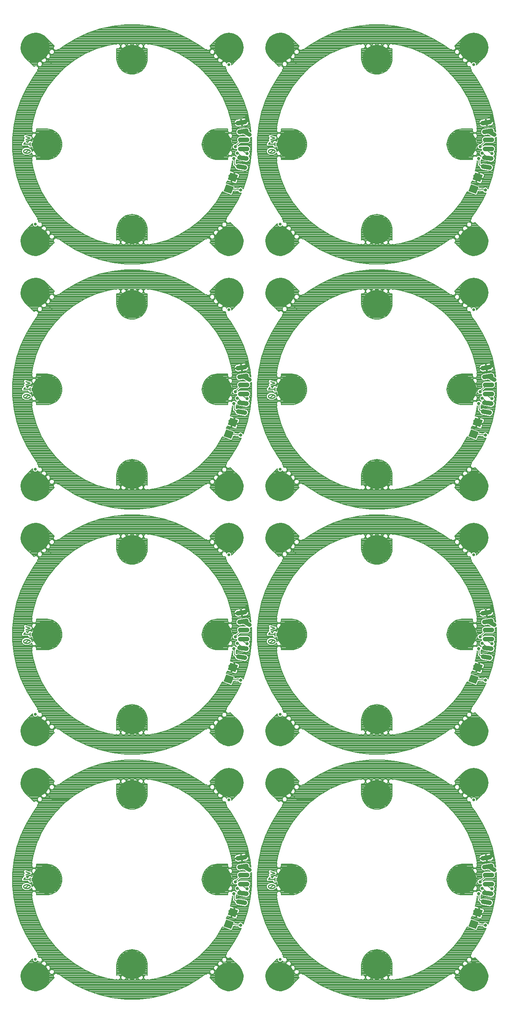
<source format=gbl>
G75*
%MOIN*%
%OFA0B0*%
%FSLAX25Y25*%
%IPPOS*%
%LPD*%
%AMOC8*
5,1,8,0,0,1.08239X$1,22.5*
%
%ADD10C,0.01100*%
%ADD11C,0.04000*%
%ADD12C,0.25000*%
%ADD13R,0.06299X0.07087*%
%ADD14C,0.02500*%
%ADD15C,0.02900*%
%ADD16C,0.02500*%
%ADD17C,0.00800*%
%ADD18C,0.03500*%
%ADD19C,0.00700*%
D10*
X0042400Y0130485D02*
X0042538Y0130483D01*
X0042676Y0130477D01*
X0042813Y0130467D01*
X0042950Y0130454D01*
X0043087Y0130436D01*
X0043223Y0130415D01*
X0043359Y0130390D01*
X0043493Y0130360D01*
X0043627Y0130328D01*
X0043760Y0130291D01*
X0043892Y0130251D01*
X0044022Y0130206D01*
X0044152Y0130159D01*
X0044279Y0130107D01*
X0044406Y0130052D01*
X0044531Y0129993D01*
X0044039Y0130157D02*
X0040761Y0127535D01*
X0040270Y0127699D02*
X0040206Y0127723D01*
X0040143Y0127750D01*
X0040082Y0127781D01*
X0040023Y0127816D01*
X0039966Y0127853D01*
X0039911Y0127894D01*
X0039859Y0127938D01*
X0039809Y0127985D01*
X0039762Y0128034D01*
X0039717Y0128086D01*
X0039676Y0128141D01*
X0039638Y0128198D01*
X0039603Y0128257D01*
X0039571Y0128317D01*
X0039543Y0128380D01*
X0039519Y0128443D01*
X0039498Y0128509D01*
X0039481Y0128575D01*
X0039467Y0128642D01*
X0039458Y0128709D01*
X0039452Y0128778D01*
X0039450Y0128846D01*
X0039452Y0128914D01*
X0039458Y0128983D01*
X0039467Y0129050D01*
X0039481Y0129117D01*
X0039498Y0129183D01*
X0039519Y0129249D01*
X0039543Y0129312D01*
X0039571Y0129375D01*
X0039603Y0129435D01*
X0039638Y0129494D01*
X0039676Y0129551D01*
X0039717Y0129606D01*
X0039762Y0129658D01*
X0039809Y0129707D01*
X0039859Y0129754D01*
X0039911Y0129798D01*
X0039966Y0129839D01*
X0040023Y0129876D01*
X0040082Y0129911D01*
X0040143Y0129942D01*
X0040206Y0129969D01*
X0040270Y0129993D01*
X0040269Y0127699D02*
X0040394Y0127640D01*
X0040521Y0127585D01*
X0040648Y0127533D01*
X0040778Y0127486D01*
X0040908Y0127441D01*
X0041040Y0127401D01*
X0041173Y0127364D01*
X0041307Y0127332D01*
X0041441Y0127302D01*
X0041577Y0127277D01*
X0041713Y0127256D01*
X0041850Y0127238D01*
X0041987Y0127225D01*
X0042124Y0127215D01*
X0042262Y0127209D01*
X0042400Y0127207D01*
X0042400Y0130485D02*
X0042262Y0130483D01*
X0042124Y0130477D01*
X0041987Y0130467D01*
X0041850Y0130454D01*
X0041713Y0130436D01*
X0041577Y0130415D01*
X0041441Y0130390D01*
X0041307Y0130360D01*
X0041173Y0130328D01*
X0041040Y0130291D01*
X0040908Y0130251D01*
X0040778Y0130206D01*
X0040648Y0130159D01*
X0040521Y0130107D01*
X0040394Y0130052D01*
X0040269Y0129993D01*
X0042400Y0127208D02*
X0042538Y0127210D01*
X0042676Y0127216D01*
X0042813Y0127226D01*
X0042950Y0127239D01*
X0043087Y0127257D01*
X0043223Y0127278D01*
X0043359Y0127303D01*
X0043493Y0127333D01*
X0043627Y0127365D01*
X0043760Y0127402D01*
X0043892Y0127442D01*
X0044022Y0127487D01*
X0044152Y0127534D01*
X0044279Y0127586D01*
X0044406Y0127641D01*
X0044531Y0127700D01*
X0045350Y0128846D02*
X0045348Y0128914D01*
X0045342Y0128983D01*
X0045333Y0129050D01*
X0045319Y0129117D01*
X0045302Y0129183D01*
X0045281Y0129249D01*
X0045257Y0129312D01*
X0045229Y0129375D01*
X0045197Y0129435D01*
X0045162Y0129494D01*
X0045124Y0129551D01*
X0045083Y0129606D01*
X0045038Y0129658D01*
X0044991Y0129707D01*
X0044941Y0129754D01*
X0044889Y0129798D01*
X0044834Y0129839D01*
X0044777Y0129876D01*
X0044718Y0129911D01*
X0044657Y0129942D01*
X0044594Y0129969D01*
X0044530Y0129993D01*
X0045350Y0128846D02*
X0045348Y0128778D01*
X0045342Y0128709D01*
X0045333Y0128642D01*
X0045319Y0128575D01*
X0045302Y0128509D01*
X0045281Y0128443D01*
X0045257Y0128380D01*
X0045229Y0128317D01*
X0045197Y0128257D01*
X0045162Y0128198D01*
X0045124Y0128141D01*
X0045083Y0128086D01*
X0045038Y0128034D01*
X0044991Y0127985D01*
X0044941Y0127938D01*
X0044889Y0127894D01*
X0044834Y0127853D01*
X0044777Y0127816D01*
X0044718Y0127781D01*
X0044657Y0127750D01*
X0044594Y0127723D01*
X0044530Y0127699D01*
X0045350Y0133361D02*
X0045350Y0136639D01*
X0045350Y0135000D02*
X0039450Y0135000D01*
X0040761Y0136639D01*
X0041417Y0139228D02*
X0045350Y0140539D01*
X0041417Y0141850D01*
X0044531Y0344993D02*
X0044406Y0345052D01*
X0044279Y0345107D01*
X0044152Y0345159D01*
X0044022Y0345206D01*
X0043892Y0345251D01*
X0043760Y0345291D01*
X0043627Y0345328D01*
X0043493Y0345360D01*
X0043359Y0345390D01*
X0043223Y0345415D01*
X0043087Y0345436D01*
X0042950Y0345454D01*
X0042813Y0345467D01*
X0042676Y0345477D01*
X0042538Y0345483D01*
X0042400Y0345485D01*
X0042400Y0342207D02*
X0042262Y0342209D01*
X0042124Y0342215D01*
X0041987Y0342225D01*
X0041850Y0342238D01*
X0041713Y0342256D01*
X0041577Y0342277D01*
X0041441Y0342302D01*
X0041307Y0342332D01*
X0041173Y0342364D01*
X0041040Y0342401D01*
X0040908Y0342441D01*
X0040778Y0342486D01*
X0040648Y0342533D01*
X0040521Y0342585D01*
X0040394Y0342640D01*
X0040269Y0342699D01*
X0040761Y0342535D02*
X0044039Y0345157D01*
X0045350Y0343846D02*
X0045348Y0343778D01*
X0045342Y0343709D01*
X0045333Y0343642D01*
X0045319Y0343575D01*
X0045302Y0343509D01*
X0045281Y0343443D01*
X0045257Y0343380D01*
X0045229Y0343317D01*
X0045197Y0343257D01*
X0045162Y0343198D01*
X0045124Y0343141D01*
X0045083Y0343086D01*
X0045038Y0343034D01*
X0044991Y0342985D01*
X0044941Y0342938D01*
X0044889Y0342894D01*
X0044834Y0342853D01*
X0044777Y0342816D01*
X0044718Y0342781D01*
X0044657Y0342750D01*
X0044594Y0342723D01*
X0044530Y0342699D01*
X0045350Y0343846D02*
X0045348Y0343914D01*
X0045342Y0343983D01*
X0045333Y0344050D01*
X0045319Y0344117D01*
X0045302Y0344183D01*
X0045281Y0344249D01*
X0045257Y0344312D01*
X0045229Y0344375D01*
X0045197Y0344435D01*
X0045162Y0344494D01*
X0045124Y0344551D01*
X0045083Y0344606D01*
X0045038Y0344658D01*
X0044991Y0344707D01*
X0044941Y0344754D01*
X0044889Y0344798D01*
X0044834Y0344839D01*
X0044777Y0344876D01*
X0044718Y0344911D01*
X0044657Y0344942D01*
X0044594Y0344969D01*
X0044530Y0344993D01*
X0044531Y0342700D02*
X0044406Y0342641D01*
X0044279Y0342586D01*
X0044152Y0342534D01*
X0044022Y0342487D01*
X0043892Y0342442D01*
X0043760Y0342402D01*
X0043627Y0342365D01*
X0043493Y0342333D01*
X0043359Y0342303D01*
X0043223Y0342278D01*
X0043087Y0342257D01*
X0042950Y0342239D01*
X0042813Y0342226D01*
X0042676Y0342216D01*
X0042538Y0342210D01*
X0042400Y0342208D01*
X0042400Y0345485D02*
X0042262Y0345483D01*
X0042124Y0345477D01*
X0041987Y0345467D01*
X0041850Y0345454D01*
X0041713Y0345436D01*
X0041577Y0345415D01*
X0041441Y0345390D01*
X0041307Y0345360D01*
X0041173Y0345328D01*
X0041040Y0345291D01*
X0040908Y0345251D01*
X0040778Y0345206D01*
X0040648Y0345159D01*
X0040521Y0345107D01*
X0040394Y0345052D01*
X0040269Y0344993D01*
X0039450Y0343846D02*
X0039452Y0343778D01*
X0039458Y0343709D01*
X0039467Y0343642D01*
X0039481Y0343575D01*
X0039498Y0343509D01*
X0039519Y0343443D01*
X0039543Y0343380D01*
X0039571Y0343317D01*
X0039603Y0343257D01*
X0039638Y0343198D01*
X0039676Y0343141D01*
X0039717Y0343086D01*
X0039762Y0343034D01*
X0039809Y0342985D01*
X0039859Y0342938D01*
X0039911Y0342894D01*
X0039966Y0342853D01*
X0040023Y0342816D01*
X0040082Y0342781D01*
X0040143Y0342750D01*
X0040206Y0342723D01*
X0040270Y0342699D01*
X0039450Y0343846D02*
X0039452Y0343914D01*
X0039458Y0343983D01*
X0039467Y0344050D01*
X0039481Y0344117D01*
X0039498Y0344183D01*
X0039519Y0344249D01*
X0039543Y0344312D01*
X0039571Y0344375D01*
X0039603Y0344435D01*
X0039638Y0344494D01*
X0039676Y0344551D01*
X0039717Y0344606D01*
X0039762Y0344658D01*
X0039809Y0344707D01*
X0039859Y0344754D01*
X0039911Y0344798D01*
X0039966Y0344839D01*
X0040023Y0344876D01*
X0040082Y0344911D01*
X0040143Y0344942D01*
X0040206Y0344969D01*
X0040270Y0344993D01*
X0039450Y0350000D02*
X0045350Y0350000D01*
X0045350Y0351639D02*
X0045350Y0348361D01*
X0040761Y0351639D02*
X0039450Y0350000D01*
X0041417Y0354228D02*
X0045350Y0355539D01*
X0041417Y0356850D01*
X0044531Y0559993D02*
X0044406Y0560052D01*
X0044279Y0560107D01*
X0044152Y0560159D01*
X0044022Y0560206D01*
X0043892Y0560251D01*
X0043760Y0560291D01*
X0043627Y0560328D01*
X0043493Y0560360D01*
X0043359Y0560390D01*
X0043223Y0560415D01*
X0043087Y0560436D01*
X0042950Y0560454D01*
X0042813Y0560467D01*
X0042676Y0560477D01*
X0042538Y0560483D01*
X0042400Y0560485D01*
X0042400Y0557207D02*
X0042262Y0557209D01*
X0042124Y0557215D01*
X0041987Y0557225D01*
X0041850Y0557238D01*
X0041713Y0557256D01*
X0041577Y0557277D01*
X0041441Y0557302D01*
X0041307Y0557332D01*
X0041173Y0557364D01*
X0041040Y0557401D01*
X0040908Y0557441D01*
X0040778Y0557486D01*
X0040648Y0557533D01*
X0040521Y0557585D01*
X0040394Y0557640D01*
X0040269Y0557699D01*
X0040761Y0557535D02*
X0044039Y0560157D01*
X0045350Y0558846D02*
X0045348Y0558778D01*
X0045342Y0558709D01*
X0045333Y0558642D01*
X0045319Y0558575D01*
X0045302Y0558509D01*
X0045281Y0558443D01*
X0045257Y0558380D01*
X0045229Y0558317D01*
X0045197Y0558257D01*
X0045162Y0558198D01*
X0045124Y0558141D01*
X0045083Y0558086D01*
X0045038Y0558034D01*
X0044991Y0557985D01*
X0044941Y0557938D01*
X0044889Y0557894D01*
X0044834Y0557853D01*
X0044777Y0557816D01*
X0044718Y0557781D01*
X0044657Y0557750D01*
X0044594Y0557723D01*
X0044530Y0557699D01*
X0045350Y0558846D02*
X0045348Y0558914D01*
X0045342Y0558983D01*
X0045333Y0559050D01*
X0045319Y0559117D01*
X0045302Y0559183D01*
X0045281Y0559249D01*
X0045257Y0559312D01*
X0045229Y0559375D01*
X0045197Y0559435D01*
X0045162Y0559494D01*
X0045124Y0559551D01*
X0045083Y0559606D01*
X0045038Y0559658D01*
X0044991Y0559707D01*
X0044941Y0559754D01*
X0044889Y0559798D01*
X0044834Y0559839D01*
X0044777Y0559876D01*
X0044718Y0559911D01*
X0044657Y0559942D01*
X0044594Y0559969D01*
X0044530Y0559993D01*
X0044531Y0557700D02*
X0044406Y0557641D01*
X0044279Y0557586D01*
X0044152Y0557534D01*
X0044022Y0557487D01*
X0043892Y0557442D01*
X0043760Y0557402D01*
X0043627Y0557365D01*
X0043493Y0557333D01*
X0043359Y0557303D01*
X0043223Y0557278D01*
X0043087Y0557257D01*
X0042950Y0557239D01*
X0042813Y0557226D01*
X0042676Y0557216D01*
X0042538Y0557210D01*
X0042400Y0557208D01*
X0042400Y0560485D02*
X0042262Y0560483D01*
X0042124Y0560477D01*
X0041987Y0560467D01*
X0041850Y0560454D01*
X0041713Y0560436D01*
X0041577Y0560415D01*
X0041441Y0560390D01*
X0041307Y0560360D01*
X0041173Y0560328D01*
X0041040Y0560291D01*
X0040908Y0560251D01*
X0040778Y0560206D01*
X0040648Y0560159D01*
X0040521Y0560107D01*
X0040394Y0560052D01*
X0040269Y0559993D01*
X0039450Y0558846D02*
X0039452Y0558778D01*
X0039458Y0558709D01*
X0039467Y0558642D01*
X0039481Y0558575D01*
X0039498Y0558509D01*
X0039519Y0558443D01*
X0039543Y0558380D01*
X0039571Y0558317D01*
X0039603Y0558257D01*
X0039638Y0558198D01*
X0039676Y0558141D01*
X0039717Y0558086D01*
X0039762Y0558034D01*
X0039809Y0557985D01*
X0039859Y0557938D01*
X0039911Y0557894D01*
X0039966Y0557853D01*
X0040023Y0557816D01*
X0040082Y0557781D01*
X0040143Y0557750D01*
X0040206Y0557723D01*
X0040270Y0557699D01*
X0039450Y0558846D02*
X0039452Y0558914D01*
X0039458Y0558983D01*
X0039467Y0559050D01*
X0039481Y0559117D01*
X0039498Y0559183D01*
X0039519Y0559249D01*
X0039543Y0559312D01*
X0039571Y0559375D01*
X0039603Y0559435D01*
X0039638Y0559494D01*
X0039676Y0559551D01*
X0039717Y0559606D01*
X0039762Y0559658D01*
X0039809Y0559707D01*
X0039859Y0559754D01*
X0039911Y0559798D01*
X0039966Y0559839D01*
X0040023Y0559876D01*
X0040082Y0559911D01*
X0040143Y0559942D01*
X0040206Y0559969D01*
X0040270Y0559993D01*
X0039450Y0565000D02*
X0045350Y0565000D01*
X0045350Y0566639D02*
X0045350Y0563361D01*
X0040761Y0566639D02*
X0039450Y0565000D01*
X0041417Y0569228D02*
X0045350Y0570539D01*
X0041417Y0571850D01*
X0044531Y0774993D02*
X0044406Y0775052D01*
X0044279Y0775107D01*
X0044152Y0775159D01*
X0044022Y0775206D01*
X0043892Y0775251D01*
X0043760Y0775291D01*
X0043627Y0775328D01*
X0043493Y0775360D01*
X0043359Y0775390D01*
X0043223Y0775415D01*
X0043087Y0775436D01*
X0042950Y0775454D01*
X0042813Y0775467D01*
X0042676Y0775477D01*
X0042538Y0775483D01*
X0042400Y0775485D01*
X0042400Y0772207D02*
X0042262Y0772209D01*
X0042124Y0772215D01*
X0041987Y0772225D01*
X0041850Y0772238D01*
X0041713Y0772256D01*
X0041577Y0772277D01*
X0041441Y0772302D01*
X0041307Y0772332D01*
X0041173Y0772364D01*
X0041040Y0772401D01*
X0040908Y0772441D01*
X0040778Y0772486D01*
X0040648Y0772533D01*
X0040521Y0772585D01*
X0040394Y0772640D01*
X0040269Y0772699D01*
X0040761Y0772535D02*
X0044039Y0775157D01*
X0045350Y0773846D02*
X0045348Y0773778D01*
X0045342Y0773709D01*
X0045333Y0773642D01*
X0045319Y0773575D01*
X0045302Y0773509D01*
X0045281Y0773443D01*
X0045257Y0773380D01*
X0045229Y0773317D01*
X0045197Y0773257D01*
X0045162Y0773198D01*
X0045124Y0773141D01*
X0045083Y0773086D01*
X0045038Y0773034D01*
X0044991Y0772985D01*
X0044941Y0772938D01*
X0044889Y0772894D01*
X0044834Y0772853D01*
X0044777Y0772816D01*
X0044718Y0772781D01*
X0044657Y0772750D01*
X0044594Y0772723D01*
X0044530Y0772699D01*
X0045350Y0773846D02*
X0045348Y0773914D01*
X0045342Y0773983D01*
X0045333Y0774050D01*
X0045319Y0774117D01*
X0045302Y0774183D01*
X0045281Y0774249D01*
X0045257Y0774312D01*
X0045229Y0774375D01*
X0045197Y0774435D01*
X0045162Y0774494D01*
X0045124Y0774551D01*
X0045083Y0774606D01*
X0045038Y0774658D01*
X0044991Y0774707D01*
X0044941Y0774754D01*
X0044889Y0774798D01*
X0044834Y0774839D01*
X0044777Y0774876D01*
X0044718Y0774911D01*
X0044657Y0774942D01*
X0044594Y0774969D01*
X0044530Y0774993D01*
X0044531Y0772700D02*
X0044406Y0772641D01*
X0044279Y0772586D01*
X0044152Y0772534D01*
X0044022Y0772487D01*
X0043892Y0772442D01*
X0043760Y0772402D01*
X0043627Y0772365D01*
X0043493Y0772333D01*
X0043359Y0772303D01*
X0043223Y0772278D01*
X0043087Y0772257D01*
X0042950Y0772239D01*
X0042813Y0772226D01*
X0042676Y0772216D01*
X0042538Y0772210D01*
X0042400Y0772208D01*
X0042400Y0775485D02*
X0042262Y0775483D01*
X0042124Y0775477D01*
X0041987Y0775467D01*
X0041850Y0775454D01*
X0041713Y0775436D01*
X0041577Y0775415D01*
X0041441Y0775390D01*
X0041307Y0775360D01*
X0041173Y0775328D01*
X0041040Y0775291D01*
X0040908Y0775251D01*
X0040778Y0775206D01*
X0040648Y0775159D01*
X0040521Y0775107D01*
X0040394Y0775052D01*
X0040269Y0774993D01*
X0039450Y0773846D02*
X0039452Y0773778D01*
X0039458Y0773709D01*
X0039467Y0773642D01*
X0039481Y0773575D01*
X0039498Y0773509D01*
X0039519Y0773443D01*
X0039543Y0773380D01*
X0039571Y0773317D01*
X0039603Y0773257D01*
X0039638Y0773198D01*
X0039676Y0773141D01*
X0039717Y0773086D01*
X0039762Y0773034D01*
X0039809Y0772985D01*
X0039859Y0772938D01*
X0039911Y0772894D01*
X0039966Y0772853D01*
X0040023Y0772816D01*
X0040082Y0772781D01*
X0040143Y0772750D01*
X0040206Y0772723D01*
X0040270Y0772699D01*
X0039450Y0773846D02*
X0039452Y0773914D01*
X0039458Y0773983D01*
X0039467Y0774050D01*
X0039481Y0774117D01*
X0039498Y0774183D01*
X0039519Y0774249D01*
X0039543Y0774312D01*
X0039571Y0774375D01*
X0039603Y0774435D01*
X0039638Y0774494D01*
X0039676Y0774551D01*
X0039717Y0774606D01*
X0039762Y0774658D01*
X0039809Y0774707D01*
X0039859Y0774754D01*
X0039911Y0774798D01*
X0039966Y0774839D01*
X0040023Y0774876D01*
X0040082Y0774911D01*
X0040143Y0774942D01*
X0040206Y0774969D01*
X0040270Y0774993D01*
X0039450Y0780000D02*
X0045350Y0780000D01*
X0045350Y0781639D02*
X0045350Y0778361D01*
X0040761Y0781639D02*
X0039450Y0780000D01*
X0041417Y0784228D02*
X0045350Y0785539D01*
X0041417Y0786850D01*
X0254450Y0780000D02*
X0260350Y0780000D01*
X0260350Y0781639D02*
X0260350Y0778361D01*
X0259531Y0772700D02*
X0259406Y0772641D01*
X0259279Y0772586D01*
X0259152Y0772534D01*
X0259022Y0772487D01*
X0258892Y0772442D01*
X0258760Y0772402D01*
X0258627Y0772365D01*
X0258493Y0772333D01*
X0258359Y0772303D01*
X0258223Y0772278D01*
X0258087Y0772257D01*
X0257950Y0772239D01*
X0257813Y0772226D01*
X0257676Y0772216D01*
X0257538Y0772210D01*
X0257400Y0772208D01*
X0257400Y0775485D02*
X0257262Y0775483D01*
X0257124Y0775477D01*
X0256987Y0775467D01*
X0256850Y0775454D01*
X0256713Y0775436D01*
X0256577Y0775415D01*
X0256441Y0775390D01*
X0256307Y0775360D01*
X0256173Y0775328D01*
X0256040Y0775291D01*
X0255908Y0775251D01*
X0255778Y0775206D01*
X0255648Y0775159D01*
X0255521Y0775107D01*
X0255394Y0775052D01*
X0255269Y0774993D01*
X0254450Y0773846D02*
X0254452Y0773778D01*
X0254458Y0773709D01*
X0254467Y0773642D01*
X0254481Y0773575D01*
X0254498Y0773509D01*
X0254519Y0773443D01*
X0254543Y0773380D01*
X0254571Y0773317D01*
X0254603Y0773257D01*
X0254638Y0773198D01*
X0254676Y0773141D01*
X0254717Y0773086D01*
X0254762Y0773034D01*
X0254809Y0772985D01*
X0254859Y0772938D01*
X0254911Y0772894D01*
X0254966Y0772853D01*
X0255023Y0772816D01*
X0255082Y0772781D01*
X0255143Y0772750D01*
X0255206Y0772723D01*
X0255270Y0772699D01*
X0255761Y0772535D02*
X0259039Y0775157D01*
X0260350Y0773846D02*
X0260348Y0773778D01*
X0260342Y0773709D01*
X0260333Y0773642D01*
X0260319Y0773575D01*
X0260302Y0773509D01*
X0260281Y0773443D01*
X0260257Y0773380D01*
X0260229Y0773317D01*
X0260197Y0773257D01*
X0260162Y0773198D01*
X0260124Y0773141D01*
X0260083Y0773086D01*
X0260038Y0773034D01*
X0259991Y0772985D01*
X0259941Y0772938D01*
X0259889Y0772894D01*
X0259834Y0772853D01*
X0259777Y0772816D01*
X0259718Y0772781D01*
X0259657Y0772750D01*
X0259594Y0772723D01*
X0259530Y0772699D01*
X0260350Y0773846D02*
X0260348Y0773914D01*
X0260342Y0773983D01*
X0260333Y0774050D01*
X0260319Y0774117D01*
X0260302Y0774183D01*
X0260281Y0774249D01*
X0260257Y0774312D01*
X0260229Y0774375D01*
X0260197Y0774435D01*
X0260162Y0774494D01*
X0260124Y0774551D01*
X0260083Y0774606D01*
X0260038Y0774658D01*
X0259991Y0774707D01*
X0259941Y0774754D01*
X0259889Y0774798D01*
X0259834Y0774839D01*
X0259777Y0774876D01*
X0259718Y0774911D01*
X0259657Y0774942D01*
X0259594Y0774969D01*
X0259530Y0774993D01*
X0257400Y0772207D02*
X0257262Y0772209D01*
X0257124Y0772215D01*
X0256987Y0772225D01*
X0256850Y0772238D01*
X0256713Y0772256D01*
X0256577Y0772277D01*
X0256441Y0772302D01*
X0256307Y0772332D01*
X0256173Y0772364D01*
X0256040Y0772401D01*
X0255908Y0772441D01*
X0255778Y0772486D01*
X0255648Y0772533D01*
X0255521Y0772585D01*
X0255394Y0772640D01*
X0255269Y0772699D01*
X0254450Y0773846D02*
X0254452Y0773914D01*
X0254458Y0773983D01*
X0254467Y0774050D01*
X0254481Y0774117D01*
X0254498Y0774183D01*
X0254519Y0774249D01*
X0254543Y0774312D01*
X0254571Y0774375D01*
X0254603Y0774435D01*
X0254638Y0774494D01*
X0254676Y0774551D01*
X0254717Y0774606D01*
X0254762Y0774658D01*
X0254809Y0774707D01*
X0254859Y0774754D01*
X0254911Y0774798D01*
X0254966Y0774839D01*
X0255023Y0774876D01*
X0255082Y0774911D01*
X0255143Y0774942D01*
X0255206Y0774969D01*
X0255270Y0774993D01*
X0257400Y0775485D02*
X0257538Y0775483D01*
X0257676Y0775477D01*
X0257813Y0775467D01*
X0257950Y0775454D01*
X0258087Y0775436D01*
X0258223Y0775415D01*
X0258359Y0775390D01*
X0258493Y0775360D01*
X0258627Y0775328D01*
X0258760Y0775291D01*
X0258892Y0775251D01*
X0259022Y0775206D01*
X0259152Y0775159D01*
X0259279Y0775107D01*
X0259406Y0775052D01*
X0259531Y0774993D01*
X0254450Y0780000D02*
X0255761Y0781639D01*
X0256417Y0784228D02*
X0260350Y0785539D01*
X0256417Y0786850D01*
X0256417Y0571850D02*
X0260350Y0570539D01*
X0256417Y0569228D01*
X0255761Y0566639D02*
X0254450Y0565000D01*
X0260350Y0565000D01*
X0260350Y0566639D02*
X0260350Y0563361D01*
X0259531Y0557700D02*
X0259406Y0557641D01*
X0259279Y0557586D01*
X0259152Y0557534D01*
X0259022Y0557487D01*
X0258892Y0557442D01*
X0258760Y0557402D01*
X0258627Y0557365D01*
X0258493Y0557333D01*
X0258359Y0557303D01*
X0258223Y0557278D01*
X0258087Y0557257D01*
X0257950Y0557239D01*
X0257813Y0557226D01*
X0257676Y0557216D01*
X0257538Y0557210D01*
X0257400Y0557208D01*
X0257400Y0560485D02*
X0257262Y0560483D01*
X0257124Y0560477D01*
X0256987Y0560467D01*
X0256850Y0560454D01*
X0256713Y0560436D01*
X0256577Y0560415D01*
X0256441Y0560390D01*
X0256307Y0560360D01*
X0256173Y0560328D01*
X0256040Y0560291D01*
X0255908Y0560251D01*
X0255778Y0560206D01*
X0255648Y0560159D01*
X0255521Y0560107D01*
X0255394Y0560052D01*
X0255269Y0559993D01*
X0254450Y0558846D02*
X0254452Y0558778D01*
X0254458Y0558709D01*
X0254467Y0558642D01*
X0254481Y0558575D01*
X0254498Y0558509D01*
X0254519Y0558443D01*
X0254543Y0558380D01*
X0254571Y0558317D01*
X0254603Y0558257D01*
X0254638Y0558198D01*
X0254676Y0558141D01*
X0254717Y0558086D01*
X0254762Y0558034D01*
X0254809Y0557985D01*
X0254859Y0557938D01*
X0254911Y0557894D01*
X0254966Y0557853D01*
X0255023Y0557816D01*
X0255082Y0557781D01*
X0255143Y0557750D01*
X0255206Y0557723D01*
X0255270Y0557699D01*
X0255761Y0557535D02*
X0259039Y0560157D01*
X0260350Y0558846D02*
X0260348Y0558778D01*
X0260342Y0558709D01*
X0260333Y0558642D01*
X0260319Y0558575D01*
X0260302Y0558509D01*
X0260281Y0558443D01*
X0260257Y0558380D01*
X0260229Y0558317D01*
X0260197Y0558257D01*
X0260162Y0558198D01*
X0260124Y0558141D01*
X0260083Y0558086D01*
X0260038Y0558034D01*
X0259991Y0557985D01*
X0259941Y0557938D01*
X0259889Y0557894D01*
X0259834Y0557853D01*
X0259777Y0557816D01*
X0259718Y0557781D01*
X0259657Y0557750D01*
X0259594Y0557723D01*
X0259530Y0557699D01*
X0260350Y0558846D02*
X0260348Y0558914D01*
X0260342Y0558983D01*
X0260333Y0559050D01*
X0260319Y0559117D01*
X0260302Y0559183D01*
X0260281Y0559249D01*
X0260257Y0559312D01*
X0260229Y0559375D01*
X0260197Y0559435D01*
X0260162Y0559494D01*
X0260124Y0559551D01*
X0260083Y0559606D01*
X0260038Y0559658D01*
X0259991Y0559707D01*
X0259941Y0559754D01*
X0259889Y0559798D01*
X0259834Y0559839D01*
X0259777Y0559876D01*
X0259718Y0559911D01*
X0259657Y0559942D01*
X0259594Y0559969D01*
X0259530Y0559993D01*
X0257400Y0557207D02*
X0257262Y0557209D01*
X0257124Y0557215D01*
X0256987Y0557225D01*
X0256850Y0557238D01*
X0256713Y0557256D01*
X0256577Y0557277D01*
X0256441Y0557302D01*
X0256307Y0557332D01*
X0256173Y0557364D01*
X0256040Y0557401D01*
X0255908Y0557441D01*
X0255778Y0557486D01*
X0255648Y0557533D01*
X0255521Y0557585D01*
X0255394Y0557640D01*
X0255269Y0557699D01*
X0254450Y0558846D02*
X0254452Y0558914D01*
X0254458Y0558983D01*
X0254467Y0559050D01*
X0254481Y0559117D01*
X0254498Y0559183D01*
X0254519Y0559249D01*
X0254543Y0559312D01*
X0254571Y0559375D01*
X0254603Y0559435D01*
X0254638Y0559494D01*
X0254676Y0559551D01*
X0254717Y0559606D01*
X0254762Y0559658D01*
X0254809Y0559707D01*
X0254859Y0559754D01*
X0254911Y0559798D01*
X0254966Y0559839D01*
X0255023Y0559876D01*
X0255082Y0559911D01*
X0255143Y0559942D01*
X0255206Y0559969D01*
X0255270Y0559993D01*
X0257400Y0560485D02*
X0257538Y0560483D01*
X0257676Y0560477D01*
X0257813Y0560467D01*
X0257950Y0560454D01*
X0258087Y0560436D01*
X0258223Y0560415D01*
X0258359Y0560390D01*
X0258493Y0560360D01*
X0258627Y0560328D01*
X0258760Y0560291D01*
X0258892Y0560251D01*
X0259022Y0560206D01*
X0259152Y0560159D01*
X0259279Y0560107D01*
X0259406Y0560052D01*
X0259531Y0559993D01*
X0256417Y0356850D02*
X0260350Y0355539D01*
X0256417Y0354228D01*
X0255761Y0351639D02*
X0254450Y0350000D01*
X0260350Y0350000D01*
X0260350Y0351639D02*
X0260350Y0348361D01*
X0259531Y0342700D02*
X0259406Y0342641D01*
X0259279Y0342586D01*
X0259152Y0342534D01*
X0259022Y0342487D01*
X0258892Y0342442D01*
X0258760Y0342402D01*
X0258627Y0342365D01*
X0258493Y0342333D01*
X0258359Y0342303D01*
X0258223Y0342278D01*
X0258087Y0342257D01*
X0257950Y0342239D01*
X0257813Y0342226D01*
X0257676Y0342216D01*
X0257538Y0342210D01*
X0257400Y0342208D01*
X0257400Y0345485D02*
X0257262Y0345483D01*
X0257124Y0345477D01*
X0256987Y0345467D01*
X0256850Y0345454D01*
X0256713Y0345436D01*
X0256577Y0345415D01*
X0256441Y0345390D01*
X0256307Y0345360D01*
X0256173Y0345328D01*
X0256040Y0345291D01*
X0255908Y0345251D01*
X0255778Y0345206D01*
X0255648Y0345159D01*
X0255521Y0345107D01*
X0255394Y0345052D01*
X0255269Y0344993D01*
X0254450Y0343846D02*
X0254452Y0343778D01*
X0254458Y0343709D01*
X0254467Y0343642D01*
X0254481Y0343575D01*
X0254498Y0343509D01*
X0254519Y0343443D01*
X0254543Y0343380D01*
X0254571Y0343317D01*
X0254603Y0343257D01*
X0254638Y0343198D01*
X0254676Y0343141D01*
X0254717Y0343086D01*
X0254762Y0343034D01*
X0254809Y0342985D01*
X0254859Y0342938D01*
X0254911Y0342894D01*
X0254966Y0342853D01*
X0255023Y0342816D01*
X0255082Y0342781D01*
X0255143Y0342750D01*
X0255206Y0342723D01*
X0255270Y0342699D01*
X0255761Y0342535D02*
X0259039Y0345157D01*
X0260350Y0343846D02*
X0260348Y0343778D01*
X0260342Y0343709D01*
X0260333Y0343642D01*
X0260319Y0343575D01*
X0260302Y0343509D01*
X0260281Y0343443D01*
X0260257Y0343380D01*
X0260229Y0343317D01*
X0260197Y0343257D01*
X0260162Y0343198D01*
X0260124Y0343141D01*
X0260083Y0343086D01*
X0260038Y0343034D01*
X0259991Y0342985D01*
X0259941Y0342938D01*
X0259889Y0342894D01*
X0259834Y0342853D01*
X0259777Y0342816D01*
X0259718Y0342781D01*
X0259657Y0342750D01*
X0259594Y0342723D01*
X0259530Y0342699D01*
X0260350Y0343846D02*
X0260348Y0343914D01*
X0260342Y0343983D01*
X0260333Y0344050D01*
X0260319Y0344117D01*
X0260302Y0344183D01*
X0260281Y0344249D01*
X0260257Y0344312D01*
X0260229Y0344375D01*
X0260197Y0344435D01*
X0260162Y0344494D01*
X0260124Y0344551D01*
X0260083Y0344606D01*
X0260038Y0344658D01*
X0259991Y0344707D01*
X0259941Y0344754D01*
X0259889Y0344798D01*
X0259834Y0344839D01*
X0259777Y0344876D01*
X0259718Y0344911D01*
X0259657Y0344942D01*
X0259594Y0344969D01*
X0259530Y0344993D01*
X0257400Y0342207D02*
X0257262Y0342209D01*
X0257124Y0342215D01*
X0256987Y0342225D01*
X0256850Y0342238D01*
X0256713Y0342256D01*
X0256577Y0342277D01*
X0256441Y0342302D01*
X0256307Y0342332D01*
X0256173Y0342364D01*
X0256040Y0342401D01*
X0255908Y0342441D01*
X0255778Y0342486D01*
X0255648Y0342533D01*
X0255521Y0342585D01*
X0255394Y0342640D01*
X0255269Y0342699D01*
X0254450Y0343846D02*
X0254452Y0343914D01*
X0254458Y0343983D01*
X0254467Y0344050D01*
X0254481Y0344117D01*
X0254498Y0344183D01*
X0254519Y0344249D01*
X0254543Y0344312D01*
X0254571Y0344375D01*
X0254603Y0344435D01*
X0254638Y0344494D01*
X0254676Y0344551D01*
X0254717Y0344606D01*
X0254762Y0344658D01*
X0254809Y0344707D01*
X0254859Y0344754D01*
X0254911Y0344798D01*
X0254966Y0344839D01*
X0255023Y0344876D01*
X0255082Y0344911D01*
X0255143Y0344942D01*
X0255206Y0344969D01*
X0255270Y0344993D01*
X0257400Y0345485D02*
X0257538Y0345483D01*
X0257676Y0345477D01*
X0257813Y0345467D01*
X0257950Y0345454D01*
X0258087Y0345436D01*
X0258223Y0345415D01*
X0258359Y0345390D01*
X0258493Y0345360D01*
X0258627Y0345328D01*
X0258760Y0345291D01*
X0258892Y0345251D01*
X0259022Y0345206D01*
X0259152Y0345159D01*
X0259279Y0345107D01*
X0259406Y0345052D01*
X0259531Y0344993D01*
X0256417Y0141850D02*
X0260350Y0140539D01*
X0256417Y0139228D01*
X0255761Y0136639D02*
X0254450Y0135000D01*
X0260350Y0135000D01*
X0260350Y0136639D02*
X0260350Y0133361D01*
X0259531Y0127700D02*
X0259406Y0127641D01*
X0259279Y0127586D01*
X0259152Y0127534D01*
X0259022Y0127487D01*
X0258892Y0127442D01*
X0258760Y0127402D01*
X0258627Y0127365D01*
X0258493Y0127333D01*
X0258359Y0127303D01*
X0258223Y0127278D01*
X0258087Y0127257D01*
X0257950Y0127239D01*
X0257813Y0127226D01*
X0257676Y0127216D01*
X0257538Y0127210D01*
X0257400Y0127208D01*
X0257400Y0130485D02*
X0257262Y0130483D01*
X0257124Y0130477D01*
X0256987Y0130467D01*
X0256850Y0130454D01*
X0256713Y0130436D01*
X0256577Y0130415D01*
X0256441Y0130390D01*
X0256307Y0130360D01*
X0256173Y0130328D01*
X0256040Y0130291D01*
X0255908Y0130251D01*
X0255778Y0130206D01*
X0255648Y0130159D01*
X0255521Y0130107D01*
X0255394Y0130052D01*
X0255269Y0129993D01*
X0254450Y0128846D02*
X0254452Y0128778D01*
X0254458Y0128709D01*
X0254467Y0128642D01*
X0254481Y0128575D01*
X0254498Y0128509D01*
X0254519Y0128443D01*
X0254543Y0128380D01*
X0254571Y0128317D01*
X0254603Y0128257D01*
X0254638Y0128198D01*
X0254676Y0128141D01*
X0254717Y0128086D01*
X0254762Y0128034D01*
X0254809Y0127985D01*
X0254859Y0127938D01*
X0254911Y0127894D01*
X0254966Y0127853D01*
X0255023Y0127816D01*
X0255082Y0127781D01*
X0255143Y0127750D01*
X0255206Y0127723D01*
X0255270Y0127699D01*
X0255761Y0127535D02*
X0259039Y0130157D01*
X0260350Y0128846D02*
X0260348Y0128778D01*
X0260342Y0128709D01*
X0260333Y0128642D01*
X0260319Y0128575D01*
X0260302Y0128509D01*
X0260281Y0128443D01*
X0260257Y0128380D01*
X0260229Y0128317D01*
X0260197Y0128257D01*
X0260162Y0128198D01*
X0260124Y0128141D01*
X0260083Y0128086D01*
X0260038Y0128034D01*
X0259991Y0127985D01*
X0259941Y0127938D01*
X0259889Y0127894D01*
X0259834Y0127853D01*
X0259777Y0127816D01*
X0259718Y0127781D01*
X0259657Y0127750D01*
X0259594Y0127723D01*
X0259530Y0127699D01*
X0260350Y0128846D02*
X0260348Y0128914D01*
X0260342Y0128983D01*
X0260333Y0129050D01*
X0260319Y0129117D01*
X0260302Y0129183D01*
X0260281Y0129249D01*
X0260257Y0129312D01*
X0260229Y0129375D01*
X0260197Y0129435D01*
X0260162Y0129494D01*
X0260124Y0129551D01*
X0260083Y0129606D01*
X0260038Y0129658D01*
X0259991Y0129707D01*
X0259941Y0129754D01*
X0259889Y0129798D01*
X0259834Y0129839D01*
X0259777Y0129876D01*
X0259718Y0129911D01*
X0259657Y0129942D01*
X0259594Y0129969D01*
X0259530Y0129993D01*
X0257400Y0127207D02*
X0257262Y0127209D01*
X0257124Y0127215D01*
X0256987Y0127225D01*
X0256850Y0127238D01*
X0256713Y0127256D01*
X0256577Y0127277D01*
X0256441Y0127302D01*
X0256307Y0127332D01*
X0256173Y0127364D01*
X0256040Y0127401D01*
X0255908Y0127441D01*
X0255778Y0127486D01*
X0255648Y0127533D01*
X0255521Y0127585D01*
X0255394Y0127640D01*
X0255269Y0127699D01*
X0254450Y0128846D02*
X0254452Y0128914D01*
X0254458Y0128983D01*
X0254467Y0129050D01*
X0254481Y0129117D01*
X0254498Y0129183D01*
X0254519Y0129249D01*
X0254543Y0129312D01*
X0254571Y0129375D01*
X0254603Y0129435D01*
X0254638Y0129494D01*
X0254676Y0129551D01*
X0254717Y0129606D01*
X0254762Y0129658D01*
X0254809Y0129707D01*
X0254859Y0129754D01*
X0254911Y0129798D01*
X0254966Y0129839D01*
X0255023Y0129876D01*
X0255082Y0129911D01*
X0255143Y0129942D01*
X0255206Y0129969D01*
X0255270Y0129993D01*
X0257400Y0130485D02*
X0257538Y0130483D01*
X0257676Y0130477D01*
X0257813Y0130467D01*
X0257950Y0130454D01*
X0258087Y0130436D01*
X0258223Y0130415D01*
X0258359Y0130390D01*
X0258493Y0130360D01*
X0258627Y0130328D01*
X0258760Y0130291D01*
X0258892Y0130251D01*
X0259022Y0130206D01*
X0259152Y0130159D01*
X0259279Y0130107D01*
X0259406Y0130052D01*
X0259531Y0129993D01*
D11*
X0235900Y0130950D02*
X0229900Y0130950D01*
X0229363Y0123320D02*
X0235289Y0122382D01*
X0234037Y0114480D02*
X0228111Y0115418D01*
X0229900Y0138950D02*
X0235900Y0138950D01*
X0235189Y0146668D02*
X0229263Y0145730D01*
X0228011Y0153632D02*
X0233937Y0154570D01*
X0234037Y0329480D02*
X0228111Y0330418D01*
X0229363Y0338320D02*
X0235289Y0337382D01*
X0235900Y0345950D02*
X0229900Y0345950D01*
X0229900Y0353950D02*
X0235900Y0353950D01*
X0235189Y0361668D02*
X0229263Y0360730D01*
X0228011Y0368632D02*
X0233937Y0369570D01*
X0234037Y0544480D02*
X0228111Y0545418D01*
X0229363Y0553320D02*
X0235289Y0552382D01*
X0235900Y0560950D02*
X0229900Y0560950D01*
X0229900Y0568950D02*
X0235900Y0568950D01*
X0235189Y0576668D02*
X0229263Y0575730D01*
X0228011Y0583632D02*
X0233937Y0584570D01*
X0234037Y0759480D02*
X0228111Y0760418D01*
X0229363Y0768320D02*
X0235289Y0767382D01*
X0235900Y0775950D02*
X0229900Y0775950D01*
X0229900Y0783950D02*
X0235900Y0783950D01*
X0235189Y0791668D02*
X0229263Y0790730D01*
X0228011Y0798632D02*
X0233937Y0799570D01*
X0443011Y0798632D02*
X0448937Y0799570D01*
X0450189Y0791668D02*
X0444263Y0790730D01*
X0444900Y0783950D02*
X0450900Y0783950D01*
X0450900Y0775950D02*
X0444900Y0775950D01*
X0444363Y0768320D02*
X0450289Y0767382D01*
X0449037Y0759480D02*
X0443111Y0760418D01*
X0448937Y0584570D02*
X0443011Y0583632D01*
X0444263Y0575730D02*
X0450189Y0576668D01*
X0450900Y0568950D02*
X0444900Y0568950D01*
X0444900Y0560950D02*
X0450900Y0560950D01*
X0450289Y0552382D02*
X0444363Y0553320D01*
X0443111Y0545418D02*
X0449037Y0544480D01*
X0448937Y0369570D02*
X0443011Y0368632D01*
X0444263Y0360730D02*
X0450189Y0361668D01*
X0450900Y0353950D02*
X0444900Y0353950D01*
X0444900Y0345950D02*
X0450900Y0345950D01*
X0450289Y0337382D02*
X0444363Y0338320D01*
X0443111Y0330418D02*
X0449037Y0329480D01*
X0448937Y0154570D02*
X0443011Y0153632D01*
X0444263Y0145730D02*
X0450189Y0146668D01*
X0450900Y0138950D02*
X0444900Y0138950D01*
X0444900Y0130950D02*
X0450900Y0130950D01*
X0450289Y0122382D02*
X0444363Y0123320D01*
X0443111Y0115418D02*
X0449037Y0114480D01*
D12*
X0424900Y0134900D03*
X0434900Y0049900D03*
X0349900Y0059900D03*
X0274900Y0134900D03*
X0264900Y0049900D03*
X0219900Y0049900D03*
X0209900Y0134900D03*
X0219900Y0219900D03*
X0219900Y0264900D03*
X0264900Y0264900D03*
X0264900Y0219900D03*
X0274900Y0349900D03*
X0264900Y0434900D03*
X0264900Y0479900D03*
X0219900Y0479900D03*
X0219900Y0434900D03*
X0209900Y0349900D03*
X0134900Y0274900D03*
X0134900Y0209900D03*
X0059900Y0134900D03*
X0049900Y0049900D03*
X0134900Y0059900D03*
X0049900Y0219900D03*
X0049900Y0264900D03*
X0059900Y0349900D03*
X0049900Y0434900D03*
X0049900Y0479900D03*
X0059900Y0564900D03*
X0049900Y0649900D03*
X0049900Y0694900D03*
X0059900Y0779900D03*
X0049900Y0864900D03*
X0134900Y0854900D03*
X0209900Y0779900D03*
X0219900Y0864900D03*
X0264900Y0864900D03*
X0274900Y0779900D03*
X0264900Y0694900D03*
X0264900Y0649900D03*
X0219900Y0649900D03*
X0219900Y0694900D03*
X0209900Y0564900D03*
X0274900Y0564900D03*
X0349900Y0489900D03*
X0349900Y0424900D03*
X0424900Y0349900D03*
X0434900Y0434900D03*
X0434900Y0479900D03*
X0424900Y0564900D03*
X0434900Y0649900D03*
X0434900Y0694900D03*
X0424900Y0779900D03*
X0434900Y0864900D03*
X0349900Y0854900D03*
X0349900Y0704900D03*
X0349900Y0639900D03*
X0349900Y0274900D03*
X0349900Y0209900D03*
X0434900Y0219900D03*
X0434900Y0264900D03*
X0134900Y0424900D03*
X0134900Y0489900D03*
X0134900Y0639900D03*
X0134900Y0704900D03*
D13*
G36*
X0224121Y0742418D02*
X0221967Y0736501D01*
X0215309Y0738924D01*
X0217463Y0744841D01*
X0224121Y0742418D01*
G37*
G36*
X0227891Y0752776D02*
X0225737Y0746859D01*
X0219079Y0749282D01*
X0221233Y0755199D01*
X0227891Y0752776D01*
G37*
G36*
X0227891Y0537776D02*
X0225737Y0531859D01*
X0219079Y0534282D01*
X0221233Y0540199D01*
X0227891Y0537776D01*
G37*
G36*
X0224121Y0527418D02*
X0221967Y0521501D01*
X0215309Y0523924D01*
X0217463Y0529841D01*
X0224121Y0527418D01*
G37*
G36*
X0227891Y0322776D02*
X0225737Y0316859D01*
X0219079Y0319282D01*
X0221233Y0325199D01*
X0227891Y0322776D01*
G37*
G36*
X0224121Y0312418D02*
X0221967Y0306501D01*
X0215309Y0308924D01*
X0217463Y0314841D01*
X0224121Y0312418D01*
G37*
G36*
X0227891Y0107776D02*
X0225737Y0101859D01*
X0219079Y0104282D01*
X0221233Y0110199D01*
X0227891Y0107776D01*
G37*
G36*
X0224121Y0097418D02*
X0221967Y0091501D01*
X0215309Y0093924D01*
X0217463Y0099841D01*
X0224121Y0097418D01*
G37*
G36*
X0439121Y0097418D02*
X0436967Y0091501D01*
X0430309Y0093924D01*
X0432463Y0099841D01*
X0439121Y0097418D01*
G37*
G36*
X0442891Y0107776D02*
X0440737Y0101859D01*
X0434079Y0104282D01*
X0436233Y0110199D01*
X0442891Y0107776D01*
G37*
G36*
X0439121Y0312418D02*
X0436967Y0306501D01*
X0430309Y0308924D01*
X0432463Y0314841D01*
X0439121Y0312418D01*
G37*
G36*
X0442891Y0322776D02*
X0440737Y0316859D01*
X0434079Y0319282D01*
X0436233Y0325199D01*
X0442891Y0322776D01*
G37*
G36*
X0439121Y0527418D02*
X0436967Y0521501D01*
X0430309Y0523924D01*
X0432463Y0529841D01*
X0439121Y0527418D01*
G37*
G36*
X0442891Y0537776D02*
X0440737Y0531859D01*
X0434079Y0534282D01*
X0436233Y0540199D01*
X0442891Y0537776D01*
G37*
G36*
X0439121Y0742418D02*
X0436967Y0736501D01*
X0430309Y0738924D01*
X0432463Y0744841D01*
X0439121Y0742418D01*
G37*
G36*
X0442891Y0752776D02*
X0440737Y0746859D01*
X0434079Y0749282D01*
X0436233Y0755199D01*
X0442891Y0752776D01*
G37*
D14*
X0434900Y0849900D03*
X0434900Y0634900D03*
X0434900Y0419900D03*
X0434900Y0204900D03*
X0264900Y0279900D03*
X0219900Y0204900D03*
X0264900Y0064900D03*
X0219900Y0419900D03*
X0264900Y0494900D03*
X0219900Y0634900D03*
X0264900Y0709900D03*
X0219900Y0849900D03*
X0049900Y0709900D03*
X0049900Y0494900D03*
X0049900Y0279900D03*
X0049900Y0064900D03*
D15*
X0224400Y0122550D03*
X0227400Y0127150D03*
X0225550Y0132900D03*
X0235950Y0126750D03*
X0237927Y0143381D03*
X0235650Y0159150D03*
X0230143Y0094802D03*
X0230143Y0309802D03*
X0224400Y0337550D03*
X0227400Y0342150D03*
X0225550Y0347900D03*
X0235950Y0341750D03*
X0237927Y0358381D03*
X0235650Y0374150D03*
X0230143Y0524802D03*
X0224400Y0552550D03*
X0227400Y0557150D03*
X0225550Y0562900D03*
X0235950Y0556750D03*
X0237927Y0573381D03*
X0235650Y0589150D03*
X0230143Y0739802D03*
X0224400Y0767550D03*
X0227400Y0772150D03*
X0225550Y0777900D03*
X0235950Y0771750D03*
X0237927Y0788381D03*
X0235650Y0804150D03*
X0440550Y0777900D03*
X0442400Y0772150D03*
X0439400Y0767550D03*
X0450950Y0771750D03*
X0452927Y0788381D03*
X0450650Y0804150D03*
X0445143Y0739802D03*
X0450650Y0589150D03*
X0452927Y0573381D03*
X0450950Y0556750D03*
X0442400Y0557150D03*
X0439400Y0552550D03*
X0440550Y0562900D03*
X0445143Y0524802D03*
X0450650Y0374150D03*
X0452927Y0358381D03*
X0450950Y0341750D03*
X0442400Y0342150D03*
X0439400Y0337550D03*
X0440550Y0347900D03*
X0445143Y0309802D03*
X0450650Y0159150D03*
X0452927Y0143381D03*
X0450950Y0126750D03*
X0442400Y0127150D03*
X0439400Y0122550D03*
X0440550Y0132900D03*
X0445143Y0094802D03*
D16*
X0445974Y0154101D02*
X0449101Y0154101D01*
X0450650Y0155650D01*
X0450650Y0159150D01*
X0449101Y0369101D02*
X0445974Y0369101D01*
X0449101Y0369101D02*
X0450650Y0370650D01*
X0450650Y0374150D01*
X0449101Y0584101D02*
X0445974Y0584101D01*
X0449101Y0584101D02*
X0450650Y0585650D01*
X0450650Y0589150D01*
X0449101Y0799101D02*
X0445974Y0799101D01*
X0449101Y0799101D02*
X0450650Y0800650D01*
X0450650Y0804150D01*
X0235650Y0804150D02*
X0235650Y0800650D01*
X0234101Y0799101D01*
X0230974Y0799101D01*
X0235650Y0589150D02*
X0235650Y0585650D01*
X0234101Y0584101D01*
X0230974Y0584101D01*
X0235650Y0374150D02*
X0235650Y0370650D01*
X0234101Y0369101D01*
X0230974Y0369101D01*
X0235650Y0159150D02*
X0235650Y0155650D01*
X0234101Y0154101D01*
X0230974Y0154101D01*
D17*
X0037547Y0047213D02*
X0038804Y0043841D01*
X0040961Y0040961D01*
X0043841Y0038804D01*
X0047213Y0037547D01*
X0050802Y0037290D01*
X0054318Y0038055D01*
X0057476Y0039779D01*
X0058839Y0040961D01*
X0066647Y0048769D01*
X0065932Y0049484D01*
X0065932Y0051224D01*
X0067162Y0052454D01*
X0068046Y0052454D01*
X0066596Y0053904D01*
X0066596Y0053020D01*
X0065366Y0051790D01*
X0063626Y0051790D01*
X0062396Y0053020D01*
X0062396Y0054759D01*
X0063626Y0055990D01*
X0064510Y0055990D01*
X0063061Y0057439D01*
X0063061Y0056555D01*
X0061830Y0055325D01*
X0060091Y0055325D01*
X0058861Y0056555D01*
X0058861Y0058295D01*
X0060091Y0059525D01*
X0060975Y0059525D01*
X0059525Y0060975D01*
X0059525Y0060091D01*
X0058295Y0058861D01*
X0056555Y0058861D01*
X0055325Y0060091D01*
X0055325Y0061830D01*
X0056555Y0063061D01*
X0057439Y0063061D01*
X0055990Y0064510D01*
X0055990Y0063626D01*
X0054759Y0062396D01*
X0053020Y0062396D01*
X0051870Y0063546D01*
X0050873Y0062550D01*
X0048927Y0062550D01*
X0047550Y0063927D01*
X0047550Y0065429D01*
X0041400Y0059279D01*
X0041235Y0059114D01*
X0040961Y0058839D01*
X0039779Y0057476D01*
X0038055Y0054318D01*
X0037290Y0050802D01*
X0037547Y0047213D01*
X0037544Y0047258D02*
X0065137Y0047258D01*
X0064338Y0046460D02*
X0037828Y0046460D01*
X0038125Y0045661D02*
X0063540Y0045661D01*
X0062741Y0044863D02*
X0038423Y0044863D01*
X0038721Y0044064D02*
X0061943Y0044064D01*
X0061144Y0043266D02*
X0039235Y0043266D01*
X0039833Y0042467D02*
X0060346Y0042467D01*
X0059547Y0041669D02*
X0040431Y0041669D01*
X0041081Y0040870D02*
X0058735Y0040870D01*
X0057813Y0040072D02*
X0042148Y0040072D01*
X0043215Y0039273D02*
X0056549Y0039273D01*
X0055087Y0038475D02*
X0044725Y0038475D01*
X0046866Y0037676D02*
X0052577Y0037676D01*
X0062568Y0052848D02*
X0037735Y0052848D01*
X0037909Y0053646D02*
X0062396Y0053646D01*
X0062396Y0054445D02*
X0038124Y0054445D01*
X0038560Y0055243D02*
X0062880Y0055243D01*
X0062547Y0056042D02*
X0064458Y0056042D01*
X0063626Y0055990D02*
X0063578Y0055942D01*
X0062987Y0056482D01*
X0063061Y0056555D01*
X0063061Y0058295D01*
X0061830Y0059525D01*
X0060091Y0059525D01*
X0059884Y0059319D01*
X0059681Y0059505D01*
X0059326Y0059891D01*
X0059525Y0060091D01*
X0059525Y0061830D01*
X0058295Y0063061D01*
X0056555Y0063061D01*
X0056482Y0062987D01*
X0055940Y0063577D01*
X0055990Y0063626D01*
X0055990Y0065366D01*
X0054759Y0066596D01*
X0053205Y0066596D01*
X0052454Y0067572D01*
X0052454Y0068902D01*
X0051738Y0069617D01*
X0051750Y0069629D01*
X0051750Y0070152D01*
X0051818Y0070670D01*
X0051750Y0070759D01*
X0051750Y0070871D01*
X0051392Y0071229D01*
X0048089Y0075786D01*
X0042167Y0085545D01*
X0037343Y0095891D01*
X0033673Y0106700D01*
X0031203Y0117845D01*
X0029960Y0129192D01*
X0029960Y0140608D01*
X0031203Y0151955D01*
X0033673Y0163100D01*
X0037343Y0173909D01*
X0042167Y0184255D01*
X0048089Y0194014D01*
X0051392Y0198571D01*
X0051750Y0198929D01*
X0051750Y0199041D01*
X0051818Y0199130D01*
X0051750Y0199648D01*
X0051750Y0200171D01*
X0051738Y0200183D01*
X0052454Y0200898D01*
X0052454Y0202245D01*
X0053185Y0203201D01*
X0053188Y0203204D01*
X0054759Y0203204D01*
X0055990Y0204434D01*
X0055990Y0206174D01*
X0054759Y0207404D01*
X0053020Y0207404D01*
X0051790Y0206174D01*
X0051790Y0204434D01*
X0053020Y0203204D01*
X0053904Y0203204D01*
X0052454Y0201754D01*
X0052454Y0202638D01*
X0051224Y0203868D01*
X0049484Y0203868D01*
X0048769Y0203153D01*
X0040961Y0210961D01*
X0039779Y0212324D01*
X0038055Y0215482D01*
X0037290Y0218998D01*
X0037547Y0222587D01*
X0038804Y0225959D01*
X0040961Y0228839D01*
X0043841Y0230996D01*
X0047213Y0232253D01*
X0050802Y0232510D01*
X0054318Y0231745D01*
X0057476Y0230021D01*
X0058839Y0228839D01*
X0059157Y0228521D01*
X0059279Y0228400D01*
X0066647Y0221031D01*
X0065932Y0220316D01*
X0065932Y0218576D01*
X0067162Y0217346D01*
X0068046Y0217346D01*
X0066596Y0215896D01*
X0066596Y0216780D01*
X0065366Y0218010D01*
X0063626Y0218010D01*
X0062396Y0216780D01*
X0062396Y0215041D01*
X0063626Y0213810D01*
X0064510Y0213810D01*
X0063061Y0212361D01*
X0063061Y0213245D01*
X0061830Y0214475D01*
X0060091Y0214475D01*
X0058861Y0213245D01*
X0058861Y0211505D01*
X0060091Y0210275D01*
X0060975Y0210275D01*
X0059525Y0208825D01*
X0059525Y0209709D01*
X0058295Y0210939D01*
X0056555Y0210939D01*
X0055325Y0209709D01*
X0055325Y0207969D01*
X0056555Y0206739D01*
X0057439Y0206739D01*
X0055990Y0205290D01*
X0055990Y0206174D01*
X0055942Y0206221D01*
X0056482Y0206813D01*
X0056555Y0206739D01*
X0058295Y0206739D01*
X0059525Y0207969D01*
X0059525Y0209709D01*
X0059316Y0209918D01*
X0059446Y0210060D01*
X0059894Y0210472D01*
X0060091Y0210275D01*
X0061830Y0210275D01*
X0063061Y0211505D01*
X0063061Y0213245D01*
X0062987Y0213318D01*
X0063577Y0213860D01*
X0063626Y0213810D01*
X0065366Y0213810D01*
X0066596Y0215041D01*
X0066596Y0216591D01*
X0067576Y0217346D01*
X0068902Y0217346D01*
X0069617Y0218062D01*
X0069629Y0218050D01*
X0070152Y0218050D01*
X0070670Y0217982D01*
X0070759Y0218050D01*
X0070871Y0218050D01*
X0071229Y0218408D01*
X0075786Y0221711D01*
X0085545Y0227633D01*
X0095891Y0232457D01*
X0106700Y0236127D01*
X0117845Y0238597D01*
X0129192Y0239840D01*
X0140608Y0239840D01*
X0151955Y0238597D01*
X0163100Y0236127D01*
X0173909Y0232457D01*
X0184255Y0227633D01*
X0194014Y0221711D01*
X0198571Y0218408D01*
X0198929Y0218050D01*
X0199041Y0218050D01*
X0199130Y0217982D01*
X0199648Y0218050D01*
X0200171Y0218050D01*
X0200183Y0218062D01*
X0200898Y0217346D01*
X0202200Y0217346D01*
X0203204Y0216496D01*
X0203204Y0215041D01*
X0204434Y0213810D01*
X0206174Y0213810D01*
X0207404Y0215041D01*
X0207404Y0216780D01*
X0206174Y0218010D01*
X0204434Y0218010D01*
X0203204Y0216780D01*
X0203204Y0215896D01*
X0201754Y0217346D01*
X0202638Y0217346D01*
X0203868Y0218576D01*
X0203868Y0220316D01*
X0203153Y0221031D01*
X0210961Y0228839D01*
X0212469Y0230128D01*
X0215993Y0231923D01*
X0219900Y0232542D01*
X0223807Y0231923D01*
X0227331Y0230128D01*
X0230128Y0227331D01*
X0231923Y0223807D01*
X0232542Y0219900D01*
X0231923Y0215993D01*
X0230128Y0212469D01*
X0230128Y0212469D01*
X0228839Y0210961D01*
X0228466Y0210587D01*
X0228400Y0210521D01*
X0222250Y0204371D01*
X0222250Y0205873D01*
X0220873Y0207250D01*
X0218927Y0207250D01*
X0217930Y0206254D01*
X0216780Y0207404D01*
X0215041Y0207404D01*
X0213810Y0206174D01*
X0213810Y0205290D01*
X0212361Y0206739D01*
X0213245Y0206739D01*
X0214475Y0207969D01*
X0214475Y0209709D01*
X0213245Y0210939D01*
X0211505Y0210939D01*
X0210275Y0209709D01*
X0210275Y0208825D01*
X0208825Y0210275D01*
X0209709Y0210275D01*
X0210939Y0211505D01*
X0210939Y0213245D01*
X0209709Y0214475D01*
X0207969Y0214475D01*
X0206739Y0213245D01*
X0206739Y0212361D01*
X0205290Y0213810D01*
X0206174Y0213810D01*
X0206266Y0213902D01*
X0206878Y0213384D01*
X0206739Y0213245D01*
X0206739Y0211505D01*
X0207969Y0210275D01*
X0209709Y0210275D01*
X0209860Y0210425D01*
X0210425Y0209860D01*
X0210275Y0209709D01*
X0210275Y0207969D01*
X0211505Y0206739D01*
X0213245Y0206739D01*
X0213384Y0206878D01*
X0213902Y0206266D01*
X0213810Y0206174D01*
X0213810Y0204434D01*
X0215041Y0203204D01*
X0216496Y0203204D01*
X0217346Y0202200D01*
X0217346Y0200898D01*
X0218062Y0200183D01*
X0218050Y0200171D01*
X0218050Y0199648D01*
X0217982Y0199130D01*
X0218050Y0199041D01*
X0218050Y0198929D01*
X0218408Y0198571D01*
X0221711Y0194014D01*
X0227633Y0184255D01*
X0232457Y0173909D01*
X0236127Y0163100D01*
X0238597Y0151955D01*
X0239260Y0145902D01*
X0238324Y0146447D01*
X0238347Y0146544D01*
X0238154Y0147763D01*
X0237510Y0148814D01*
X0236512Y0149539D01*
X0235313Y0149827D01*
X0228169Y0148695D01*
X0227117Y0148051D01*
X0226392Y0147053D01*
X0226104Y0145854D01*
X0226297Y0144636D01*
X0226942Y0143584D01*
X0227939Y0142860D01*
X0229139Y0142572D01*
X0232686Y0143134D01*
X0234548Y0142050D01*
X0229283Y0142050D01*
X0228144Y0141578D01*
X0227272Y0140706D01*
X0226800Y0139567D01*
X0226800Y0138333D01*
X0227272Y0137194D01*
X0227458Y0137008D01*
X0225899Y0135450D01*
X0225043Y0135450D01*
X0224106Y0135062D01*
X0223388Y0134344D01*
X0223000Y0133407D01*
X0223000Y0132393D01*
X0223388Y0131456D01*
X0224106Y0130738D01*
X0225043Y0130350D01*
X0226057Y0130350D01*
X0226800Y0130658D01*
X0226800Y0130333D01*
X0227062Y0129700D01*
X0226893Y0129700D01*
X0225956Y0129312D01*
X0225238Y0128594D01*
X0224850Y0127657D01*
X0224850Y0126643D01*
X0225238Y0125706D01*
X0225956Y0124988D01*
X0226589Y0124726D01*
X0226397Y0124414D01*
X0226362Y0124194D01*
X0225844Y0124712D01*
X0224907Y0125100D01*
X0223893Y0125100D01*
X0222956Y0124712D01*
X0222257Y0124013D01*
X0221770Y0124500D01*
X0220030Y0124500D01*
X0218800Y0123270D01*
X0218800Y0121530D01*
X0218930Y0121400D01*
X0209900Y0121400D01*
X0208138Y0121515D01*
X0204734Y0122428D01*
X0201682Y0124190D01*
X0199190Y0126682D01*
X0197428Y0129734D01*
X0196515Y0133138D01*
X0196400Y0134900D01*
X0196515Y0136662D01*
X0197428Y0140066D01*
X0199190Y0143118D01*
X0201682Y0145610D01*
X0204734Y0147372D01*
X0208138Y0148285D01*
X0209900Y0148400D01*
X0218930Y0148400D01*
X0218800Y0148270D01*
X0218800Y0146530D01*
X0220030Y0145300D01*
X0221770Y0145300D01*
X0223000Y0146530D01*
X0223000Y0148270D01*
X0222463Y0148807D01*
X0222549Y0148927D01*
X0222900Y0149279D01*
X0222900Y0149420D01*
X0222982Y0149535D01*
X0222900Y0150025D01*
X0222900Y0150521D01*
X0222800Y0150621D01*
X0221973Y0155567D01*
X0218833Y0166097D01*
X0214416Y0176159D01*
X0208790Y0185598D01*
X0202039Y0194269D01*
X0194269Y0202039D01*
X0194269Y0202039D01*
X0185598Y0208790D01*
X0176159Y0214416D01*
X0166097Y0218833D01*
X0155567Y0221973D01*
X0155567Y0221973D01*
X0150621Y0222800D01*
X0150521Y0222900D01*
X0150025Y0222900D01*
X0149535Y0222982D01*
X0149420Y0222900D01*
X0149279Y0222900D01*
X0148927Y0222549D01*
X0148807Y0222463D01*
X0148270Y0223000D01*
X0146530Y0223000D01*
X0145300Y0221770D01*
X0145300Y0220030D01*
X0146530Y0218800D01*
X0148270Y0218800D01*
X0148400Y0218930D01*
X0148400Y0209900D01*
X0148285Y0208138D01*
X0147372Y0204734D01*
X0145610Y0201682D01*
X0143118Y0199190D01*
X0140066Y0197428D01*
X0136662Y0196515D01*
X0134900Y0196400D01*
X0133138Y0196515D01*
X0129734Y0197428D01*
X0126682Y0199190D01*
X0124190Y0201682D01*
X0122428Y0204734D01*
X0121515Y0208138D01*
X0121400Y0209900D01*
X0121400Y0218930D01*
X0121530Y0218800D01*
X0123270Y0218800D01*
X0124500Y0220030D01*
X0124500Y0221770D01*
X0123270Y0223000D01*
X0121530Y0223000D01*
X0120993Y0222463D01*
X0120873Y0222549D01*
X0120521Y0222900D01*
X0120380Y0222900D01*
X0120265Y0222982D01*
X0119775Y0222900D01*
X0119279Y0222900D01*
X0119179Y0222800D01*
X0114233Y0221973D01*
X0103703Y0218833D01*
X0093641Y0214416D01*
X0093641Y0214416D01*
X0084202Y0208790D01*
X0084202Y0208790D01*
X0075531Y0202039D01*
X0067761Y0194269D01*
X0061010Y0185598D01*
X0055384Y0176159D01*
X0050967Y0166097D01*
X0047827Y0155567D01*
X0047000Y0150621D01*
X0046900Y0150521D01*
X0046900Y0150025D01*
X0046818Y0149535D01*
X0046900Y0149420D01*
X0046900Y0149279D01*
X0047251Y0148927D01*
X0047337Y0148807D01*
X0046800Y0148270D01*
X0046800Y0146530D01*
X0048030Y0145300D01*
X0049770Y0145300D01*
X0051000Y0146530D01*
X0051000Y0148270D01*
X0050870Y0148400D01*
X0059900Y0148400D01*
X0061662Y0148285D01*
X0065066Y0147372D01*
X0068118Y0145610D01*
X0070610Y0143118D01*
X0072372Y0140066D01*
X0073285Y0136662D01*
X0073400Y0134900D01*
X0073285Y0133138D01*
X0072372Y0129734D01*
X0070610Y0126682D01*
X0068118Y0124190D01*
X0065066Y0122428D01*
X0061662Y0121515D01*
X0059900Y0121400D01*
X0050870Y0121400D01*
X0051000Y0121530D01*
X0051000Y0123270D01*
X0049770Y0124500D01*
X0048030Y0124500D01*
X0046800Y0123270D01*
X0046800Y0121530D01*
X0047337Y0120993D01*
X0047251Y0120873D01*
X0046900Y0120521D01*
X0046900Y0120380D01*
X0046818Y0120265D01*
X0046900Y0119775D01*
X0046900Y0119279D01*
X0047000Y0119179D01*
X0047827Y0114233D01*
X0050967Y0103703D01*
X0050967Y0103703D01*
X0055384Y0093641D01*
X0055384Y0093641D01*
X0061010Y0084202D01*
X0061010Y0084202D01*
X0067761Y0075531D01*
X0075531Y0067761D01*
X0084202Y0061010D01*
X0093641Y0055384D01*
X0103703Y0050967D01*
X0114233Y0047827D01*
X0114233Y0047827D01*
X0119179Y0047000D01*
X0119279Y0046900D01*
X0119775Y0046900D01*
X0120265Y0046818D01*
X0120380Y0046900D01*
X0120521Y0046900D01*
X0120873Y0047251D01*
X0120993Y0047337D01*
X0121530Y0046800D01*
X0123270Y0046800D01*
X0124500Y0048030D01*
X0124500Y0049770D01*
X0123270Y0051000D01*
X0121530Y0051000D01*
X0121400Y0050870D01*
X0121400Y0059900D01*
X0121515Y0061662D01*
X0122428Y0065066D01*
X0124190Y0068118D01*
X0126682Y0070610D01*
X0129734Y0072372D01*
X0133138Y0073285D01*
X0134900Y0073400D01*
X0134900Y0073400D01*
X0136662Y0073285D01*
X0140066Y0072372D01*
X0143118Y0070610D01*
X0145610Y0068118D01*
X0147372Y0065066D01*
X0148285Y0061662D01*
X0148400Y0059900D01*
X0148400Y0050870D01*
X0148270Y0051000D01*
X0146530Y0051000D01*
X0145300Y0049770D01*
X0145300Y0048030D01*
X0146530Y0046800D01*
X0148270Y0046800D01*
X0148807Y0047337D01*
X0148927Y0047251D01*
X0149279Y0046900D01*
X0149420Y0046900D01*
X0149535Y0046818D01*
X0150025Y0046900D01*
X0150521Y0046900D01*
X0150621Y0047000D01*
X0155567Y0047827D01*
X0166097Y0050967D01*
X0166097Y0050967D01*
X0176159Y0055384D01*
X0185598Y0061010D01*
X0194269Y0067761D01*
X0194269Y0067761D01*
X0202039Y0075531D01*
X0208790Y0084202D01*
X0214309Y0093461D01*
X0214504Y0093045D01*
X0222019Y0090310D01*
X0222845Y0090695D01*
X0223979Y0093810D01*
X0227930Y0093481D01*
X0227981Y0093357D01*
X0228699Y0092640D01*
X0229636Y0092252D01*
X0230650Y0092252D01*
X0230787Y0092308D01*
X0227633Y0085545D01*
X0221711Y0075786D01*
X0218408Y0071229D01*
X0218050Y0070871D01*
X0218050Y0070759D01*
X0217982Y0070670D01*
X0218050Y0070152D01*
X0218050Y0069629D01*
X0218062Y0069617D01*
X0217346Y0068902D01*
X0217346Y0067565D01*
X0216603Y0066596D01*
X0215041Y0066596D01*
X0213810Y0065366D01*
X0213810Y0063626D01*
X0215041Y0062396D01*
X0216780Y0062396D01*
X0218010Y0063626D01*
X0218010Y0065366D01*
X0216780Y0066596D01*
X0215896Y0066596D01*
X0217346Y0068046D01*
X0217346Y0067162D01*
X0218576Y0065932D01*
X0220316Y0065932D01*
X0221031Y0066647D01*
X0228839Y0058839D01*
X0230021Y0057476D01*
X0231745Y0054318D01*
X0232510Y0050802D01*
X0232253Y0047213D01*
X0230996Y0043841D01*
X0228839Y0040961D01*
X0225959Y0038804D01*
X0222587Y0037547D01*
X0218998Y0037290D01*
X0215482Y0038055D01*
X0212324Y0039779D01*
X0210961Y0040961D01*
X0210598Y0041323D01*
X0210521Y0041400D01*
X0203153Y0048769D01*
X0203868Y0049484D01*
X0203868Y0051224D01*
X0202638Y0052454D01*
X0201754Y0052454D01*
X0203204Y0053904D01*
X0203204Y0053020D01*
X0204434Y0051790D01*
X0206174Y0051790D01*
X0207404Y0053020D01*
X0207404Y0054759D01*
X0206174Y0055990D01*
X0205290Y0055990D01*
X0206739Y0057439D01*
X0206739Y0056555D01*
X0207969Y0055325D01*
X0209709Y0055325D01*
X0210939Y0056555D01*
X0210939Y0058295D01*
X0209709Y0059525D01*
X0208825Y0059525D01*
X0210275Y0060975D01*
X0210275Y0060091D01*
X0211505Y0058861D01*
X0213245Y0058861D01*
X0214475Y0060091D01*
X0214475Y0061830D01*
X0213245Y0063061D01*
X0212361Y0063061D01*
X0213810Y0064510D01*
X0213810Y0063626D01*
X0213858Y0063578D01*
X0213318Y0062988D01*
X0213245Y0063061D01*
X0211505Y0063061D01*
X0210275Y0061830D01*
X0210275Y0060091D01*
X0210479Y0059887D01*
X0210236Y0059622D01*
X0209911Y0059324D01*
X0209709Y0059525D01*
X0207969Y0059525D01*
X0206739Y0058295D01*
X0206739Y0056555D01*
X0206812Y0056482D01*
X0206222Y0055941D01*
X0206174Y0055990D01*
X0204434Y0055990D01*
X0203204Y0054759D01*
X0203204Y0053201D01*
X0202231Y0052454D01*
X0200898Y0052454D01*
X0200183Y0051738D01*
X0200171Y0051750D01*
X0199648Y0051750D01*
X0199130Y0051818D01*
X0199041Y0051750D01*
X0198929Y0051750D01*
X0198571Y0051392D01*
X0194014Y0048089D01*
X0184255Y0042167D01*
X0173909Y0037343D01*
X0163100Y0033673D01*
X0151955Y0031203D01*
X0140608Y0029960D01*
X0129192Y0029960D01*
X0117845Y0031203D01*
X0106700Y0033673D01*
X0095891Y0037343D01*
X0085545Y0042167D01*
X0075786Y0048089D01*
X0071229Y0051392D01*
X0070871Y0051750D01*
X0070759Y0051750D01*
X0070670Y0051818D01*
X0070152Y0051750D01*
X0069629Y0051750D01*
X0069617Y0051738D01*
X0068902Y0052454D01*
X0067560Y0052454D01*
X0066596Y0053192D01*
X0066596Y0054759D01*
X0065366Y0055990D01*
X0063626Y0055990D01*
X0063469Y0056042D02*
X0092536Y0056042D01*
X0093641Y0055384D02*
X0093641Y0055384D01*
X0093960Y0055243D02*
X0066112Y0055243D01*
X0066596Y0054445D02*
X0095779Y0054445D01*
X0097598Y0053646D02*
X0066596Y0053646D01*
X0066854Y0053646D01*
X0067045Y0052848D02*
X0099417Y0052848D01*
X0101236Y0052049D02*
X0069306Y0052049D01*
X0067652Y0052848D02*
X0066424Y0052848D01*
X0066757Y0052049D02*
X0065626Y0052049D01*
X0065959Y0051251D02*
X0037388Y0051251D01*
X0037315Y0050452D02*
X0065932Y0050452D01*
X0065932Y0049654D02*
X0037372Y0049654D01*
X0037429Y0048855D02*
X0066561Y0048855D01*
X0065936Y0048057D02*
X0037486Y0048057D01*
X0037561Y0052049D02*
X0063367Y0052049D01*
X0063660Y0056840D02*
X0063061Y0056840D01*
X0091197Y0056840D01*
X0089857Y0057639D02*
X0063061Y0057639D01*
X0062918Y0058437D02*
X0088518Y0058437D01*
X0087178Y0059236D02*
X0062120Y0059236D01*
X0060465Y0060034D02*
X0059469Y0060034D01*
X0085839Y0060034D01*
X0084499Y0060833D02*
X0059525Y0060833D01*
X0059667Y0060833D01*
X0059525Y0061632D02*
X0083404Y0061632D01*
X0084202Y0061010D02*
X0084202Y0061010D01*
X0082378Y0062430D02*
X0058926Y0062430D01*
X0057271Y0063229D02*
X0055592Y0063229D01*
X0056260Y0063229D02*
X0081352Y0063229D01*
X0080327Y0064027D02*
X0055990Y0064027D01*
X0056473Y0064027D01*
X0055990Y0064826D02*
X0079301Y0064826D01*
X0078275Y0065624D02*
X0055732Y0065624D01*
X0054933Y0066423D02*
X0077249Y0066423D01*
X0076224Y0067221D02*
X0052724Y0067221D01*
X0052454Y0068020D02*
X0075272Y0068020D01*
X0075531Y0067761D02*
X0075531Y0067761D01*
X0074473Y0068818D02*
X0052454Y0068818D01*
X0051739Y0069617D02*
X0073675Y0069617D01*
X0072876Y0070415D02*
X0051785Y0070415D01*
X0051408Y0071214D02*
X0072078Y0071214D01*
X0071279Y0072012D02*
X0050825Y0072012D01*
X0050246Y0072811D02*
X0070481Y0072811D01*
X0069682Y0073609D02*
X0049667Y0073609D01*
X0049088Y0074408D02*
X0068884Y0074408D01*
X0068085Y0075206D02*
X0048509Y0075206D01*
X0047956Y0076005D02*
X0067392Y0076005D01*
X0067761Y0075531D02*
X0067761Y0075531D01*
X0066770Y0076803D02*
X0047472Y0076803D01*
X0046987Y0077602D02*
X0066148Y0077602D01*
X0065527Y0078400D02*
X0046503Y0078400D01*
X0046018Y0079199D02*
X0064905Y0079199D01*
X0064283Y0079997D02*
X0045534Y0079997D01*
X0045049Y0080796D02*
X0063662Y0080796D01*
X0063040Y0081594D02*
X0044564Y0081594D01*
X0044080Y0082393D02*
X0062419Y0082393D01*
X0061797Y0083191D02*
X0043595Y0083191D01*
X0043111Y0083990D02*
X0061175Y0083990D01*
X0060661Y0084788D02*
X0042626Y0084788D01*
X0042148Y0085587D02*
X0060185Y0085587D01*
X0059709Y0086385D02*
X0041775Y0086385D01*
X0041403Y0087184D02*
X0059233Y0087184D01*
X0058757Y0087982D02*
X0041031Y0087982D01*
X0040658Y0088781D02*
X0058281Y0088781D01*
X0057805Y0089579D02*
X0040286Y0089579D01*
X0039913Y0090378D02*
X0057329Y0090378D01*
X0056853Y0091176D02*
X0039541Y0091176D01*
X0039169Y0091975D02*
X0056377Y0091975D01*
X0055901Y0092773D02*
X0038796Y0092773D01*
X0038424Y0093572D02*
X0055425Y0093572D01*
X0055063Y0094370D02*
X0038052Y0094370D01*
X0037679Y0095169D02*
X0054713Y0095169D01*
X0054362Y0095968D02*
X0037317Y0095968D01*
X0037046Y0096766D02*
X0054012Y0096766D01*
X0053661Y0097565D02*
X0036775Y0097565D01*
X0036504Y0098363D02*
X0053311Y0098363D01*
X0052960Y0099162D02*
X0036232Y0099162D01*
X0035961Y0099960D02*
X0052610Y0099960D01*
X0052259Y0100759D02*
X0035690Y0100759D01*
X0035419Y0101557D02*
X0051909Y0101557D01*
X0051558Y0102356D02*
X0035148Y0102356D01*
X0034877Y0103154D02*
X0051208Y0103154D01*
X0050892Y0103953D02*
X0034606Y0103953D01*
X0034335Y0104751D02*
X0050654Y0104751D01*
X0050416Y0105550D02*
X0034064Y0105550D01*
X0033793Y0106348D02*
X0050178Y0106348D01*
X0049940Y0107147D02*
X0033574Y0107147D01*
X0033397Y0107945D02*
X0049702Y0107945D01*
X0049464Y0108744D02*
X0033220Y0108744D01*
X0033043Y0109542D02*
X0049226Y0109542D01*
X0048988Y0110341D02*
X0032866Y0110341D01*
X0032689Y0111139D02*
X0048750Y0111139D01*
X0048512Y0111938D02*
X0032512Y0111938D01*
X0032335Y0112736D02*
X0048274Y0112736D01*
X0048036Y0113535D02*
X0032158Y0113535D01*
X0031981Y0114333D02*
X0047811Y0114333D01*
X0047827Y0114233D02*
X0047827Y0114233D01*
X0047677Y0115132D02*
X0031804Y0115132D01*
X0031627Y0115930D02*
X0047543Y0115930D01*
X0047410Y0116729D02*
X0031450Y0116729D01*
X0031273Y0117527D02*
X0047276Y0117527D01*
X0047143Y0118326D02*
X0031150Y0118326D01*
X0031063Y0119124D02*
X0047009Y0119124D01*
X0046875Y0119923D02*
X0030975Y0119923D01*
X0030888Y0120721D02*
X0047100Y0120721D01*
X0046810Y0121520D02*
X0030800Y0121520D01*
X0030713Y0122318D02*
X0046800Y0122318D01*
X0046800Y0123117D02*
X0030625Y0123117D01*
X0030538Y0123915D02*
X0047446Y0123915D01*
X0048030Y0125300D02*
X0049770Y0125300D01*
X0051000Y0126530D01*
X0051000Y0128270D01*
X0049770Y0129500D01*
X0048030Y0129500D01*
X0047000Y0128470D01*
X0047000Y0129764D01*
X0045934Y0131257D01*
X0045934Y0131257D01*
X0045934Y0131257D01*
X0045162Y0131521D01*
X0044996Y0131602D01*
X0044909Y0131711D01*
X0046033Y0131711D01*
X0046800Y0132478D01*
X0046800Y0131530D01*
X0048030Y0130300D01*
X0049770Y0130300D01*
X0051000Y0131530D01*
X0051000Y0133270D01*
X0049770Y0134500D01*
X0048030Y0134500D01*
X0047000Y0133470D01*
X0047000Y0136330D01*
X0048030Y0135300D01*
X0049770Y0135300D01*
X0051000Y0136530D01*
X0051000Y0138270D01*
X0049770Y0139500D01*
X0048030Y0139500D01*
X0046800Y0138270D01*
X0046800Y0137523D01*
X0046033Y0138289D01*
X0044667Y0138289D01*
X0043700Y0137323D01*
X0043700Y0136650D01*
X0042420Y0136650D01*
X0042326Y0137501D01*
X0042069Y0137706D01*
X0045350Y0138800D01*
X0045477Y0138757D01*
X0045983Y0139011D01*
X0046520Y0139190D01*
X0046580Y0139309D01*
X0046699Y0139369D01*
X0046878Y0139906D01*
X0047131Y0140412D01*
X0047089Y0140539D01*
X0047131Y0140665D01*
X0046878Y0141172D01*
X0046699Y0141709D01*
X0046580Y0141769D01*
X0046520Y0141888D01*
X0045983Y0142067D01*
X0045477Y0142320D01*
X0045350Y0142278D01*
X0041290Y0143631D01*
X0040067Y0143020D01*
X0039635Y0141723D01*
X0040227Y0140539D01*
X0039635Y0139354D01*
X0040015Y0138216D01*
X0039900Y0138204D01*
X0038219Y0136102D01*
X0037800Y0135684D01*
X0037800Y0135579D01*
X0037735Y0135497D01*
X0037800Y0134909D01*
X0037800Y0134317D01*
X0037874Y0134243D01*
X0037886Y0134139D01*
X0038348Y0133769D01*
X0038767Y0133350D01*
X0038871Y0133350D01*
X0038953Y0133285D01*
X0039541Y0133350D01*
X0043700Y0133350D01*
X0043700Y0132678D01*
X0044566Y0131812D01*
X0043903Y0132135D01*
X0040897Y0132135D01*
X0039638Y0131521D01*
X0038866Y0131257D01*
X0037800Y0129764D01*
X0037800Y0127929D01*
X0038866Y0126436D01*
X0038866Y0126436D01*
X0038866Y0126436D01*
X0039638Y0126171D01*
X0039804Y0126090D01*
X0039900Y0125971D01*
X0040094Y0125949D01*
X0040897Y0125557D01*
X0043903Y0125557D01*
X0045162Y0126171D01*
X0045934Y0126436D01*
X0046800Y0127649D01*
X0046800Y0126530D01*
X0048030Y0125300D01*
X0047818Y0125512D02*
X0030363Y0125512D01*
X0030450Y0124714D02*
X0068642Y0124714D01*
X0069441Y0125512D02*
X0049982Y0125512D01*
X0050781Y0126311D02*
X0070239Y0126311D01*
X0070857Y0127109D02*
X0051000Y0127109D01*
X0051000Y0127908D02*
X0071318Y0127908D01*
X0071779Y0128706D02*
X0050563Y0128706D01*
X0049773Y0130303D02*
X0072525Y0130303D01*
X0072739Y0131102D02*
X0050572Y0131102D01*
X0051000Y0131901D02*
X0072953Y0131901D01*
X0073167Y0132699D02*
X0051000Y0132699D01*
X0050772Y0133498D02*
X0073308Y0133498D01*
X0073360Y0134296D02*
X0049974Y0134296D01*
X0050363Y0135893D02*
X0073335Y0135893D01*
X0073387Y0135095D02*
X0047000Y0135095D01*
X0047000Y0135893D02*
X0047437Y0135893D01*
X0047826Y0134296D02*
X0047000Y0134296D01*
X0047000Y0133498D02*
X0047028Y0133498D01*
X0046800Y0131901D02*
X0046223Y0131901D01*
X0046044Y0131102D02*
X0047228Y0131102D01*
X0046614Y0130303D02*
X0048027Y0130303D01*
X0047000Y0129505D02*
X0072240Y0129505D01*
X0073400Y0134900D02*
X0073400Y0134900D01*
X0073277Y0136692D02*
X0051000Y0136692D01*
X0051000Y0137490D02*
X0073063Y0137490D01*
X0072849Y0138289D02*
X0050981Y0138289D01*
X0050183Y0139087D02*
X0072635Y0139087D01*
X0072421Y0139886D02*
X0046871Y0139886D01*
X0047122Y0140684D02*
X0047646Y0140684D01*
X0048030Y0140300D02*
X0049770Y0140300D01*
X0051000Y0141530D01*
X0051000Y0143270D01*
X0049770Y0144500D01*
X0048030Y0144500D01*
X0046800Y0143270D01*
X0046800Y0141530D01*
X0048030Y0140300D01*
X0047617Y0139087D02*
X0046212Y0139087D01*
X0046034Y0138289D02*
X0046819Y0138289D01*
X0044666Y0138289D02*
X0043817Y0138289D01*
X0043867Y0137490D02*
X0042327Y0137490D01*
X0042415Y0136692D02*
X0043700Y0136692D01*
X0043700Y0132699D02*
X0029960Y0132699D01*
X0029960Y0131901D02*
X0040416Y0131901D01*
X0038866Y0131257D02*
X0038866Y0131257D01*
X0038756Y0131102D02*
X0029960Y0131102D01*
X0029960Y0130303D02*
X0038186Y0130303D01*
X0037800Y0129505D02*
X0029960Y0129505D01*
X0030013Y0128706D02*
X0037800Y0128706D01*
X0037815Y0127908D02*
X0030101Y0127908D01*
X0030188Y0127109D02*
X0038385Y0127109D01*
X0039231Y0126311D02*
X0030276Y0126311D01*
X0029960Y0133498D02*
X0038619Y0133498D01*
X0037821Y0134296D02*
X0029960Y0134296D01*
X0029960Y0135095D02*
X0037779Y0135095D01*
X0038009Y0135893D02*
X0029960Y0135893D01*
X0029960Y0136692D02*
X0038690Y0136692D01*
X0039329Y0137490D02*
X0029960Y0137490D01*
X0029960Y0138289D02*
X0039990Y0138289D01*
X0039724Y0139087D02*
X0029960Y0139087D01*
X0029960Y0139886D02*
X0039901Y0139886D01*
X0040155Y0140684D02*
X0029968Y0140684D01*
X0030056Y0141483D02*
X0039756Y0141483D01*
X0039821Y0142281D02*
X0030143Y0142281D01*
X0030231Y0143080D02*
X0040187Y0143080D01*
X0042945Y0143080D02*
X0046800Y0143080D01*
X0046800Y0142281D02*
X0045555Y0142281D01*
X0045359Y0142281D02*
X0045341Y0142281D01*
X0046775Y0141483D02*
X0046847Y0141483D01*
X0047408Y0143878D02*
X0030318Y0143878D01*
X0030406Y0144677D02*
X0069052Y0144677D01*
X0068253Y0145475D02*
X0049945Y0145475D01*
X0050744Y0146274D02*
X0066969Y0146274D01*
X0065586Y0147072D02*
X0051000Y0147072D01*
X0051000Y0147871D02*
X0063206Y0147871D01*
X0069850Y0143878D02*
X0050392Y0143878D01*
X0051000Y0143080D02*
X0070633Y0143080D01*
X0071094Y0142281D02*
X0051000Y0142281D01*
X0050952Y0141483D02*
X0071555Y0141483D01*
X0072016Y0140684D02*
X0050154Y0140684D01*
X0047855Y0145475D02*
X0030493Y0145475D01*
X0030580Y0146274D02*
X0047056Y0146274D01*
X0046800Y0147072D02*
X0030668Y0147072D01*
X0030755Y0147871D02*
X0046800Y0147871D01*
X0047199Y0148669D02*
X0030843Y0148669D01*
X0030930Y0149468D02*
X0046866Y0149468D01*
X0046900Y0150266D02*
X0031018Y0150266D01*
X0031105Y0151065D02*
X0047074Y0151065D01*
X0047208Y0151863D02*
X0031193Y0151863D01*
X0031359Y0152662D02*
X0047341Y0152662D01*
X0047475Y0153460D02*
X0031536Y0153460D01*
X0031713Y0154259D02*
X0047609Y0154259D01*
X0047742Y0155057D02*
X0031890Y0155057D01*
X0032067Y0155856D02*
X0047914Y0155856D01*
X0048152Y0156654D02*
X0032245Y0156654D01*
X0032422Y0157453D02*
X0048390Y0157453D01*
X0048628Y0158251D02*
X0032599Y0158251D01*
X0032776Y0159050D02*
X0048866Y0159050D01*
X0049104Y0159848D02*
X0032953Y0159848D01*
X0033130Y0160647D02*
X0049342Y0160647D01*
X0049580Y0161445D02*
X0033307Y0161445D01*
X0033484Y0162244D02*
X0049818Y0162244D01*
X0050056Y0163042D02*
X0033661Y0163042D01*
X0033925Y0163841D02*
X0050294Y0163841D01*
X0050532Y0164639D02*
X0034196Y0164639D01*
X0034467Y0165438D02*
X0050770Y0165438D01*
X0051028Y0166237D02*
X0034738Y0166237D01*
X0035009Y0167035D02*
X0051378Y0167035D01*
X0051729Y0167834D02*
X0035280Y0167834D01*
X0035551Y0168632D02*
X0052079Y0168632D01*
X0052430Y0169431D02*
X0035822Y0169431D01*
X0036093Y0170229D02*
X0052780Y0170229D01*
X0053131Y0171028D02*
X0036365Y0171028D01*
X0036636Y0171826D02*
X0053482Y0171826D01*
X0053832Y0172625D02*
X0036907Y0172625D01*
X0037178Y0173423D02*
X0054183Y0173423D01*
X0054533Y0174222D02*
X0037488Y0174222D01*
X0037343Y0173909D02*
X0037343Y0173909D01*
X0037861Y0175020D02*
X0054884Y0175020D01*
X0055234Y0175819D02*
X0038233Y0175819D01*
X0038605Y0176617D02*
X0055657Y0176617D01*
X0056133Y0177416D02*
X0038978Y0177416D01*
X0039350Y0178214D02*
X0056609Y0178214D01*
X0057085Y0179013D02*
X0039723Y0179013D01*
X0040095Y0179811D02*
X0057561Y0179811D01*
X0058037Y0180610D02*
X0040467Y0180610D01*
X0040840Y0181408D02*
X0058513Y0181408D01*
X0058989Y0182207D02*
X0041212Y0182207D01*
X0041584Y0183005D02*
X0059465Y0183005D01*
X0059941Y0183804D02*
X0041957Y0183804D01*
X0042378Y0184602D02*
X0060417Y0184602D01*
X0060893Y0185401D02*
X0042862Y0185401D01*
X0043347Y0186199D02*
X0061478Y0186199D01*
X0061010Y0185598D02*
X0061010Y0185598D01*
X0062100Y0186998D02*
X0043831Y0186998D01*
X0044316Y0187796D02*
X0062722Y0187796D01*
X0063343Y0188595D02*
X0044801Y0188595D01*
X0045285Y0189393D02*
X0063965Y0189393D01*
X0064586Y0190192D02*
X0045770Y0190192D01*
X0046254Y0190990D02*
X0065208Y0190990D01*
X0065830Y0191789D02*
X0046739Y0191789D01*
X0047223Y0192587D02*
X0066451Y0192587D01*
X0067073Y0193386D02*
X0047708Y0193386D01*
X0048213Y0194184D02*
X0067695Y0194184D01*
X0067761Y0194269D02*
X0067761Y0194269D01*
X0068474Y0194983D02*
X0048791Y0194983D01*
X0049370Y0195781D02*
X0069273Y0195781D01*
X0070071Y0196580D02*
X0049949Y0196580D01*
X0050528Y0197378D02*
X0070870Y0197378D01*
X0071668Y0198177D02*
X0051107Y0198177D01*
X0051750Y0198975D02*
X0072467Y0198975D01*
X0073265Y0199774D02*
X0051750Y0199774D01*
X0052128Y0200572D02*
X0074064Y0200572D01*
X0074862Y0201371D02*
X0052454Y0201371D01*
X0052454Y0202170D02*
X0052870Y0202170D01*
X0052454Y0202170D02*
X0075698Y0202170D01*
X0075531Y0202039D02*
X0075531Y0202039D01*
X0076724Y0202968D02*
X0053007Y0202968D01*
X0053668Y0202968D02*
X0052124Y0202968D01*
X0052457Y0203767D02*
X0051326Y0203767D01*
X0051790Y0204565D02*
X0047356Y0204565D01*
X0046558Y0205364D02*
X0051790Y0205364D01*
X0051790Y0206162D02*
X0045759Y0206162D01*
X0044961Y0206961D02*
X0052577Y0206961D01*
X0055203Y0206961D02*
X0056334Y0206961D01*
X0055990Y0206162D02*
X0056862Y0206162D01*
X0055990Y0206162D02*
X0080827Y0206162D01*
X0081852Y0206961D02*
X0058516Y0206961D01*
X0059315Y0207759D02*
X0082878Y0207759D01*
X0083904Y0208558D02*
X0059525Y0208558D01*
X0059525Y0209356D02*
X0060056Y0209356D01*
X0059525Y0209356D02*
X0085152Y0209356D01*
X0086492Y0210155D02*
X0059549Y0210155D01*
X0059080Y0210155D02*
X0060855Y0210155D01*
X0059413Y0210953D02*
X0040968Y0210953D01*
X0040275Y0211752D02*
X0058861Y0211752D01*
X0058861Y0212550D02*
X0039656Y0212550D01*
X0039220Y0213349D02*
X0058965Y0213349D01*
X0059763Y0214147D02*
X0038784Y0214147D01*
X0038348Y0214946D02*
X0062491Y0214946D01*
X0062396Y0215744D02*
X0037998Y0215744D01*
X0037824Y0216543D02*
X0062396Y0216543D01*
X0062957Y0217341D02*
X0037651Y0217341D01*
X0037477Y0218140D02*
X0066368Y0218140D01*
X0066035Y0217341D02*
X0068041Y0217341D01*
X0067570Y0217341D02*
X0100304Y0217341D01*
X0102123Y0218140D02*
X0070961Y0218140D01*
X0071961Y0218938D02*
X0104055Y0218938D01*
X0103703Y0218833D02*
X0103703Y0218833D01*
X0106734Y0219737D02*
X0073062Y0219737D01*
X0074164Y0220535D02*
X0109412Y0220535D01*
X0112091Y0221334D02*
X0075266Y0221334D01*
X0076480Y0222132D02*
X0115188Y0222132D01*
X0114233Y0221973D02*
X0114233Y0221973D01*
X0119960Y0222931D02*
X0077796Y0222931D01*
X0079112Y0223729D02*
X0190688Y0223729D01*
X0192004Y0222931D02*
X0149840Y0222931D01*
X0149463Y0222931D02*
X0148339Y0222931D01*
X0146461Y0222931D02*
X0143339Y0222931D01*
X0143270Y0223000D02*
X0141530Y0223000D01*
X0140300Y0221770D01*
X0140300Y0220030D01*
X0141530Y0218800D01*
X0143270Y0218800D01*
X0144500Y0220030D01*
X0144500Y0221770D01*
X0143270Y0223000D01*
X0144138Y0222132D02*
X0145662Y0222132D01*
X0145300Y0221334D02*
X0144500Y0221334D01*
X0144500Y0220535D02*
X0145300Y0220535D01*
X0145593Y0219737D02*
X0144207Y0219737D01*
X0143408Y0218938D02*
X0146392Y0218938D01*
X0148400Y0218140D02*
X0121400Y0218140D01*
X0121400Y0217341D02*
X0148400Y0217341D01*
X0148400Y0216543D02*
X0121400Y0216543D01*
X0121400Y0215744D02*
X0148400Y0215744D01*
X0148400Y0214946D02*
X0121400Y0214946D01*
X0121400Y0214147D02*
X0148400Y0214147D01*
X0148400Y0213349D02*
X0121400Y0213349D01*
X0121400Y0212550D02*
X0148400Y0212550D01*
X0148400Y0211752D02*
X0121400Y0211752D01*
X0121400Y0210953D02*
X0148400Y0210953D01*
X0148400Y0210155D02*
X0121400Y0210155D01*
X0121436Y0209356D02*
X0148364Y0209356D01*
X0148312Y0208558D02*
X0121488Y0208558D01*
X0121617Y0207759D02*
X0148183Y0207759D01*
X0147969Y0206961D02*
X0121831Y0206961D01*
X0122045Y0206162D02*
X0147755Y0206162D01*
X0147541Y0205364D02*
X0122259Y0205364D01*
X0122525Y0204565D02*
X0147275Y0204565D01*
X0146814Y0203767D02*
X0122986Y0203767D01*
X0123447Y0202968D02*
X0146353Y0202968D01*
X0145892Y0202170D02*
X0123908Y0202170D01*
X0124500Y0201371D02*
X0145300Y0201371D01*
X0144501Y0200572D02*
X0125299Y0200572D01*
X0126097Y0199774D02*
X0143703Y0199774D01*
X0142747Y0198975D02*
X0127053Y0198975D01*
X0128436Y0198177D02*
X0141364Y0198177D01*
X0139883Y0197378D02*
X0129917Y0197378D01*
X0132897Y0196580D02*
X0136903Y0196580D01*
X0134900Y0196400D02*
X0134900Y0196400D01*
X0133270Y0218800D02*
X0134500Y0220030D01*
X0134500Y0221770D01*
X0133270Y0223000D01*
X0131530Y0223000D01*
X0130300Y0221770D01*
X0130300Y0220030D01*
X0131530Y0218800D01*
X0133270Y0218800D01*
X0133408Y0218938D02*
X0136392Y0218938D01*
X0136530Y0218800D02*
X0138270Y0218800D01*
X0139500Y0220030D01*
X0139500Y0221770D01*
X0138270Y0223000D01*
X0136530Y0223000D01*
X0135300Y0221770D01*
X0135300Y0220030D01*
X0136530Y0218800D01*
X0135593Y0219737D02*
X0134207Y0219737D01*
X0134500Y0220535D02*
X0135300Y0220535D01*
X0135300Y0221334D02*
X0134500Y0221334D01*
X0134138Y0222132D02*
X0135662Y0222132D01*
X0136461Y0222931D02*
X0133339Y0222931D01*
X0131461Y0222931D02*
X0128339Y0222931D01*
X0128270Y0223000D02*
X0126530Y0223000D01*
X0125300Y0221770D01*
X0125300Y0220030D01*
X0126530Y0218800D01*
X0128270Y0218800D01*
X0129500Y0220030D01*
X0129500Y0221770D01*
X0128270Y0223000D01*
X0129138Y0222132D02*
X0130662Y0222132D01*
X0130300Y0221334D02*
X0129500Y0221334D01*
X0129500Y0220535D02*
X0130300Y0220535D01*
X0130593Y0219737D02*
X0129207Y0219737D01*
X0128408Y0218938D02*
X0131392Y0218938D01*
X0126392Y0218938D02*
X0123408Y0218938D01*
X0124207Y0219737D02*
X0125593Y0219737D01*
X0125300Y0220535D02*
X0124500Y0220535D01*
X0124500Y0221334D02*
X0125300Y0221334D01*
X0125662Y0222132D02*
X0124138Y0222132D01*
X0123339Y0222931D02*
X0126461Y0222931D01*
X0121461Y0222931D02*
X0120337Y0222931D01*
X0112011Y0237304D02*
X0157789Y0237304D01*
X0161390Y0236505D02*
X0108410Y0236505D01*
X0105464Y0235707D02*
X0164336Y0235707D01*
X0166688Y0234908D02*
X0103112Y0234908D01*
X0100760Y0234110D02*
X0169040Y0234110D01*
X0171393Y0233311D02*
X0098407Y0233311D01*
X0096055Y0232513D02*
X0173745Y0232513D01*
X0175502Y0231714D02*
X0094298Y0231714D01*
X0092585Y0230916D02*
X0177215Y0230916D01*
X0178927Y0230117D02*
X0090873Y0230117D01*
X0089161Y0229319D02*
X0180639Y0229319D01*
X0182352Y0228520D02*
X0087448Y0228520D01*
X0085736Y0227722D02*
X0184064Y0227722D01*
X0185424Y0226923D02*
X0084376Y0226923D01*
X0083060Y0226125D02*
X0186740Y0226125D01*
X0188056Y0225326D02*
X0081744Y0225326D01*
X0080428Y0224528D02*
X0189372Y0224528D01*
X0193320Y0222132D02*
X0154612Y0222132D01*
X0157709Y0221334D02*
X0194534Y0221334D01*
X0195636Y0220535D02*
X0160388Y0220535D01*
X0163066Y0219737D02*
X0196738Y0219737D01*
X0197839Y0218938D02*
X0165745Y0218938D01*
X0166097Y0218833D02*
X0166097Y0218833D01*
X0167677Y0218140D02*
X0198839Y0218140D01*
X0201759Y0217341D02*
X0203765Y0217341D01*
X0203432Y0218140D02*
X0232263Y0218140D01*
X0232390Y0218938D02*
X0203868Y0218938D01*
X0203868Y0219737D02*
X0232516Y0219737D01*
X0232442Y0220535D02*
X0203649Y0220535D01*
X0203455Y0221334D02*
X0232315Y0221334D01*
X0232189Y0222132D02*
X0204254Y0222132D01*
X0205052Y0222931D02*
X0232062Y0222931D01*
X0231936Y0223729D02*
X0205851Y0223729D01*
X0206649Y0224528D02*
X0231556Y0224528D01*
X0231149Y0225326D02*
X0207448Y0225326D01*
X0208246Y0226125D02*
X0230742Y0226125D01*
X0230335Y0226923D02*
X0209045Y0226923D01*
X0209843Y0227722D02*
X0229737Y0227722D01*
X0228938Y0228520D02*
X0210642Y0228520D01*
X0211522Y0229319D02*
X0228140Y0229319D01*
X0227341Y0230117D02*
X0212457Y0230117D01*
X0214016Y0230916D02*
X0225784Y0230916D01*
X0224217Y0231714D02*
X0215583Y0231714D01*
X0219716Y0232513D02*
X0220084Y0232513D01*
X0232137Y0217341D02*
X0206843Y0217341D01*
X0207404Y0216543D02*
X0232010Y0216543D01*
X0231796Y0215744D02*
X0207404Y0215744D01*
X0207309Y0214946D02*
X0231390Y0214946D01*
X0230983Y0214147D02*
X0210037Y0214147D01*
X0210835Y0213349D02*
X0230576Y0213349D01*
X0230169Y0212550D02*
X0210939Y0212550D01*
X0210939Y0211752D02*
X0229515Y0211752D01*
X0228832Y0210953D02*
X0210387Y0210953D01*
X0210130Y0210155D02*
X0183308Y0210155D01*
X0181969Y0210953D02*
X0207291Y0210953D01*
X0206739Y0211752D02*
X0180629Y0211752D01*
X0179290Y0212550D02*
X0206739Y0212550D01*
X0206550Y0212550D01*
X0206843Y0213349D02*
X0205751Y0213349D01*
X0206843Y0213349D02*
X0177950Y0213349D01*
X0176611Y0214147D02*
X0204097Y0214147D01*
X0203299Y0214946D02*
X0174953Y0214946D01*
X0176159Y0214416D02*
X0176159Y0214416D01*
X0173134Y0215744D02*
X0203204Y0215744D01*
X0203204Y0216543D02*
X0202557Y0216543D01*
X0203148Y0216543D02*
X0171315Y0216543D01*
X0169496Y0217341D02*
X0202205Y0217341D01*
X0206510Y0214147D02*
X0207642Y0214147D01*
X0208945Y0210155D02*
X0210720Y0210155D01*
X0210275Y0209356D02*
X0209744Y0209356D01*
X0210275Y0209356D02*
X0184648Y0209356D01*
X0185598Y0208790D02*
X0185598Y0208790D01*
X0185896Y0208558D02*
X0210275Y0208558D01*
X0210485Y0207759D02*
X0186922Y0207759D01*
X0187948Y0206961D02*
X0211284Y0206961D01*
X0212938Y0206162D02*
X0213810Y0206162D01*
X0188973Y0206162D01*
X0189999Y0205364D02*
X0213810Y0205364D01*
X0213736Y0205364D01*
X0213810Y0204565D02*
X0191025Y0204565D01*
X0192051Y0203767D02*
X0214478Y0203767D01*
X0216695Y0202968D02*
X0193076Y0202968D01*
X0194102Y0202170D02*
X0217346Y0202170D01*
X0217346Y0201371D02*
X0194938Y0201371D01*
X0194269Y0202039D02*
X0194269Y0202039D01*
X0195736Y0200572D02*
X0217672Y0200572D01*
X0218050Y0199774D02*
X0196535Y0199774D01*
X0197333Y0198975D02*
X0218050Y0198975D01*
X0218693Y0198177D02*
X0198132Y0198177D01*
X0198930Y0197378D02*
X0219272Y0197378D01*
X0219851Y0196580D02*
X0199729Y0196580D01*
X0200527Y0195781D02*
X0220430Y0195781D01*
X0221009Y0194983D02*
X0201326Y0194983D01*
X0202039Y0194269D02*
X0202039Y0194269D01*
X0202105Y0194184D02*
X0221587Y0194184D01*
X0222092Y0193386D02*
X0202727Y0193386D01*
X0203349Y0192587D02*
X0222577Y0192587D01*
X0223061Y0191789D02*
X0203970Y0191789D01*
X0204592Y0190990D02*
X0223546Y0190990D01*
X0224030Y0190192D02*
X0205214Y0190192D01*
X0205835Y0189393D02*
X0224515Y0189393D01*
X0224999Y0188595D02*
X0206457Y0188595D01*
X0207078Y0187796D02*
X0225484Y0187796D01*
X0225969Y0186998D02*
X0207700Y0186998D01*
X0208322Y0186199D02*
X0226453Y0186199D01*
X0226938Y0185401D02*
X0208907Y0185401D01*
X0208790Y0185598D02*
X0208790Y0185598D01*
X0209383Y0184602D02*
X0227422Y0184602D01*
X0227843Y0183804D02*
X0209859Y0183804D01*
X0210335Y0183005D02*
X0228216Y0183005D01*
X0228588Y0182207D02*
X0210811Y0182207D01*
X0211287Y0181408D02*
X0228960Y0181408D01*
X0229333Y0180610D02*
X0211763Y0180610D01*
X0212239Y0179811D02*
X0229705Y0179811D01*
X0230077Y0179013D02*
X0212715Y0179013D01*
X0213191Y0178214D02*
X0230450Y0178214D01*
X0230822Y0177416D02*
X0213667Y0177416D01*
X0214143Y0176617D02*
X0231194Y0176617D01*
X0231567Y0175819D02*
X0214566Y0175819D01*
X0214916Y0175020D02*
X0231939Y0175020D01*
X0232312Y0174222D02*
X0215267Y0174222D01*
X0215617Y0173423D02*
X0232622Y0173423D01*
X0232893Y0172625D02*
X0215968Y0172625D01*
X0216318Y0171826D02*
X0233164Y0171826D01*
X0233435Y0171028D02*
X0216669Y0171028D01*
X0217020Y0170229D02*
X0233706Y0170229D01*
X0233978Y0169431D02*
X0217370Y0169431D01*
X0217721Y0168632D02*
X0234249Y0168632D01*
X0234520Y0167834D02*
X0218071Y0167834D01*
X0218422Y0167035D02*
X0234791Y0167035D01*
X0235062Y0166237D02*
X0218772Y0166237D01*
X0219030Y0165438D02*
X0235333Y0165438D01*
X0235604Y0164639D02*
X0219268Y0164639D01*
X0219506Y0163841D02*
X0235875Y0163841D01*
X0236139Y0163042D02*
X0219744Y0163042D01*
X0219982Y0162244D02*
X0236316Y0162244D01*
X0236493Y0161445D02*
X0220220Y0161445D01*
X0220458Y0160647D02*
X0236670Y0160647D01*
X0236847Y0159848D02*
X0220696Y0159848D01*
X0220934Y0159050D02*
X0237024Y0159050D01*
X0237201Y0158251D02*
X0221172Y0158251D01*
X0221410Y0157453D02*
X0230848Y0157453D01*
X0230837Y0157521D02*
X0231307Y0154558D01*
X0237220Y0155495D01*
X0237011Y0156061D01*
X0236661Y0156632D01*
X0236207Y0157124D01*
X0235665Y0157518D01*
X0235057Y0157798D01*
X0234405Y0157954D01*
X0233736Y0157981D01*
X0230837Y0157521D01*
X0230047Y0157396D02*
X0227149Y0156937D01*
X0226520Y0156705D01*
X0225949Y0156355D01*
X0225457Y0155901D01*
X0225064Y0155359D01*
X0224783Y0154751D01*
X0224627Y0154100D01*
X0224603Y0153497D01*
X0230517Y0154433D01*
X0230047Y0157396D01*
X0230165Y0156654D02*
X0230975Y0156654D01*
X0231101Y0155856D02*
X0230291Y0155856D01*
X0230418Y0155057D02*
X0231228Y0155057D01*
X0231307Y0154558D02*
X0230517Y0154433D01*
X0230642Y0153643D01*
X0231432Y0153768D01*
X0231901Y0150805D01*
X0234800Y0151264D01*
X0235428Y0151496D01*
X0235999Y0151846D01*
X0236491Y0152301D01*
X0236885Y0152842D01*
X0237165Y0153451D01*
X0237322Y0154102D01*
X0237345Y0154705D01*
X0231432Y0153768D01*
X0231307Y0154558D01*
X0231354Y0154259D02*
X0234529Y0154259D01*
X0234457Y0155057D02*
X0237910Y0155057D01*
X0238087Y0154259D02*
X0237328Y0154259D01*
X0237167Y0153460D02*
X0238264Y0153460D01*
X0238441Y0152662D02*
X0236754Y0152662D01*
X0236018Y0151863D02*
X0238607Y0151863D01*
X0238695Y0151065D02*
X0233540Y0151065D01*
X0233046Y0149468D02*
X0222934Y0149468D01*
X0222900Y0150266D02*
X0227464Y0150266D01*
X0227543Y0150247D02*
X0228212Y0150221D01*
X0231111Y0150680D01*
X0230642Y0153643D01*
X0224728Y0152707D01*
X0224937Y0152140D01*
X0225287Y0151569D01*
X0225742Y0151078D01*
X0226284Y0150684D01*
X0226892Y0150404D01*
X0227543Y0150247D01*
X0228499Y0150266D02*
X0238782Y0150266D01*
X0238870Y0149468D02*
X0236610Y0149468D01*
X0237598Y0148669D02*
X0238957Y0148669D01*
X0239045Y0147871D02*
X0238088Y0147871D01*
X0238263Y0147072D02*
X0239132Y0147072D01*
X0239219Y0146274D02*
X0238622Y0146274D01*
X0239775Y0141206D02*
X0239840Y0140608D01*
X0239840Y0129192D01*
X0238597Y0117845D01*
X0236127Y0106700D01*
X0232457Y0095891D01*
X0232455Y0095885D01*
X0232305Y0096246D01*
X0231588Y0096963D01*
X0230650Y0097352D01*
X0229636Y0097352D01*
X0228699Y0096963D01*
X0228204Y0096468D01*
X0225042Y0096732D01*
X0225311Y0097470D01*
X0224926Y0098296D01*
X0217626Y0100953D01*
X0218522Y0102994D01*
X0221553Y0101891D01*
X0222972Y0105790D01*
X0223724Y0105517D01*
X0222305Y0101617D01*
X0225432Y0100479D01*
X0225799Y0100447D01*
X0226162Y0100511D01*
X0226496Y0100667D01*
X0226779Y0100904D01*
X0226990Y0101206D01*
X0227994Y0103963D01*
X0223724Y0105517D01*
X0223998Y0106268D01*
X0228267Y0104715D01*
X0229271Y0107472D01*
X0229303Y0107839D01*
X0229239Y0108202D01*
X0229083Y0108536D01*
X0228846Y0108818D01*
X0228544Y0109030D01*
X0225417Y0110168D01*
X0223998Y0106269D01*
X0223246Y0106542D01*
X0222972Y0105790D01*
X0219800Y0106945D01*
X0220029Y0107713D01*
X0223246Y0106542D01*
X0224665Y0110441D01*
X0221538Y0111580D01*
X0221191Y0111610D01*
X0221973Y0114233D01*
X0221973Y0114233D01*
X0222800Y0119179D01*
X0222900Y0119279D01*
X0222900Y0119775D01*
X0222982Y0120265D01*
X0222900Y0120380D01*
X0222900Y0120444D01*
X0222956Y0120388D01*
X0223103Y0120327D01*
X0223411Y0117061D01*
X0223316Y0116760D01*
X0223467Y0116467D01*
X0223498Y0116139D01*
X0223742Y0115937D01*
X0223887Y0115656D01*
X0224202Y0115557D01*
X0224455Y0115346D01*
X0224770Y0115376D01*
X0224957Y0115317D01*
X0224953Y0115294D01*
X0225241Y0114095D01*
X0225966Y0113098D01*
X0227017Y0112453D01*
X0234161Y0111322D01*
X0235361Y0111610D01*
X0236358Y0112334D01*
X0237003Y0113386D01*
X0237196Y0114604D01*
X0236908Y0115803D01*
X0236183Y0116801D01*
X0235131Y0117445D01*
X0227987Y0118577D01*
X0226788Y0118289D01*
X0226399Y0118007D01*
X0226333Y0118028D01*
X0226088Y0120631D01*
X0226562Y0121106D01*
X0226772Y0121612D01*
X0227217Y0120999D01*
X0228269Y0120355D01*
X0235413Y0119223D01*
X0236612Y0119511D01*
X0237610Y0120236D01*
X0238254Y0121287D01*
X0238447Y0122506D01*
X0238159Y0123705D01*
X0237466Y0124659D01*
X0238112Y0125306D01*
X0238500Y0126243D01*
X0238500Y0127257D01*
X0238112Y0128194D01*
X0237820Y0128486D01*
X0238528Y0129194D01*
X0239000Y0130333D01*
X0239000Y0131567D01*
X0238528Y0132706D01*
X0237656Y0133578D01*
X0236517Y0134050D01*
X0229283Y0134050D01*
X0228144Y0133578D01*
X0228063Y0133497D01*
X0228058Y0133508D01*
X0230401Y0135850D01*
X0236517Y0135850D01*
X0237656Y0136322D01*
X0238528Y0137194D01*
X0239000Y0138333D01*
X0239000Y0139567D01*
X0238571Y0140603D01*
X0239202Y0140770D01*
X0239775Y0141206D01*
X0239832Y0140684D02*
X0238877Y0140684D01*
X0238868Y0139886D02*
X0239840Y0139886D01*
X0239840Y0139087D02*
X0239000Y0139087D01*
X0238981Y0138289D02*
X0239840Y0138289D01*
X0239840Y0137490D02*
X0238651Y0137490D01*
X0238026Y0136692D02*
X0239840Y0136692D01*
X0239840Y0135893D02*
X0236621Y0135893D01*
X0237737Y0133498D02*
X0239840Y0133498D01*
X0239840Y0134296D02*
X0228847Y0134296D01*
X0228063Y0133498D02*
X0228063Y0133498D01*
X0229645Y0135095D02*
X0239840Y0135095D01*
X0239840Y0132699D02*
X0238531Y0132699D01*
X0238862Y0131901D02*
X0239840Y0131901D01*
X0239840Y0131102D02*
X0239000Y0131102D01*
X0238988Y0130303D02*
X0239840Y0130303D01*
X0239840Y0129505D02*
X0238657Y0129505D01*
X0238041Y0128706D02*
X0239787Y0128706D01*
X0239699Y0127908D02*
X0238230Y0127908D01*
X0238500Y0127109D02*
X0239612Y0127109D01*
X0239524Y0126311D02*
X0238500Y0126311D01*
X0238197Y0125512D02*
X0239437Y0125512D01*
X0239350Y0124714D02*
X0237520Y0124714D01*
X0238006Y0123915D02*
X0239262Y0123915D01*
X0239175Y0123117D02*
X0238300Y0123117D01*
X0238417Y0122318D02*
X0239087Y0122318D01*
X0239000Y0121520D02*
X0238291Y0121520D01*
X0237907Y0120721D02*
X0238912Y0120721D01*
X0238825Y0119923D02*
X0237179Y0119923D01*
X0238737Y0119124D02*
X0226230Y0119124D01*
X0226305Y0118326D02*
X0226942Y0118326D01*
X0226155Y0119923D02*
X0230995Y0119923D01*
X0229572Y0118326D02*
X0238650Y0118326D01*
X0238527Y0117527D02*
X0234613Y0117527D01*
X0236235Y0116729D02*
X0238350Y0116729D01*
X0238173Y0115930D02*
X0236815Y0115930D01*
X0237069Y0115132D02*
X0237996Y0115132D01*
X0237819Y0114333D02*
X0237153Y0114333D01*
X0237026Y0113535D02*
X0237642Y0113535D01*
X0237465Y0112736D02*
X0236605Y0112736D01*
X0237288Y0111938D02*
X0235812Y0111938D01*
X0237111Y0111139D02*
X0222748Y0111139D01*
X0221288Y0111938D02*
X0230272Y0111938D01*
X0231074Y0114949D02*
X0224933Y0116898D01*
X0224400Y0122550D01*
X0226178Y0120721D02*
X0227670Y0120721D01*
X0226839Y0121520D02*
X0226733Y0121520D01*
X0226581Y0124714D02*
X0225839Y0124714D01*
X0225431Y0125512D02*
X0221982Y0125512D01*
X0221770Y0125300D02*
X0223000Y0126530D01*
X0223000Y0128270D01*
X0221770Y0129500D01*
X0220030Y0129500D01*
X0218800Y0128270D01*
X0218800Y0126530D01*
X0220030Y0125300D01*
X0221770Y0125300D01*
X0222961Y0124714D02*
X0201158Y0124714D01*
X0200359Y0125512D02*
X0219818Y0125512D01*
X0219019Y0126311D02*
X0199560Y0126311D01*
X0198943Y0127109D02*
X0218800Y0127109D01*
X0218800Y0127908D02*
X0198482Y0127908D01*
X0198021Y0128706D02*
X0219237Y0128706D01*
X0220030Y0130300D02*
X0221770Y0130300D01*
X0223000Y0131530D01*
X0223000Y0133270D01*
X0221770Y0134500D01*
X0220030Y0134500D01*
X0218800Y0133270D01*
X0218800Y0131530D01*
X0220030Y0130300D01*
X0220027Y0130303D02*
X0197275Y0130303D01*
X0197061Y0131102D02*
X0219228Y0131102D01*
X0218800Y0131901D02*
X0196847Y0131901D01*
X0196633Y0132699D02*
X0218800Y0132699D01*
X0219028Y0133498D02*
X0196492Y0133498D01*
X0196440Y0134296D02*
X0219826Y0134296D01*
X0220030Y0135300D02*
X0221770Y0135300D01*
X0223000Y0136530D01*
X0223000Y0138270D01*
X0221770Y0139500D01*
X0220030Y0139500D01*
X0218800Y0138270D01*
X0218800Y0136530D01*
X0220030Y0135300D01*
X0219437Y0135893D02*
X0196465Y0135893D01*
X0196413Y0135095D02*
X0224185Y0135095D01*
X0223368Y0134296D02*
X0221974Y0134296D01*
X0222772Y0133498D02*
X0223037Y0133498D01*
X0223000Y0132699D02*
X0223000Y0132699D01*
X0223000Y0131901D02*
X0223204Y0131901D01*
X0223742Y0131102D02*
X0222572Y0131102D01*
X0221773Y0130303D02*
X0226812Y0130303D01*
X0226422Y0129505D02*
X0197560Y0129505D01*
X0196400Y0134900D02*
X0196400Y0134900D01*
X0196523Y0136692D02*
X0218800Y0136692D01*
X0218800Y0137490D02*
X0196737Y0137490D01*
X0196951Y0138289D02*
X0218819Y0138289D01*
X0219617Y0139087D02*
X0197165Y0139087D01*
X0197379Y0139886D02*
X0226932Y0139886D01*
X0226800Y0139087D02*
X0222183Y0139087D01*
X0222981Y0138289D02*
X0226819Y0138289D01*
X0227149Y0137490D02*
X0223000Y0137490D01*
X0223000Y0136692D02*
X0227141Y0136692D01*
X0226342Y0135893D02*
X0222363Y0135893D01*
X0221770Y0140300D02*
X0223000Y0141530D01*
X0223000Y0143270D01*
X0221770Y0144500D01*
X0220030Y0144500D01*
X0218800Y0143270D01*
X0218800Y0141530D01*
X0220030Y0140300D01*
X0221770Y0140300D01*
X0222154Y0140684D02*
X0227263Y0140684D01*
X0228049Y0141483D02*
X0222952Y0141483D01*
X0223000Y0142281D02*
X0234150Y0142281D01*
X0232779Y0143080D02*
X0232346Y0143080D01*
X0227636Y0143080D02*
X0223000Y0143080D01*
X0222392Y0143878D02*
X0226762Y0143878D01*
X0226291Y0144677D02*
X0200748Y0144677D01*
X0201547Y0145475D02*
X0219855Y0145475D01*
X0219056Y0146274D02*
X0202831Y0146274D01*
X0204214Y0147072D02*
X0218800Y0147072D01*
X0218800Y0147871D02*
X0206594Y0147871D01*
X0199950Y0143878D02*
X0219408Y0143878D01*
X0218800Y0143080D02*
X0199167Y0143080D01*
X0198706Y0142281D02*
X0218800Y0142281D01*
X0218847Y0141483D02*
X0198245Y0141483D01*
X0197784Y0140684D02*
X0219646Y0140684D01*
X0221945Y0145475D02*
X0226164Y0145475D01*
X0226205Y0146274D02*
X0222744Y0146274D01*
X0223000Y0147072D02*
X0226406Y0147072D01*
X0226986Y0147871D02*
X0223000Y0147871D01*
X0222601Y0148669D02*
X0228126Y0148669D01*
X0225759Y0151065D02*
X0222726Y0151065D01*
X0222592Y0151863D02*
X0225107Y0151863D01*
X0224745Y0152662D02*
X0222459Y0152662D01*
X0222325Y0153460D02*
X0229488Y0153460D01*
X0229416Y0154259D02*
X0230544Y0154259D01*
X0230671Y0153460D02*
X0231481Y0153460D01*
X0231607Y0152662D02*
X0230797Y0152662D01*
X0230924Y0151863D02*
X0231734Y0151863D01*
X0231860Y0151065D02*
X0231050Y0151065D01*
X0224665Y0154259D02*
X0222191Y0154259D01*
X0222058Y0155057D02*
X0224925Y0155057D01*
X0225425Y0155856D02*
X0221886Y0155856D01*
X0221648Y0156654D02*
X0226437Y0156654D01*
X0235754Y0157453D02*
X0237378Y0157453D01*
X0237555Y0156654D02*
X0236641Y0156654D01*
X0237087Y0155856D02*
X0237732Y0155856D01*
X0246713Y0154259D02*
X0262609Y0154259D01*
X0262742Y0155057D02*
X0246890Y0155057D01*
X0247067Y0155856D02*
X0262914Y0155856D01*
X0262827Y0155567D02*
X0262827Y0155567D01*
X0265967Y0166097D01*
X0265967Y0166097D01*
X0270384Y0176159D01*
X0270384Y0176159D01*
X0276010Y0185598D01*
X0276010Y0185598D01*
X0282761Y0194269D01*
X0282761Y0194269D01*
X0290531Y0202039D01*
X0290531Y0202039D01*
X0299202Y0208790D01*
X0299202Y0208790D01*
X0308641Y0214416D01*
X0308641Y0214416D01*
X0318703Y0218833D01*
X0318703Y0218833D01*
X0329233Y0221973D01*
X0329233Y0221973D01*
X0334179Y0222800D01*
X0334279Y0222900D01*
X0334775Y0222900D01*
X0335265Y0222982D01*
X0335380Y0222900D01*
X0335521Y0222900D01*
X0335873Y0222549D01*
X0335993Y0222463D01*
X0336530Y0223000D01*
X0338270Y0223000D01*
X0339500Y0221770D01*
X0339500Y0220030D01*
X0338270Y0218800D01*
X0336530Y0218800D01*
X0336400Y0218930D01*
X0336400Y0209900D01*
X0336515Y0208138D01*
X0337428Y0204734D01*
X0339190Y0201682D01*
X0341682Y0199190D01*
X0341682Y0199190D01*
X0344734Y0197428D01*
X0348138Y0196515D01*
X0349900Y0196400D01*
X0349900Y0196400D01*
X0351662Y0196515D01*
X0355066Y0197428D01*
X0358118Y0199190D01*
X0360610Y0201682D01*
X0362372Y0204734D01*
X0363285Y0208138D01*
X0363400Y0209900D01*
X0363400Y0218930D01*
X0363270Y0218800D01*
X0361530Y0218800D01*
X0360300Y0220030D01*
X0360300Y0221770D01*
X0361530Y0223000D01*
X0363270Y0223000D01*
X0363807Y0222463D01*
X0363927Y0222549D01*
X0364279Y0222900D01*
X0364420Y0222900D01*
X0364535Y0222982D01*
X0365025Y0222900D01*
X0365521Y0222900D01*
X0365621Y0222800D01*
X0370567Y0221973D01*
X0381097Y0218833D01*
X0381097Y0218833D01*
X0391159Y0214416D01*
X0391159Y0214416D01*
X0400598Y0208790D01*
X0400598Y0208790D01*
X0409269Y0202039D01*
X0409269Y0202039D01*
X0417039Y0194269D01*
X0417039Y0194269D01*
X0423790Y0185598D01*
X0423790Y0185598D01*
X0429416Y0176159D01*
X0429416Y0176159D01*
X0433833Y0166097D01*
X0433833Y0166097D01*
X0436973Y0155567D01*
X0436973Y0155567D01*
X0437800Y0150621D01*
X0437900Y0150521D01*
X0437900Y0150025D01*
X0437982Y0149535D01*
X0437900Y0149420D01*
X0437900Y0149279D01*
X0437549Y0148927D01*
X0437463Y0148807D01*
X0438000Y0148270D01*
X0438000Y0146530D01*
X0436770Y0145300D01*
X0435030Y0145300D01*
X0433800Y0146530D01*
X0433800Y0148270D01*
X0433930Y0148400D01*
X0424900Y0148400D01*
X0423138Y0148285D01*
X0419734Y0147372D01*
X0416682Y0145610D01*
X0414190Y0143118D01*
X0412428Y0140066D01*
X0411515Y0136662D01*
X0411400Y0134900D01*
X0411400Y0134900D01*
X0411515Y0133138D01*
X0412428Y0129734D01*
X0414190Y0126682D01*
X0416682Y0124190D01*
X0419734Y0122428D01*
X0423138Y0121515D01*
X0424900Y0121400D01*
X0433930Y0121400D01*
X0433800Y0121530D01*
X0433800Y0123270D01*
X0435030Y0124500D01*
X0436770Y0124500D01*
X0437257Y0124013D01*
X0437956Y0124712D01*
X0438893Y0125100D01*
X0439907Y0125100D01*
X0440844Y0124712D01*
X0441362Y0124194D01*
X0441397Y0124414D01*
X0441589Y0124726D01*
X0440956Y0124988D01*
X0440238Y0125706D01*
X0439850Y0126643D01*
X0439850Y0127657D01*
X0440238Y0128594D01*
X0440956Y0129312D01*
X0441893Y0129700D01*
X0442062Y0129700D01*
X0441800Y0130333D01*
X0441800Y0130658D01*
X0441057Y0130350D01*
X0440043Y0130350D01*
X0439106Y0130738D01*
X0438388Y0131456D01*
X0438000Y0132393D01*
X0438000Y0133407D01*
X0438388Y0134344D01*
X0439106Y0135062D01*
X0440043Y0135450D01*
X0440899Y0135450D01*
X0442458Y0137008D01*
X0442272Y0137194D01*
X0441800Y0138333D01*
X0441800Y0139567D01*
X0442272Y0140706D01*
X0443144Y0141578D01*
X0444283Y0142050D01*
X0449548Y0142050D01*
X0447686Y0143134D01*
X0444139Y0142572D01*
X0442939Y0142860D01*
X0441942Y0143584D01*
X0441297Y0144636D01*
X0441104Y0145854D01*
X0441392Y0147053D01*
X0442117Y0148051D01*
X0443169Y0148695D01*
X0450313Y0149827D01*
X0451512Y0149539D01*
X0452510Y0148814D01*
X0453154Y0147763D01*
X0453347Y0146544D01*
X0453324Y0146447D01*
X0454260Y0145902D01*
X0453597Y0151955D01*
X0451127Y0163100D01*
X0447457Y0173909D01*
X0442633Y0184255D01*
X0436711Y0194014D01*
X0433408Y0198571D01*
X0433050Y0198929D01*
X0433050Y0199041D01*
X0432982Y0199130D01*
X0433050Y0199648D01*
X0433050Y0200171D01*
X0433062Y0200183D01*
X0432346Y0200898D01*
X0432346Y0202200D01*
X0431496Y0203204D01*
X0430041Y0203204D01*
X0428810Y0204434D01*
X0428810Y0206174D01*
X0428810Y0205290D01*
X0427361Y0206739D01*
X0428245Y0206739D01*
X0429475Y0207969D01*
X0429475Y0209709D01*
X0428245Y0210939D01*
X0426505Y0210939D01*
X0425275Y0209709D01*
X0425275Y0208825D01*
X0423825Y0210275D01*
X0424709Y0210275D01*
X0425939Y0211505D01*
X0425939Y0213245D01*
X0424709Y0214475D01*
X0422969Y0214475D01*
X0421739Y0213245D01*
X0421739Y0212361D01*
X0420290Y0213810D01*
X0421174Y0213810D01*
X0422404Y0215041D01*
X0422404Y0216780D01*
X0421174Y0218010D01*
X0419434Y0218010D01*
X0418204Y0216780D01*
X0418204Y0215896D01*
X0416754Y0217346D01*
X0417638Y0217346D01*
X0418868Y0218576D01*
X0418868Y0220316D01*
X0418153Y0221031D01*
X0425961Y0228839D01*
X0427469Y0230128D01*
X0430993Y0231923D01*
X0434900Y0232542D01*
X0438807Y0231923D01*
X0442331Y0230128D01*
X0445128Y0227331D01*
X0446923Y0223807D01*
X0447542Y0219900D01*
X0446923Y0215993D01*
X0445128Y0212469D01*
X0443839Y0210961D01*
X0443515Y0210637D01*
X0443400Y0210521D01*
X0437250Y0204371D01*
X0437250Y0205873D01*
X0435873Y0207250D01*
X0433927Y0207250D01*
X0432930Y0206254D01*
X0431780Y0207404D01*
X0430041Y0207404D01*
X0428810Y0206174D01*
X0428902Y0206266D01*
X0428384Y0206878D01*
X0428245Y0206739D01*
X0426505Y0206739D01*
X0425275Y0207969D01*
X0425275Y0209709D01*
X0425425Y0209860D01*
X0424860Y0210425D01*
X0424709Y0210275D01*
X0422969Y0210275D01*
X0421739Y0211505D01*
X0421739Y0213245D01*
X0421878Y0213384D01*
X0421266Y0213902D01*
X0421174Y0213810D01*
X0419434Y0213810D01*
X0418204Y0215041D01*
X0418204Y0216496D01*
X0417200Y0217346D01*
X0415898Y0217346D01*
X0415183Y0218062D01*
X0415171Y0218050D01*
X0414648Y0218050D01*
X0414130Y0217982D01*
X0414041Y0218050D01*
X0413929Y0218050D01*
X0413571Y0218408D01*
X0409014Y0221711D01*
X0399255Y0227633D01*
X0388909Y0232457D01*
X0378100Y0236127D01*
X0366955Y0238597D01*
X0355608Y0239840D01*
X0344192Y0239840D01*
X0332845Y0238597D01*
X0321700Y0236127D01*
X0310891Y0232457D01*
X0300545Y0227633D01*
X0290786Y0221711D01*
X0286229Y0218408D01*
X0285871Y0218050D01*
X0285759Y0218050D01*
X0285670Y0217982D01*
X0285152Y0218050D01*
X0284629Y0218050D01*
X0284617Y0218062D01*
X0283902Y0217346D01*
X0282576Y0217346D01*
X0281596Y0216591D01*
X0281596Y0215041D01*
X0280366Y0213810D01*
X0278626Y0213810D01*
X0279510Y0213810D01*
X0278061Y0212361D01*
X0278061Y0213245D01*
X0276830Y0214475D01*
X0275091Y0214475D01*
X0273861Y0213245D01*
X0273861Y0211505D01*
X0275091Y0210275D01*
X0275975Y0210275D01*
X0274525Y0208825D01*
X0274525Y0209709D01*
X0273295Y0210939D01*
X0271555Y0210939D01*
X0270325Y0209709D01*
X0270325Y0207969D01*
X0271555Y0206739D01*
X0272439Y0206739D01*
X0270990Y0205290D01*
X0270990Y0206174D01*
X0269759Y0207404D01*
X0268020Y0207404D01*
X0266790Y0206174D01*
X0266790Y0204434D01*
X0268020Y0203204D01*
X0268904Y0203204D01*
X0267454Y0201754D01*
X0267454Y0202638D01*
X0266224Y0203868D01*
X0264484Y0203868D01*
X0263769Y0203153D01*
X0255961Y0210961D01*
X0254779Y0212324D01*
X0253055Y0215482D01*
X0252290Y0218998D01*
X0252547Y0222587D01*
X0253804Y0225959D01*
X0255961Y0228839D01*
X0258841Y0230996D01*
X0262213Y0232253D01*
X0265802Y0232510D01*
X0269318Y0231745D01*
X0272476Y0230021D01*
X0273839Y0228839D01*
X0274279Y0228400D01*
X0281647Y0221031D01*
X0280932Y0220316D01*
X0280932Y0218576D01*
X0282162Y0217346D01*
X0283046Y0217346D01*
X0281596Y0215896D01*
X0281596Y0216780D01*
X0280366Y0218010D01*
X0278626Y0218010D01*
X0277396Y0216780D01*
X0277396Y0215041D01*
X0278626Y0213810D01*
X0278577Y0213860D01*
X0277987Y0213318D01*
X0278061Y0213245D01*
X0278061Y0211505D01*
X0276830Y0210275D01*
X0275091Y0210275D01*
X0274894Y0210472D01*
X0274446Y0210060D01*
X0274316Y0209918D01*
X0274525Y0209709D01*
X0274525Y0207969D01*
X0273295Y0206739D01*
X0271555Y0206739D01*
X0271482Y0206813D01*
X0270942Y0206221D01*
X0270990Y0206174D01*
X0270990Y0204434D01*
X0269759Y0203204D01*
X0268188Y0203204D01*
X0268185Y0203201D01*
X0267454Y0202245D01*
X0267454Y0200898D01*
X0266738Y0200183D01*
X0266750Y0200171D01*
X0266750Y0199648D01*
X0266818Y0199130D01*
X0266750Y0199041D01*
X0266750Y0198929D01*
X0266392Y0198571D01*
X0263089Y0194014D01*
X0257167Y0184255D01*
X0252343Y0173909D01*
X0248673Y0163100D01*
X0246203Y0151955D01*
X0244960Y0140608D01*
X0244960Y0129192D01*
X0246203Y0117845D01*
X0248673Y0106700D01*
X0252343Y0095891D01*
X0257167Y0085545D01*
X0263089Y0075786D01*
X0266392Y0071229D01*
X0266750Y0070871D01*
X0266750Y0070759D01*
X0266818Y0070670D01*
X0266750Y0070152D01*
X0266750Y0069629D01*
X0266738Y0069617D01*
X0267454Y0068902D01*
X0267454Y0067572D01*
X0268205Y0066596D01*
X0269759Y0066596D01*
X0270990Y0065366D01*
X0270990Y0063626D01*
X0270990Y0064510D01*
X0272439Y0063061D01*
X0271555Y0063061D01*
X0270325Y0061830D01*
X0270325Y0060091D01*
X0271555Y0058861D01*
X0273295Y0058861D01*
X0274525Y0060091D01*
X0274525Y0060975D01*
X0275975Y0059525D01*
X0275091Y0059525D01*
X0273861Y0058295D01*
X0273861Y0056555D01*
X0275091Y0055325D01*
X0276830Y0055325D01*
X0278061Y0056555D01*
X0278061Y0057439D01*
X0279510Y0055990D01*
X0278626Y0055990D01*
X0277396Y0054759D01*
X0277396Y0053020D01*
X0278626Y0051790D01*
X0280366Y0051790D01*
X0281596Y0053020D01*
X0281596Y0053904D01*
X0283046Y0052454D01*
X0282162Y0052454D01*
X0280932Y0051224D01*
X0280932Y0049484D01*
X0281647Y0048769D01*
X0273839Y0040961D01*
X0272476Y0039779D01*
X0269318Y0038055D01*
X0265802Y0037290D01*
X0262213Y0037547D01*
X0258841Y0038804D01*
X0255961Y0040961D01*
X0253804Y0043841D01*
X0252547Y0047213D01*
X0252290Y0050802D01*
X0253055Y0054318D01*
X0254779Y0057476D01*
X0255961Y0058839D01*
X0256334Y0059213D01*
X0256400Y0059279D01*
X0262550Y0065429D01*
X0262550Y0063927D01*
X0263927Y0062550D01*
X0265873Y0062550D01*
X0266870Y0063546D01*
X0268020Y0062396D01*
X0269759Y0062396D01*
X0270990Y0063626D01*
X0270940Y0063577D01*
X0271482Y0062987D01*
X0271555Y0063061D01*
X0273295Y0063061D01*
X0274525Y0061830D01*
X0274525Y0060091D01*
X0274326Y0059891D01*
X0274681Y0059505D01*
X0274884Y0059319D01*
X0275091Y0059525D01*
X0276830Y0059525D01*
X0278061Y0058295D01*
X0278061Y0056555D01*
X0277987Y0056482D01*
X0278578Y0055942D01*
X0278626Y0055990D01*
X0280366Y0055990D01*
X0281596Y0054759D01*
X0281596Y0053192D01*
X0282560Y0052454D01*
X0283902Y0052454D01*
X0284617Y0051738D01*
X0284629Y0051750D01*
X0285152Y0051750D01*
X0285670Y0051818D01*
X0285759Y0051750D01*
X0285871Y0051750D01*
X0286229Y0051392D01*
X0290786Y0048089D01*
X0300545Y0042167D01*
X0310891Y0037343D01*
X0310891Y0037343D01*
X0321700Y0033673D01*
X0332845Y0031203D01*
X0344192Y0029960D01*
X0355608Y0029960D01*
X0366955Y0031203D01*
X0378100Y0033673D01*
X0388909Y0037343D01*
X0399255Y0042167D01*
X0409014Y0048089D01*
X0413571Y0051392D01*
X0413929Y0051750D01*
X0414041Y0051750D01*
X0414130Y0051818D01*
X0414648Y0051750D01*
X0415171Y0051750D01*
X0415183Y0051738D01*
X0415898Y0052454D01*
X0417231Y0052454D01*
X0418204Y0053201D01*
X0418204Y0054759D01*
X0419434Y0055990D01*
X0421174Y0055990D01*
X0420290Y0055990D01*
X0421739Y0057439D01*
X0421739Y0056555D01*
X0422969Y0055325D01*
X0424709Y0055325D01*
X0425939Y0056555D01*
X0425939Y0058295D01*
X0424709Y0059525D01*
X0423825Y0059525D01*
X0425275Y0060975D01*
X0425275Y0060091D01*
X0426505Y0058861D01*
X0428245Y0058861D01*
X0429475Y0060091D01*
X0429475Y0061830D01*
X0428245Y0063061D01*
X0427361Y0063061D01*
X0428810Y0064510D01*
X0428810Y0063626D01*
X0430041Y0062396D01*
X0431780Y0062396D01*
X0433010Y0063626D01*
X0433010Y0065366D01*
X0431780Y0066596D01*
X0430896Y0066596D01*
X0432346Y0068046D01*
X0432346Y0067162D01*
X0433576Y0065932D01*
X0435316Y0065932D01*
X0436031Y0066647D01*
X0443839Y0058839D01*
X0445021Y0057476D01*
X0446745Y0054318D01*
X0447510Y0050802D01*
X0447253Y0047213D01*
X0445996Y0043841D01*
X0443839Y0040961D01*
X0440959Y0038804D01*
X0437587Y0037547D01*
X0433998Y0037290D01*
X0430482Y0038055D01*
X0427324Y0039779D01*
X0425961Y0040961D01*
X0425675Y0041246D01*
X0425521Y0041400D01*
X0418153Y0048769D01*
X0418868Y0049484D01*
X0418868Y0051224D01*
X0417638Y0052454D01*
X0416754Y0052454D01*
X0418204Y0053904D01*
X0418204Y0053020D01*
X0419434Y0051790D01*
X0421174Y0051790D01*
X0422404Y0053020D01*
X0422404Y0054759D01*
X0421174Y0055990D01*
X0421222Y0055941D01*
X0421812Y0056482D01*
X0421739Y0056555D01*
X0421739Y0058295D01*
X0422969Y0059525D01*
X0424709Y0059525D01*
X0424911Y0059324D01*
X0425236Y0059622D01*
X0425479Y0059887D01*
X0425275Y0060091D01*
X0425275Y0061830D01*
X0426505Y0063061D01*
X0428245Y0063061D01*
X0428318Y0062988D01*
X0428858Y0063578D01*
X0428810Y0063626D01*
X0428810Y0065366D01*
X0430041Y0066596D01*
X0431603Y0066596D01*
X0432346Y0067565D01*
X0432346Y0068902D01*
X0433062Y0069617D01*
X0433050Y0069629D01*
X0433050Y0070152D01*
X0432982Y0070670D01*
X0433050Y0070759D01*
X0433050Y0070871D01*
X0433408Y0071229D01*
X0436711Y0075786D01*
X0442633Y0085545D01*
X0445787Y0092308D01*
X0445650Y0092252D01*
X0444636Y0092252D01*
X0443699Y0092640D01*
X0442981Y0093357D01*
X0442930Y0093481D01*
X0438979Y0093810D01*
X0437845Y0090695D01*
X0437019Y0090310D01*
X0429504Y0093045D01*
X0429309Y0093461D01*
X0423790Y0084202D01*
X0423790Y0084202D01*
X0417039Y0075531D01*
X0417039Y0075531D01*
X0417039Y0075531D01*
X0409269Y0067761D01*
X0400598Y0061010D01*
X0391159Y0055384D01*
X0381097Y0050967D01*
X0370567Y0047827D01*
X0365621Y0047000D01*
X0365521Y0046900D01*
X0365025Y0046900D01*
X0364535Y0046818D01*
X0364420Y0046900D01*
X0364279Y0046900D01*
X0363927Y0047251D01*
X0363807Y0047337D01*
X0363270Y0046800D01*
X0361530Y0046800D01*
X0360300Y0048030D01*
X0360300Y0049770D01*
X0361530Y0051000D01*
X0363270Y0051000D01*
X0363400Y0050870D01*
X0363400Y0059900D01*
X0363285Y0061662D01*
X0362372Y0065066D01*
X0360610Y0068118D01*
X0358118Y0070610D01*
X0355066Y0072372D01*
X0351662Y0073285D01*
X0349900Y0073400D01*
X0349900Y0073400D01*
X0348138Y0073285D01*
X0344734Y0072372D01*
X0341682Y0070610D01*
X0339190Y0068118D01*
X0337428Y0065066D01*
X0336515Y0061662D01*
X0336400Y0059900D01*
X0336400Y0050870D01*
X0336530Y0051000D01*
X0338270Y0051000D01*
X0339500Y0049770D01*
X0339500Y0048030D01*
X0338270Y0046800D01*
X0336530Y0046800D01*
X0335993Y0047337D01*
X0335873Y0047251D01*
X0335521Y0046900D01*
X0335380Y0046900D01*
X0335265Y0046818D01*
X0334775Y0046900D01*
X0334279Y0046900D01*
X0334179Y0047000D01*
X0329233Y0047827D01*
X0329233Y0047827D01*
X0318703Y0050967D01*
X0318703Y0050967D01*
X0308641Y0055384D01*
X0299202Y0061010D01*
X0290531Y0067761D01*
X0290531Y0067761D01*
X0282761Y0075531D01*
X0276010Y0084202D01*
X0270384Y0093641D01*
X0265967Y0103703D01*
X0262827Y0114233D01*
X0262000Y0119179D01*
X0261900Y0119279D01*
X0261900Y0119775D01*
X0261818Y0120265D01*
X0261900Y0120380D01*
X0261900Y0120521D01*
X0262251Y0120873D01*
X0262337Y0120993D01*
X0261800Y0121530D01*
X0261800Y0123270D01*
X0263030Y0124500D01*
X0264770Y0124500D01*
X0266000Y0123270D01*
X0266000Y0121530D01*
X0265870Y0121400D01*
X0274900Y0121400D01*
X0276662Y0121515D01*
X0280066Y0122428D01*
X0283118Y0124190D01*
X0285610Y0126682D01*
X0287372Y0129734D01*
X0288285Y0133138D01*
X0288400Y0134900D01*
X0288400Y0134900D01*
X0288285Y0136662D01*
X0287372Y0140066D01*
X0285610Y0143118D01*
X0283118Y0145610D01*
X0280066Y0147372D01*
X0276662Y0148285D01*
X0274900Y0148400D01*
X0265870Y0148400D01*
X0266000Y0148270D01*
X0266000Y0146530D01*
X0264770Y0145300D01*
X0263030Y0145300D01*
X0261800Y0146530D01*
X0261800Y0148270D01*
X0262337Y0148807D01*
X0262251Y0148927D01*
X0261900Y0149279D01*
X0261900Y0149420D01*
X0261818Y0149535D01*
X0261900Y0150025D01*
X0261900Y0150521D01*
X0262000Y0150621D01*
X0262827Y0155567D01*
X0263152Y0156654D02*
X0247245Y0156654D01*
X0247422Y0157453D02*
X0263390Y0157453D01*
X0263628Y0158251D02*
X0247599Y0158251D01*
X0247776Y0159050D02*
X0263866Y0159050D01*
X0264104Y0159848D02*
X0247953Y0159848D01*
X0248130Y0160647D02*
X0264342Y0160647D01*
X0264580Y0161445D02*
X0248307Y0161445D01*
X0248484Y0162244D02*
X0264818Y0162244D01*
X0265056Y0163042D02*
X0248661Y0163042D01*
X0248925Y0163841D02*
X0265294Y0163841D01*
X0265532Y0164639D02*
X0249196Y0164639D01*
X0249467Y0165438D02*
X0265770Y0165438D01*
X0266028Y0166237D02*
X0249738Y0166237D01*
X0250009Y0167035D02*
X0266378Y0167035D01*
X0266729Y0167834D02*
X0250280Y0167834D01*
X0250551Y0168632D02*
X0267079Y0168632D01*
X0267430Y0169431D02*
X0250822Y0169431D01*
X0251094Y0170229D02*
X0267780Y0170229D01*
X0268131Y0171028D02*
X0251365Y0171028D01*
X0251636Y0171826D02*
X0268482Y0171826D01*
X0268832Y0172625D02*
X0251907Y0172625D01*
X0252178Y0173423D02*
X0269183Y0173423D01*
X0269533Y0174222D02*
X0252488Y0174222D01*
X0252861Y0175020D02*
X0269884Y0175020D01*
X0270234Y0175819D02*
X0253233Y0175819D01*
X0253605Y0176617D02*
X0270657Y0176617D01*
X0271133Y0177416D02*
X0253978Y0177416D01*
X0254350Y0178214D02*
X0271609Y0178214D01*
X0272085Y0179013D02*
X0254723Y0179013D01*
X0255095Y0179811D02*
X0272561Y0179811D01*
X0273037Y0180610D02*
X0255467Y0180610D01*
X0255840Y0181408D02*
X0273513Y0181408D01*
X0273989Y0182207D02*
X0256212Y0182207D01*
X0256584Y0183005D02*
X0274465Y0183005D01*
X0274941Y0183804D02*
X0256957Y0183804D01*
X0257378Y0184602D02*
X0275417Y0184602D01*
X0275893Y0185401D02*
X0257862Y0185401D01*
X0258347Y0186199D02*
X0276478Y0186199D01*
X0277100Y0186998D02*
X0258831Y0186998D01*
X0259316Y0187796D02*
X0277722Y0187796D01*
X0278343Y0188595D02*
X0259801Y0188595D01*
X0260285Y0189393D02*
X0278965Y0189393D01*
X0279586Y0190192D02*
X0260770Y0190192D01*
X0261254Y0190990D02*
X0280208Y0190990D01*
X0280830Y0191789D02*
X0261739Y0191789D01*
X0262223Y0192587D02*
X0281451Y0192587D01*
X0282073Y0193386D02*
X0262708Y0193386D01*
X0263213Y0194184D02*
X0282695Y0194184D01*
X0283474Y0194983D02*
X0263791Y0194983D01*
X0264370Y0195781D02*
X0284273Y0195781D01*
X0285071Y0196580D02*
X0264949Y0196580D01*
X0265528Y0197378D02*
X0285870Y0197378D01*
X0286668Y0198177D02*
X0266107Y0198177D01*
X0266750Y0198975D02*
X0287467Y0198975D01*
X0288265Y0199774D02*
X0266750Y0199774D01*
X0267128Y0200572D02*
X0289064Y0200572D01*
X0289862Y0201371D02*
X0267454Y0201371D01*
X0267454Y0202170D02*
X0267870Y0202170D01*
X0267454Y0202170D02*
X0290698Y0202170D01*
X0291724Y0202968D02*
X0268007Y0202968D01*
X0268668Y0202968D02*
X0267124Y0202968D01*
X0267457Y0203767D02*
X0266326Y0203767D01*
X0266790Y0204565D02*
X0262356Y0204565D01*
X0261558Y0205364D02*
X0266790Y0205364D01*
X0266790Y0206162D02*
X0260759Y0206162D01*
X0259961Y0206961D02*
X0267577Y0206961D01*
X0270203Y0206961D02*
X0271334Y0206961D01*
X0270990Y0206162D02*
X0271862Y0206162D01*
X0270990Y0206162D02*
X0295827Y0206162D01*
X0296852Y0206961D02*
X0273516Y0206961D01*
X0274315Y0207759D02*
X0297878Y0207759D01*
X0298904Y0208558D02*
X0274525Y0208558D01*
X0274525Y0209356D02*
X0275056Y0209356D01*
X0274525Y0209356D02*
X0300152Y0209356D01*
X0301492Y0210155D02*
X0274549Y0210155D01*
X0274080Y0210155D02*
X0275855Y0210155D01*
X0274413Y0210953D02*
X0255968Y0210953D01*
X0255275Y0211752D02*
X0273861Y0211752D01*
X0273861Y0212550D02*
X0254656Y0212550D01*
X0254220Y0213349D02*
X0273965Y0213349D01*
X0274763Y0214147D02*
X0253784Y0214147D01*
X0253348Y0214946D02*
X0277491Y0214946D01*
X0277396Y0215744D02*
X0252998Y0215744D01*
X0252824Y0216543D02*
X0277396Y0216543D01*
X0277957Y0217341D02*
X0252651Y0217341D01*
X0252477Y0218140D02*
X0281368Y0218140D01*
X0281035Y0217341D02*
X0283041Y0217341D01*
X0282570Y0217341D02*
X0315304Y0217341D01*
X0317123Y0218140D02*
X0285961Y0218140D01*
X0286961Y0218938D02*
X0319055Y0218938D01*
X0321734Y0219737D02*
X0288062Y0219737D01*
X0289164Y0220535D02*
X0324412Y0220535D01*
X0327091Y0221334D02*
X0290266Y0221334D01*
X0291480Y0222132D02*
X0330188Y0222132D01*
X0334960Y0222931D02*
X0292796Y0222931D01*
X0294112Y0223729D02*
X0405688Y0223729D01*
X0407004Y0222931D02*
X0364840Y0222931D01*
X0364463Y0222931D02*
X0363339Y0222931D01*
X0361461Y0222931D02*
X0358339Y0222931D01*
X0358270Y0223000D02*
X0356530Y0223000D01*
X0355300Y0221770D01*
X0355300Y0220030D01*
X0356530Y0218800D01*
X0358270Y0218800D01*
X0359500Y0220030D01*
X0359500Y0221770D01*
X0358270Y0223000D01*
X0359138Y0222132D02*
X0360662Y0222132D01*
X0360300Y0221334D02*
X0359500Y0221334D01*
X0359500Y0220535D02*
X0360300Y0220535D01*
X0360593Y0219737D02*
X0359207Y0219737D01*
X0358408Y0218938D02*
X0361392Y0218938D01*
X0363400Y0218140D02*
X0336400Y0218140D01*
X0336400Y0217341D02*
X0363400Y0217341D01*
X0363400Y0216543D02*
X0336400Y0216543D01*
X0336400Y0215744D02*
X0363400Y0215744D01*
X0363400Y0214946D02*
X0336400Y0214946D01*
X0336400Y0214147D02*
X0363400Y0214147D01*
X0363400Y0213349D02*
X0336400Y0213349D01*
X0336400Y0212550D02*
X0363400Y0212550D01*
X0363400Y0211752D02*
X0336400Y0211752D01*
X0336400Y0210953D02*
X0363400Y0210953D01*
X0363400Y0210155D02*
X0336400Y0210155D01*
X0336436Y0209356D02*
X0363364Y0209356D01*
X0363312Y0208558D02*
X0336488Y0208558D01*
X0336617Y0207759D02*
X0363183Y0207759D01*
X0362969Y0206961D02*
X0336831Y0206961D01*
X0337045Y0206162D02*
X0362755Y0206162D01*
X0362541Y0205364D02*
X0337259Y0205364D01*
X0337525Y0204565D02*
X0362275Y0204565D01*
X0361814Y0203767D02*
X0337986Y0203767D01*
X0338447Y0202968D02*
X0361353Y0202968D01*
X0360892Y0202170D02*
X0338908Y0202170D01*
X0339500Y0201371D02*
X0360300Y0201371D01*
X0359501Y0200572D02*
X0340299Y0200572D01*
X0341097Y0199774D02*
X0358703Y0199774D01*
X0357747Y0198975D02*
X0342053Y0198975D01*
X0343436Y0198177D02*
X0356364Y0198177D01*
X0354883Y0197378D02*
X0344917Y0197378D01*
X0347897Y0196580D02*
X0351903Y0196580D01*
X0351530Y0218800D02*
X0353270Y0218800D01*
X0354500Y0220030D01*
X0354500Y0221770D01*
X0353270Y0223000D01*
X0351530Y0223000D01*
X0350300Y0221770D01*
X0350300Y0220030D01*
X0351530Y0218800D01*
X0351392Y0218938D02*
X0348408Y0218938D01*
X0348270Y0218800D02*
X0349500Y0220030D01*
X0349500Y0221770D01*
X0348270Y0223000D01*
X0346530Y0223000D01*
X0345300Y0221770D01*
X0345300Y0220030D01*
X0346530Y0218800D01*
X0348270Y0218800D01*
X0349207Y0219737D02*
X0350593Y0219737D01*
X0350300Y0220535D02*
X0349500Y0220535D01*
X0349500Y0221334D02*
X0350300Y0221334D01*
X0350662Y0222132D02*
X0349138Y0222132D01*
X0348339Y0222931D02*
X0351461Y0222931D01*
X0353339Y0222931D02*
X0356461Y0222931D01*
X0355662Y0222132D02*
X0354138Y0222132D01*
X0354500Y0221334D02*
X0355300Y0221334D01*
X0355300Y0220535D02*
X0354500Y0220535D01*
X0354207Y0219737D02*
X0355593Y0219737D01*
X0356392Y0218938D02*
X0353408Y0218938D01*
X0346392Y0218938D02*
X0343408Y0218938D01*
X0343270Y0218800D02*
X0344500Y0220030D01*
X0344500Y0221770D01*
X0343270Y0223000D01*
X0341530Y0223000D01*
X0340300Y0221770D01*
X0340300Y0220030D01*
X0341530Y0218800D01*
X0343270Y0218800D01*
X0344207Y0219737D02*
X0345593Y0219737D01*
X0345300Y0220535D02*
X0344500Y0220535D01*
X0344500Y0221334D02*
X0345300Y0221334D01*
X0345662Y0222132D02*
X0344138Y0222132D01*
X0343339Y0222931D02*
X0346461Y0222931D01*
X0341461Y0222931D02*
X0338339Y0222931D01*
X0339138Y0222132D02*
X0340662Y0222132D01*
X0340300Y0221334D02*
X0339500Y0221334D01*
X0339500Y0220535D02*
X0340300Y0220535D01*
X0340593Y0219737D02*
X0339207Y0219737D01*
X0338408Y0218938D02*
X0341392Y0218938D01*
X0336461Y0222931D02*
X0335337Y0222931D01*
X0330613Y0238103D02*
X0369187Y0238103D01*
X0372789Y0237304D02*
X0327011Y0237304D01*
X0323409Y0236505D02*
X0376390Y0236505D01*
X0379336Y0235707D02*
X0320464Y0235707D01*
X0318112Y0234908D02*
X0381688Y0234908D01*
X0384040Y0234110D02*
X0315760Y0234110D01*
X0313407Y0233311D02*
X0386393Y0233311D01*
X0388745Y0232513D02*
X0311055Y0232513D01*
X0309298Y0231714D02*
X0390502Y0231714D01*
X0392215Y0230916D02*
X0307585Y0230916D01*
X0305873Y0230117D02*
X0393927Y0230117D01*
X0395639Y0229319D02*
X0304161Y0229319D01*
X0302448Y0228520D02*
X0397352Y0228520D01*
X0399064Y0227722D02*
X0300736Y0227722D01*
X0299376Y0226923D02*
X0400424Y0226923D01*
X0401740Y0226125D02*
X0298060Y0226125D01*
X0296744Y0225326D02*
X0403056Y0225326D01*
X0404372Y0224528D02*
X0295428Y0224528D01*
X0281345Y0221334D02*
X0252457Y0221334D01*
X0252514Y0222132D02*
X0280546Y0222132D01*
X0279748Y0222931D02*
X0252675Y0222931D01*
X0252973Y0223729D02*
X0278949Y0223729D01*
X0278151Y0224528D02*
X0253271Y0224528D01*
X0253568Y0225326D02*
X0277352Y0225326D01*
X0276554Y0226125D02*
X0253929Y0226125D01*
X0254526Y0226923D02*
X0275755Y0226923D01*
X0274957Y0227722D02*
X0255124Y0227722D01*
X0255722Y0228520D02*
X0274158Y0228520D01*
X0273286Y0229319D02*
X0256601Y0229319D01*
X0257668Y0230117D02*
X0272299Y0230117D01*
X0270836Y0230916D02*
X0258735Y0230916D01*
X0260768Y0231714D02*
X0269374Y0231714D01*
X0264900Y0219900D02*
X0279900Y0204900D01*
X0294089Y0204900D01*
X0293775Y0204565D02*
X0270990Y0204565D01*
X0270990Y0205364D02*
X0271064Y0205364D01*
X0270990Y0205364D02*
X0294801Y0205364D01*
X0292749Y0203767D02*
X0270322Y0203767D01*
X0270536Y0207759D02*
X0259162Y0207759D01*
X0258364Y0208558D02*
X0270325Y0208558D01*
X0270325Y0209356D02*
X0257565Y0209356D01*
X0256767Y0210155D02*
X0270771Y0210155D01*
X0264382Y0203767D02*
X0263155Y0203767D01*
X0252303Y0218938D02*
X0280932Y0218938D01*
X0280932Y0219737D02*
X0252343Y0219737D01*
X0252400Y0220535D02*
X0281151Y0220535D01*
X0281596Y0216543D02*
X0282243Y0216543D01*
X0281596Y0216543D02*
X0313485Y0216543D01*
X0311666Y0215744D02*
X0281596Y0215744D01*
X0281501Y0214946D02*
X0309847Y0214946D01*
X0308189Y0214147D02*
X0280703Y0214147D01*
X0279049Y0213349D02*
X0277957Y0213349D01*
X0278021Y0213349D02*
X0306850Y0213349D01*
X0305510Y0212550D02*
X0278061Y0212550D01*
X0278250Y0212550D01*
X0278061Y0211752D02*
X0304171Y0211752D01*
X0302831Y0210953D02*
X0277509Y0210953D01*
X0277158Y0214147D02*
X0278290Y0214147D01*
X0269318Y0253055D02*
X0265802Y0252290D01*
X0262213Y0252547D01*
X0258841Y0253804D01*
X0255961Y0255961D01*
X0253804Y0258841D01*
X0252547Y0262213D01*
X0252290Y0265802D01*
X0253055Y0269318D01*
X0254779Y0272476D01*
X0255961Y0273839D01*
X0256400Y0274279D01*
X0262550Y0280429D01*
X0262550Y0278927D01*
X0263927Y0277550D01*
X0265873Y0277550D01*
X0266870Y0278546D01*
X0268020Y0277396D01*
X0269759Y0277396D01*
X0270990Y0278626D01*
X0270990Y0279510D01*
X0272439Y0278061D01*
X0271555Y0278061D01*
X0270325Y0276830D01*
X0270325Y0275091D01*
X0271555Y0273861D01*
X0273295Y0273861D01*
X0274525Y0275091D01*
X0274525Y0275975D01*
X0275975Y0274525D01*
X0275091Y0274525D01*
X0273861Y0273295D01*
X0273861Y0271555D01*
X0275091Y0270325D01*
X0276830Y0270325D01*
X0278061Y0271555D01*
X0278061Y0272439D01*
X0279510Y0270990D01*
X0278626Y0270990D01*
X0277396Y0269759D01*
X0277396Y0268020D01*
X0278626Y0266790D01*
X0280366Y0266790D01*
X0281596Y0268020D01*
X0281596Y0268904D01*
X0283046Y0267454D01*
X0282162Y0267454D01*
X0280932Y0266224D01*
X0280932Y0264484D01*
X0281647Y0263769D01*
X0273839Y0255961D01*
X0272476Y0254779D01*
X0269318Y0253055D01*
X0269720Y0253274D02*
X0260262Y0253274D01*
X0258483Y0254073D02*
X0271182Y0254073D01*
X0272582Y0254871D02*
X0257416Y0254871D01*
X0256349Y0255670D02*
X0273504Y0255670D01*
X0274347Y0256468D02*
X0255581Y0256468D01*
X0254983Y0257267D02*
X0275145Y0257267D01*
X0275944Y0258065D02*
X0254385Y0258065D01*
X0253796Y0258864D02*
X0276743Y0258864D01*
X0277541Y0259662D02*
X0253498Y0259662D01*
X0253200Y0260461D02*
X0278340Y0260461D01*
X0279138Y0261259D02*
X0252902Y0261259D01*
X0252605Y0262058D02*
X0279937Y0262058D01*
X0280735Y0262856D02*
X0252501Y0262856D01*
X0252444Y0263655D02*
X0281534Y0263655D01*
X0280963Y0264453D02*
X0252387Y0264453D01*
X0252329Y0265252D02*
X0280932Y0265252D01*
X0280932Y0266050D02*
X0252344Y0266050D01*
X0252518Y0266849D02*
X0278567Y0266849D01*
X0277768Y0267647D02*
X0252692Y0267647D01*
X0252865Y0268446D02*
X0277396Y0268446D01*
X0277396Y0269244D02*
X0253039Y0269244D01*
X0253451Y0270043D02*
X0277680Y0270043D01*
X0277347Y0270841D02*
X0278478Y0270841D01*
X0278578Y0270942D02*
X0277987Y0271482D01*
X0278061Y0271555D01*
X0278061Y0273295D01*
X0276830Y0274525D01*
X0275091Y0274525D01*
X0274884Y0274319D01*
X0274681Y0274505D01*
X0274326Y0274891D01*
X0274525Y0275091D01*
X0274525Y0276830D01*
X0273295Y0278061D01*
X0271555Y0278061D01*
X0271482Y0277987D01*
X0270940Y0278577D01*
X0270990Y0278626D01*
X0270990Y0280366D01*
X0269759Y0281596D01*
X0268205Y0281596D01*
X0267454Y0282572D01*
X0267454Y0283902D01*
X0266738Y0284617D01*
X0266750Y0284629D01*
X0266750Y0285152D01*
X0266818Y0285670D01*
X0266750Y0285759D01*
X0266750Y0285871D01*
X0266392Y0286229D01*
X0263089Y0290786D01*
X0257167Y0300545D01*
X0252343Y0310891D01*
X0248673Y0321700D01*
X0246203Y0332845D01*
X0244960Y0344192D01*
X0244960Y0355608D01*
X0246203Y0366955D01*
X0248673Y0378100D01*
X0252343Y0388909D01*
X0257167Y0399255D01*
X0263089Y0409014D01*
X0266392Y0413571D01*
X0266750Y0413929D01*
X0266750Y0414041D01*
X0266818Y0414130D01*
X0266750Y0414648D01*
X0266750Y0415171D01*
X0266738Y0415183D01*
X0267454Y0415898D01*
X0267454Y0417245D01*
X0268185Y0418201D01*
X0268188Y0418204D01*
X0269759Y0418204D01*
X0270990Y0419434D01*
X0270990Y0421174D01*
X0269759Y0422404D01*
X0268020Y0422404D01*
X0266790Y0421174D01*
X0266790Y0419434D01*
X0268020Y0418204D01*
X0268904Y0418204D01*
X0267454Y0416754D01*
X0267454Y0417638D01*
X0266224Y0418868D01*
X0264484Y0418868D01*
X0263769Y0418153D01*
X0255961Y0425961D01*
X0254779Y0427324D01*
X0253055Y0430482D01*
X0252290Y0433998D01*
X0252547Y0437587D01*
X0253804Y0440959D01*
X0255961Y0443839D01*
X0258841Y0445996D01*
X0262213Y0447253D01*
X0265802Y0447510D01*
X0269318Y0446745D01*
X0272476Y0445021D01*
X0273839Y0443839D01*
X0274045Y0443633D01*
X0274279Y0443400D01*
X0281647Y0436031D01*
X0280932Y0435316D01*
X0280932Y0433576D01*
X0282162Y0432346D01*
X0283046Y0432346D01*
X0281596Y0430896D01*
X0281596Y0431780D01*
X0280366Y0433010D01*
X0278626Y0433010D01*
X0277396Y0431780D01*
X0277396Y0430041D01*
X0278626Y0428810D01*
X0279510Y0428810D01*
X0278061Y0427361D01*
X0278061Y0428245D01*
X0276830Y0429475D01*
X0275091Y0429475D01*
X0273861Y0428245D01*
X0273861Y0426505D01*
X0275091Y0425275D01*
X0275975Y0425275D01*
X0274525Y0423825D01*
X0274525Y0424709D01*
X0273295Y0425939D01*
X0271555Y0425939D01*
X0270325Y0424709D01*
X0270325Y0422969D01*
X0271555Y0421739D01*
X0272439Y0421739D01*
X0270990Y0420290D01*
X0270990Y0421174D01*
X0270942Y0421221D01*
X0271482Y0421813D01*
X0271555Y0421739D01*
X0273295Y0421739D01*
X0274525Y0422969D01*
X0274525Y0424709D01*
X0274316Y0424918D01*
X0274446Y0425060D01*
X0274894Y0425472D01*
X0275091Y0425275D01*
X0276830Y0425275D01*
X0278061Y0426505D01*
X0278061Y0428245D01*
X0277987Y0428318D01*
X0278577Y0428860D01*
X0278626Y0428810D01*
X0280366Y0428810D01*
X0281596Y0430041D01*
X0281596Y0431591D01*
X0282576Y0432346D01*
X0283902Y0432346D01*
X0284617Y0433062D01*
X0284629Y0433050D01*
X0285152Y0433050D01*
X0285670Y0432982D01*
X0285759Y0433050D01*
X0285871Y0433050D01*
X0286229Y0433408D01*
X0290786Y0436711D01*
X0300545Y0442633D01*
X0310891Y0447457D01*
X0321700Y0451127D01*
X0332845Y0453597D01*
X0344192Y0454840D01*
X0355608Y0454840D01*
X0366955Y0453597D01*
X0378100Y0451127D01*
X0388909Y0447457D01*
X0399255Y0442633D01*
X0409014Y0436711D01*
X0413571Y0433408D01*
X0413929Y0433050D01*
X0414041Y0433050D01*
X0414130Y0432982D01*
X0414648Y0433050D01*
X0415171Y0433050D01*
X0415183Y0433062D01*
X0415898Y0432346D01*
X0417200Y0432346D01*
X0418204Y0431496D01*
X0418204Y0430041D01*
X0419434Y0428810D01*
X0421174Y0428810D01*
X0422404Y0430041D01*
X0422404Y0431780D01*
X0421174Y0433010D01*
X0419434Y0433010D01*
X0418204Y0431780D01*
X0418204Y0430896D01*
X0416754Y0432346D01*
X0417638Y0432346D01*
X0418868Y0433576D01*
X0418868Y0435316D01*
X0418153Y0436031D01*
X0425961Y0443839D01*
X0427469Y0445128D01*
X0430993Y0446923D01*
X0434900Y0447542D01*
X0438807Y0446923D01*
X0442331Y0445128D01*
X0445128Y0442331D01*
X0446923Y0438807D01*
X0447542Y0434900D01*
X0446923Y0430993D01*
X0445128Y0427469D01*
X0443839Y0425961D01*
X0443489Y0425610D01*
X0443400Y0425521D01*
X0437250Y0419371D01*
X0437250Y0420873D01*
X0435873Y0422250D01*
X0433927Y0422250D01*
X0432930Y0421254D01*
X0431780Y0422404D01*
X0430041Y0422404D01*
X0428810Y0421174D01*
X0428810Y0420290D01*
X0427361Y0421739D01*
X0428245Y0421739D01*
X0429475Y0422969D01*
X0429475Y0424709D01*
X0428245Y0425939D01*
X0426505Y0425939D01*
X0425275Y0424709D01*
X0425275Y0423825D01*
X0423825Y0425275D01*
X0424709Y0425275D01*
X0425939Y0426505D01*
X0425939Y0428245D01*
X0424709Y0429475D01*
X0422969Y0429475D01*
X0421739Y0428245D01*
X0421739Y0427361D01*
X0420290Y0428810D01*
X0421174Y0428810D01*
X0421266Y0428902D01*
X0421878Y0428384D01*
X0421739Y0428245D01*
X0421739Y0426505D01*
X0422969Y0425275D01*
X0424709Y0425275D01*
X0424860Y0425425D01*
X0425425Y0424860D01*
X0425275Y0424709D01*
X0425275Y0422969D01*
X0426505Y0421739D01*
X0428245Y0421739D01*
X0428384Y0421878D01*
X0428902Y0421266D01*
X0428810Y0421174D01*
X0428810Y0419434D01*
X0430041Y0418204D01*
X0431496Y0418204D01*
X0432346Y0417200D01*
X0432346Y0415898D01*
X0433062Y0415183D01*
X0433050Y0415171D01*
X0433050Y0414648D01*
X0432982Y0414130D01*
X0433050Y0414041D01*
X0433050Y0413929D01*
X0433408Y0413571D01*
X0436711Y0409014D01*
X0442633Y0399255D01*
X0447457Y0388909D01*
X0451127Y0378100D01*
X0453597Y0366955D01*
X0454260Y0360902D01*
X0453324Y0361447D01*
X0453347Y0361544D01*
X0453154Y0362763D01*
X0452510Y0363814D01*
X0451512Y0364539D01*
X0450313Y0364827D01*
X0443169Y0363695D01*
X0442117Y0363051D01*
X0441392Y0362053D01*
X0441104Y0360854D01*
X0441297Y0359636D01*
X0441942Y0358584D01*
X0442939Y0357860D01*
X0444139Y0357572D01*
X0447686Y0358134D01*
X0449548Y0357050D01*
X0444283Y0357050D01*
X0443144Y0356578D01*
X0442272Y0355706D01*
X0441800Y0354567D01*
X0441800Y0353333D01*
X0442272Y0352194D01*
X0442458Y0352008D01*
X0440899Y0350450D01*
X0440043Y0350450D01*
X0439106Y0350062D01*
X0438388Y0349344D01*
X0438000Y0348407D01*
X0438000Y0347393D01*
X0438388Y0346456D01*
X0439106Y0345738D01*
X0440043Y0345350D01*
X0441057Y0345350D01*
X0441800Y0345658D01*
X0441800Y0345333D01*
X0442062Y0344700D01*
X0441893Y0344700D01*
X0440956Y0344312D01*
X0440238Y0343594D01*
X0439850Y0342657D01*
X0439850Y0341643D01*
X0440238Y0340706D01*
X0440956Y0339988D01*
X0441589Y0339726D01*
X0441397Y0339414D01*
X0441362Y0339194D01*
X0440844Y0339712D01*
X0439907Y0340100D01*
X0438893Y0340100D01*
X0437956Y0339712D01*
X0437257Y0339013D01*
X0436770Y0339500D01*
X0435030Y0339500D01*
X0433800Y0338270D01*
X0433800Y0336530D01*
X0433930Y0336400D01*
X0424900Y0336400D01*
X0423138Y0336515D01*
X0419734Y0337428D01*
X0416682Y0339190D01*
X0414190Y0341682D01*
X0412428Y0344734D01*
X0411515Y0348138D01*
X0411400Y0349900D01*
X0411515Y0351662D01*
X0412428Y0355066D01*
X0414190Y0358118D01*
X0416682Y0360610D01*
X0419734Y0362372D01*
X0423138Y0363285D01*
X0424900Y0363400D01*
X0433930Y0363400D01*
X0433800Y0363270D01*
X0433800Y0361530D01*
X0435030Y0360300D01*
X0436770Y0360300D01*
X0438000Y0361530D01*
X0438000Y0363270D01*
X0437463Y0363807D01*
X0437549Y0363927D01*
X0437900Y0364279D01*
X0437900Y0364420D01*
X0437982Y0364535D01*
X0437900Y0365025D01*
X0437900Y0365521D01*
X0437800Y0365621D01*
X0436973Y0370567D01*
X0433833Y0381097D01*
X0433833Y0381097D01*
X0429416Y0391159D01*
X0423790Y0400598D01*
X0423790Y0400598D01*
X0417039Y0409269D01*
X0409269Y0417039D01*
X0409269Y0417039D01*
X0400598Y0423790D01*
X0391159Y0429416D01*
X0381097Y0433833D01*
X0370567Y0436973D01*
X0365621Y0437800D01*
X0365521Y0437900D01*
X0365025Y0437900D01*
X0364535Y0437982D01*
X0364420Y0437900D01*
X0364279Y0437900D01*
X0363927Y0437549D01*
X0363807Y0437463D01*
X0363270Y0438000D01*
X0361530Y0438000D01*
X0360300Y0436770D01*
X0360300Y0435030D01*
X0361530Y0433800D01*
X0363270Y0433800D01*
X0363400Y0433930D01*
X0363400Y0424900D01*
X0363285Y0423138D01*
X0362372Y0419734D01*
X0360610Y0416682D01*
X0358118Y0414190D01*
X0355066Y0412428D01*
X0351662Y0411515D01*
X0349900Y0411400D01*
X0349900Y0411400D01*
X0348138Y0411515D01*
X0344734Y0412428D01*
X0341682Y0414190D01*
X0339190Y0416682D01*
X0337428Y0419734D01*
X0336515Y0423138D01*
X0336400Y0424900D01*
X0336400Y0433930D01*
X0336530Y0433800D01*
X0338270Y0433800D01*
X0339500Y0435030D01*
X0339500Y0436770D01*
X0338270Y0438000D01*
X0336530Y0438000D01*
X0335993Y0437463D01*
X0335873Y0437549D01*
X0335521Y0437900D01*
X0335380Y0437900D01*
X0335265Y0437982D01*
X0334775Y0437900D01*
X0334279Y0437900D01*
X0334179Y0437800D01*
X0329233Y0436973D01*
X0318703Y0433833D01*
X0308641Y0429416D01*
X0308641Y0429416D01*
X0299202Y0423790D01*
X0299202Y0423790D01*
X0290531Y0417039D01*
X0282761Y0409269D01*
X0276010Y0400598D01*
X0270384Y0391159D01*
X0265967Y0381097D01*
X0262827Y0370567D01*
X0262827Y0370567D01*
X0262000Y0365621D01*
X0261900Y0365521D01*
X0261900Y0365025D01*
X0261818Y0364535D01*
X0261900Y0364420D01*
X0261900Y0364279D01*
X0262251Y0363927D01*
X0262337Y0363807D01*
X0261800Y0363270D01*
X0261800Y0361530D01*
X0263030Y0360300D01*
X0264770Y0360300D01*
X0266000Y0361530D01*
X0266000Y0363270D01*
X0265870Y0363400D01*
X0274900Y0363400D01*
X0276662Y0363285D01*
X0280066Y0362372D01*
X0283118Y0360610D01*
X0285610Y0358118D01*
X0287372Y0355066D01*
X0288285Y0351662D01*
X0288400Y0349900D01*
X0288400Y0349900D01*
X0288285Y0348138D01*
X0287372Y0344734D01*
X0285610Y0341682D01*
X0283118Y0339190D01*
X0280066Y0337428D01*
X0276662Y0336515D01*
X0274900Y0336400D01*
X0265870Y0336400D01*
X0266000Y0336530D01*
X0266000Y0338270D01*
X0264770Y0339500D01*
X0263030Y0339500D01*
X0261800Y0338270D01*
X0261800Y0336530D01*
X0262337Y0335993D01*
X0262251Y0335873D01*
X0261900Y0335521D01*
X0245910Y0335521D01*
X0245822Y0336319D02*
X0262011Y0336319D01*
X0261900Y0335521D02*
X0261900Y0335380D01*
X0261818Y0335265D01*
X0261900Y0334775D01*
X0261900Y0334279D01*
X0262000Y0334179D01*
X0262827Y0329233D01*
X0265967Y0318703D01*
X0270384Y0308641D01*
X0270384Y0308641D01*
X0276010Y0299202D01*
X0276010Y0299202D01*
X0282761Y0290531D01*
X0290531Y0282761D01*
X0290531Y0282761D01*
X0299202Y0276010D01*
X0308641Y0270384D01*
X0318703Y0265967D01*
X0329233Y0262827D01*
X0329233Y0262827D01*
X0334179Y0262000D01*
X0334279Y0261900D01*
X0334775Y0261900D01*
X0335265Y0261818D01*
X0335380Y0261900D01*
X0335521Y0261900D01*
X0335873Y0262251D01*
X0335993Y0262337D01*
X0336530Y0261800D01*
X0338270Y0261800D01*
X0339500Y0263030D01*
X0339500Y0264770D01*
X0338270Y0266000D01*
X0336530Y0266000D01*
X0336400Y0265870D01*
X0336400Y0274900D01*
X0336515Y0276662D01*
X0337428Y0280066D01*
X0339190Y0283118D01*
X0341682Y0285610D01*
X0344734Y0287372D01*
X0348138Y0288285D01*
X0349900Y0288400D01*
X0349900Y0288400D01*
X0351662Y0288285D01*
X0355066Y0287372D01*
X0358118Y0285610D01*
X0360610Y0283118D01*
X0362372Y0280066D01*
X0363285Y0276662D01*
X0363400Y0274900D01*
X0363400Y0265870D01*
X0363270Y0266000D01*
X0361530Y0266000D01*
X0360300Y0264770D01*
X0360300Y0263030D01*
X0361530Y0261800D01*
X0363270Y0261800D01*
X0363807Y0262337D01*
X0363927Y0262251D01*
X0364279Y0261900D01*
X0364420Y0261900D01*
X0364535Y0261818D01*
X0365025Y0261900D01*
X0365521Y0261900D01*
X0365621Y0262000D01*
X0370567Y0262827D01*
X0381097Y0265967D01*
X0381097Y0265967D01*
X0391159Y0270384D01*
X0400598Y0276010D01*
X0409269Y0282761D01*
X0409269Y0282761D01*
X0417039Y0290531D01*
X0423790Y0299202D01*
X0429309Y0308461D01*
X0429504Y0308045D01*
X0437019Y0305310D01*
X0437845Y0305695D01*
X0438979Y0308810D01*
X0442930Y0308481D01*
X0442981Y0308357D01*
X0443699Y0307640D01*
X0444636Y0307252D01*
X0445650Y0307252D01*
X0445787Y0307308D01*
X0442633Y0300545D01*
X0436711Y0290786D01*
X0433408Y0286229D01*
X0433050Y0285871D01*
X0433050Y0285759D01*
X0432982Y0285670D01*
X0433050Y0285152D01*
X0433050Y0284629D01*
X0433062Y0284617D01*
X0432346Y0283902D01*
X0432346Y0282565D01*
X0431603Y0281596D01*
X0430041Y0281596D01*
X0428810Y0280366D01*
X0428810Y0278626D01*
X0430041Y0277396D01*
X0431780Y0277396D01*
X0433010Y0278626D01*
X0433010Y0280366D01*
X0431780Y0281596D01*
X0430896Y0281596D01*
X0432346Y0283046D01*
X0432346Y0282162D01*
X0433576Y0280932D01*
X0435316Y0280932D01*
X0436031Y0281647D01*
X0443839Y0273839D01*
X0445021Y0272476D01*
X0446745Y0269318D01*
X0447510Y0265802D01*
X0447253Y0262213D01*
X0445996Y0258841D01*
X0443839Y0255961D01*
X0440959Y0253804D01*
X0437587Y0252547D01*
X0433998Y0252290D01*
X0430482Y0253055D01*
X0427324Y0254779D01*
X0425961Y0255961D01*
X0425632Y0256290D01*
X0425521Y0256400D01*
X0418153Y0263769D01*
X0418868Y0264484D01*
X0418868Y0266224D01*
X0417638Y0267454D01*
X0416754Y0267454D01*
X0418204Y0268904D01*
X0418204Y0268020D01*
X0419434Y0266790D01*
X0421174Y0266790D01*
X0422404Y0268020D01*
X0422404Y0269759D01*
X0421174Y0270990D01*
X0420290Y0270990D01*
X0421739Y0272439D01*
X0421739Y0271555D01*
X0422969Y0270325D01*
X0424709Y0270325D01*
X0425939Y0271555D01*
X0425939Y0273295D01*
X0424709Y0274525D01*
X0423825Y0274525D01*
X0425275Y0275975D01*
X0425275Y0275091D01*
X0426505Y0273861D01*
X0428245Y0273861D01*
X0429475Y0275091D01*
X0429475Y0276830D01*
X0428245Y0278061D01*
X0427361Y0278061D01*
X0428810Y0279510D01*
X0428810Y0278626D01*
X0428858Y0278578D01*
X0428318Y0277988D01*
X0428245Y0278061D01*
X0426505Y0278061D01*
X0425275Y0276830D01*
X0425275Y0275091D01*
X0425479Y0274887D01*
X0425236Y0274622D01*
X0424911Y0274324D01*
X0424709Y0274525D01*
X0422969Y0274525D01*
X0421739Y0273295D01*
X0421739Y0271555D01*
X0421812Y0271482D01*
X0421222Y0270941D01*
X0421174Y0270990D01*
X0419434Y0270990D01*
X0418204Y0269759D01*
X0418204Y0268201D01*
X0417231Y0267454D01*
X0415898Y0267454D01*
X0415183Y0266738D01*
X0415171Y0266750D01*
X0414648Y0266750D01*
X0414130Y0266818D01*
X0414041Y0266750D01*
X0413929Y0266750D01*
X0413571Y0266392D01*
X0409014Y0263089D01*
X0399255Y0257167D01*
X0388909Y0252343D01*
X0378100Y0248673D01*
X0366955Y0246203D01*
X0355608Y0244960D01*
X0344192Y0244960D01*
X0332845Y0246203D01*
X0321700Y0248673D01*
X0310891Y0252343D01*
X0300545Y0257167D01*
X0290786Y0263089D01*
X0286229Y0266392D01*
X0285871Y0266750D01*
X0285759Y0266750D01*
X0285670Y0266818D01*
X0285152Y0266750D01*
X0284629Y0266750D01*
X0284617Y0266738D01*
X0283902Y0267454D01*
X0282560Y0267454D01*
X0281596Y0268192D01*
X0281596Y0269759D01*
X0280366Y0270990D01*
X0278626Y0270990D01*
X0278578Y0270942D01*
X0278860Y0271640D02*
X0278061Y0271640D01*
X0306533Y0271640D01*
X0305194Y0272439D02*
X0278061Y0272439D01*
X0278061Y0272439D01*
X0278061Y0273237D02*
X0303854Y0273237D01*
X0302515Y0274036D02*
X0277320Y0274036D01*
X0275666Y0274834D02*
X0274268Y0274834D01*
X0274378Y0274834D02*
X0301175Y0274834D01*
X0299836Y0275633D02*
X0274525Y0275633D01*
X0274867Y0275633D01*
X0274525Y0276431D02*
X0298661Y0276431D01*
X0299202Y0276010D02*
X0299202Y0276010D01*
X0297636Y0277230D02*
X0274126Y0277230D01*
X0273328Y0278028D02*
X0296610Y0278028D01*
X0295584Y0278827D02*
X0270990Y0278827D01*
X0271673Y0278827D01*
X0271523Y0278028D02*
X0270391Y0278028D01*
X0270724Y0277230D02*
X0259351Y0277230D01*
X0260149Y0278028D02*
X0263448Y0278028D01*
X0262650Y0278827D02*
X0260948Y0278827D01*
X0261746Y0279625D02*
X0262550Y0279625D01*
X0262545Y0280424D02*
X0262550Y0280424D01*
X0266351Y0278028D02*
X0267388Y0278028D01*
X0270325Y0276431D02*
X0258552Y0276431D01*
X0257754Y0275633D02*
X0270325Y0275633D01*
X0270582Y0274834D02*
X0256955Y0274834D01*
X0256157Y0274036D02*
X0271380Y0274036D01*
X0273470Y0274036D02*
X0274601Y0274036D01*
X0273861Y0273237D02*
X0255439Y0273237D01*
X0254759Y0272439D02*
X0273861Y0272439D01*
X0273861Y0271640D02*
X0254323Y0271640D01*
X0253887Y0270841D02*
X0274574Y0270841D01*
X0280514Y0270841D02*
X0307873Y0270841D01*
X0308641Y0270384D02*
X0308641Y0270384D01*
X0309417Y0270043D02*
X0281313Y0270043D01*
X0281596Y0269244D02*
X0311236Y0269244D01*
X0313055Y0268446D02*
X0281596Y0268446D01*
X0282054Y0268446D01*
X0282307Y0267647D02*
X0314874Y0267647D01*
X0316693Y0266849D02*
X0284507Y0266849D01*
X0282853Y0267647D02*
X0281224Y0267647D01*
X0281557Y0266849D02*
X0280425Y0266849D01*
X0271523Y0278028D02*
X0271445Y0278028D01*
X0270990Y0279625D02*
X0294558Y0279625D01*
X0293533Y0280424D02*
X0270932Y0280424D01*
X0270133Y0281222D02*
X0292507Y0281222D01*
X0291481Y0282021D02*
X0267878Y0282021D01*
X0267454Y0282819D02*
X0290472Y0282819D01*
X0290531Y0282761D02*
X0290531Y0282761D01*
X0289674Y0283618D02*
X0267454Y0283618D01*
X0266939Y0284416D02*
X0288875Y0284416D01*
X0288077Y0285215D02*
X0266758Y0285215D01*
X0266608Y0286013D02*
X0287278Y0286013D01*
X0286480Y0286812D02*
X0265970Y0286812D01*
X0265391Y0287610D02*
X0285681Y0287610D01*
X0284883Y0288409D02*
X0264812Y0288409D01*
X0264233Y0289207D02*
X0284084Y0289207D01*
X0283286Y0290006D02*
X0263655Y0290006D01*
X0263078Y0290804D02*
X0282548Y0290804D01*
X0282761Y0290531D02*
X0282761Y0290531D01*
X0281926Y0291603D02*
X0262593Y0291603D01*
X0262109Y0292401D02*
X0281304Y0292401D01*
X0280683Y0293200D02*
X0261624Y0293200D01*
X0261140Y0293998D02*
X0280061Y0293998D01*
X0279440Y0294797D02*
X0260655Y0294797D01*
X0260171Y0295595D02*
X0278818Y0295595D01*
X0278196Y0296394D02*
X0259686Y0296394D01*
X0259202Y0297192D02*
X0277575Y0297192D01*
X0276953Y0297991D02*
X0258717Y0297991D01*
X0258232Y0298789D02*
X0276331Y0298789D01*
X0275780Y0299588D02*
X0257748Y0299588D01*
X0257263Y0300386D02*
X0275304Y0300386D01*
X0274828Y0301185D02*
X0256869Y0301185D01*
X0256496Y0301983D02*
X0274352Y0301983D01*
X0273876Y0302782D02*
X0256124Y0302782D01*
X0255752Y0303580D02*
X0273400Y0303580D01*
X0272924Y0304379D02*
X0255379Y0304379D01*
X0255007Y0305177D02*
X0272448Y0305177D01*
X0271972Y0305976D02*
X0254635Y0305976D01*
X0254262Y0306774D02*
X0271496Y0306774D01*
X0271020Y0307573D02*
X0253890Y0307573D01*
X0253518Y0308372D02*
X0270544Y0308372D01*
X0270151Y0309170D02*
X0253145Y0309170D01*
X0252773Y0309969D02*
X0269801Y0309969D01*
X0269450Y0310767D02*
X0252400Y0310767D01*
X0252114Y0311566D02*
X0269100Y0311566D01*
X0268749Y0312364D02*
X0251843Y0312364D01*
X0251572Y0313163D02*
X0268399Y0313163D01*
X0268048Y0313961D02*
X0251301Y0313961D01*
X0251029Y0314760D02*
X0267698Y0314760D01*
X0267347Y0315558D02*
X0250758Y0315558D01*
X0250487Y0316357D02*
X0266997Y0316357D01*
X0266646Y0317155D02*
X0250216Y0317155D01*
X0249945Y0317954D02*
X0266296Y0317954D01*
X0265952Y0318752D02*
X0249674Y0318752D01*
X0249403Y0319551D02*
X0265714Y0319551D01*
X0265476Y0320349D02*
X0249132Y0320349D01*
X0248861Y0321148D02*
X0265238Y0321148D01*
X0265000Y0321946D02*
X0248619Y0321946D01*
X0248442Y0322745D02*
X0264762Y0322745D01*
X0264524Y0323543D02*
X0248265Y0323543D01*
X0248088Y0324342D02*
X0264286Y0324342D01*
X0264048Y0325140D02*
X0247911Y0325140D01*
X0247734Y0325939D02*
X0263810Y0325939D01*
X0263572Y0326737D02*
X0247557Y0326737D01*
X0247380Y0327536D02*
X0263333Y0327536D01*
X0263095Y0328334D02*
X0247203Y0328334D01*
X0247026Y0329133D02*
X0262857Y0329133D01*
X0262711Y0329931D02*
X0246849Y0329931D01*
X0246672Y0330730D02*
X0262577Y0330730D01*
X0262443Y0331528D02*
X0246495Y0331528D01*
X0246318Y0332327D02*
X0262310Y0332327D01*
X0262176Y0333125D02*
X0246172Y0333125D01*
X0246085Y0333924D02*
X0262042Y0333924D01*
X0261900Y0334722D02*
X0245997Y0334722D01*
X0245735Y0337118D02*
X0261800Y0337118D01*
X0261800Y0337916D02*
X0245647Y0337916D01*
X0245560Y0338715D02*
X0262245Y0338715D01*
X0263030Y0340300D02*
X0264770Y0340300D01*
X0266000Y0341530D01*
X0266000Y0343270D01*
X0264770Y0344500D01*
X0263030Y0344500D01*
X0262000Y0343470D01*
X0262000Y0344764D01*
X0260934Y0346257D01*
X0260934Y0346257D01*
X0260934Y0346257D01*
X0260162Y0346521D01*
X0259996Y0346602D01*
X0259909Y0346711D01*
X0261033Y0346711D01*
X0261800Y0347478D01*
X0261800Y0346530D01*
X0263030Y0345300D01*
X0264770Y0345300D01*
X0266000Y0346530D01*
X0266000Y0348270D01*
X0264770Y0349500D01*
X0263030Y0349500D01*
X0262000Y0348470D01*
X0262000Y0351330D01*
X0263030Y0350300D01*
X0264770Y0350300D01*
X0266000Y0351530D01*
X0266000Y0353270D01*
X0264770Y0354500D01*
X0263030Y0354500D01*
X0261800Y0353270D01*
X0261800Y0352523D01*
X0261033Y0353289D01*
X0259667Y0353289D01*
X0258700Y0352323D01*
X0258700Y0351650D01*
X0257420Y0351650D01*
X0257326Y0352501D01*
X0257069Y0352706D01*
X0260350Y0353800D01*
X0260477Y0353757D01*
X0260983Y0354011D01*
X0261520Y0354190D01*
X0261580Y0354309D01*
X0261699Y0354369D01*
X0261878Y0354906D01*
X0262131Y0355412D01*
X0262089Y0355539D01*
X0262131Y0355665D01*
X0261878Y0356172D01*
X0261699Y0356709D01*
X0261580Y0356769D01*
X0261520Y0356888D01*
X0260983Y0357067D01*
X0260477Y0357320D01*
X0260350Y0357278D01*
X0256290Y0358631D01*
X0255067Y0358020D01*
X0254635Y0356723D01*
X0255227Y0355539D01*
X0254635Y0354354D01*
X0255015Y0353216D01*
X0254900Y0353204D01*
X0253219Y0351102D01*
X0252800Y0350684D01*
X0252800Y0350579D01*
X0252735Y0350497D01*
X0252800Y0349909D01*
X0252800Y0349317D01*
X0252874Y0349243D01*
X0252886Y0349139D01*
X0253348Y0348769D01*
X0253767Y0348350D01*
X0253871Y0348350D01*
X0253953Y0348285D01*
X0254541Y0348350D01*
X0258700Y0348350D01*
X0258700Y0347678D01*
X0259566Y0346812D01*
X0258903Y0347135D01*
X0255897Y0347135D01*
X0254638Y0346521D01*
X0253866Y0346257D01*
X0252800Y0344764D01*
X0252800Y0342929D01*
X0253866Y0341436D01*
X0253866Y0341436D01*
X0253866Y0341436D01*
X0254638Y0341171D01*
X0254804Y0341090D01*
X0254900Y0340971D01*
X0255094Y0340949D01*
X0255897Y0340557D01*
X0258903Y0340557D01*
X0260162Y0341171D01*
X0260934Y0341436D01*
X0261800Y0342649D01*
X0261800Y0341530D01*
X0263030Y0340300D01*
X0263018Y0340312D02*
X0245385Y0340312D01*
X0245297Y0341110D02*
X0254763Y0341110D01*
X0253528Y0341909D02*
X0245210Y0341909D01*
X0245123Y0342708D02*
X0252958Y0342708D01*
X0252800Y0343506D02*
X0245035Y0343506D01*
X0244960Y0344305D02*
X0252800Y0344305D01*
X0253042Y0345103D02*
X0244960Y0345103D01*
X0244960Y0345902D02*
X0253613Y0345902D01*
X0253866Y0346257D02*
X0253866Y0346257D01*
X0255005Y0346700D02*
X0244960Y0346700D01*
X0244960Y0347499D02*
X0258879Y0347499D01*
X0258700Y0348297D02*
X0254063Y0348297D01*
X0253938Y0348297D02*
X0244960Y0348297D01*
X0244960Y0349096D02*
X0252940Y0349096D01*
X0252800Y0349894D02*
X0244960Y0349894D01*
X0244960Y0350693D02*
X0252809Y0350693D01*
X0253530Y0351491D02*
X0244960Y0351491D01*
X0244960Y0352290D02*
X0254168Y0352290D01*
X0254807Y0353088D02*
X0244960Y0353088D01*
X0244960Y0353887D02*
X0254791Y0353887D01*
X0254801Y0354685D02*
X0244960Y0354685D01*
X0244960Y0355484D02*
X0255200Y0355484D01*
X0254856Y0356282D02*
X0245034Y0356282D01*
X0245121Y0357081D02*
X0254754Y0357081D01*
X0255020Y0357879D02*
X0245209Y0357879D01*
X0245296Y0358678D02*
X0262208Y0358678D01*
X0261800Y0358270D02*
X0261800Y0356530D01*
X0263030Y0355300D01*
X0264770Y0355300D01*
X0266000Y0356530D01*
X0266000Y0358270D01*
X0264770Y0359500D01*
X0263030Y0359500D01*
X0261800Y0358270D01*
X0261800Y0357879D02*
X0258547Y0357879D01*
X0260956Y0357081D02*
X0261800Y0357081D01*
X0261841Y0356282D02*
X0262048Y0356282D01*
X0262108Y0355484D02*
X0262846Y0355484D01*
X0261805Y0354685D02*
X0287474Y0354685D01*
X0287688Y0353887D02*
X0265383Y0353887D01*
X0266000Y0353088D02*
X0287902Y0353088D01*
X0288116Y0352290D02*
X0266000Y0352290D01*
X0265961Y0351491D02*
X0288296Y0351491D01*
X0288348Y0350693D02*
X0265162Y0350693D01*
X0265174Y0349096D02*
X0288347Y0349096D01*
X0288400Y0349894D02*
X0262000Y0349894D01*
X0262000Y0349096D02*
X0262626Y0349096D01*
X0262638Y0350693D02*
X0262000Y0350693D01*
X0261800Y0353088D02*
X0261234Y0353088D01*
X0260735Y0353887D02*
X0262417Y0353887D01*
X0264954Y0355484D02*
X0287131Y0355484D01*
X0286670Y0356282D02*
X0265752Y0356282D01*
X0266000Y0357081D02*
X0286209Y0357081D01*
X0285748Y0357879D02*
X0266000Y0357879D01*
X0265592Y0358678D02*
X0285051Y0358678D01*
X0284252Y0359476D02*
X0264794Y0359476D01*
X0265543Y0361073D02*
X0282316Y0361073D01*
X0283454Y0360275D02*
X0245471Y0360275D01*
X0245559Y0361073D02*
X0262257Y0361073D01*
X0261800Y0361872D02*
X0245646Y0361872D01*
X0245733Y0362670D02*
X0261800Y0362670D01*
X0261999Y0363469D02*
X0245821Y0363469D01*
X0245908Y0364267D02*
X0261911Y0364267D01*
X0261900Y0365066D02*
X0245996Y0365066D01*
X0246083Y0365864D02*
X0262041Y0365864D01*
X0262174Y0366663D02*
X0246171Y0366663D01*
X0246315Y0367461D02*
X0262308Y0367461D01*
X0262441Y0368260D02*
X0246492Y0368260D01*
X0246669Y0369058D02*
X0262575Y0369058D01*
X0262709Y0369857D02*
X0246846Y0369857D01*
X0247023Y0370655D02*
X0262854Y0370655D01*
X0263092Y0371454D02*
X0247200Y0371454D01*
X0247377Y0372252D02*
X0263330Y0372252D01*
X0263568Y0373051D02*
X0247554Y0373051D01*
X0247731Y0373849D02*
X0263806Y0373849D01*
X0264044Y0374648D02*
X0247908Y0374648D01*
X0248085Y0375446D02*
X0264282Y0375446D01*
X0264520Y0376245D02*
X0248262Y0376245D01*
X0248439Y0377043D02*
X0264758Y0377043D01*
X0264996Y0377842D02*
X0248616Y0377842D01*
X0248857Y0378641D02*
X0265234Y0378641D01*
X0265472Y0379439D02*
X0249128Y0379439D01*
X0249399Y0380238D02*
X0265710Y0380238D01*
X0265948Y0381036D02*
X0249670Y0381036D01*
X0249941Y0381835D02*
X0266290Y0381835D01*
X0265967Y0381097D02*
X0265967Y0381097D01*
X0266641Y0382633D02*
X0250212Y0382633D01*
X0250483Y0383432D02*
X0266991Y0383432D01*
X0267342Y0384230D02*
X0250754Y0384230D01*
X0251025Y0385029D02*
X0267692Y0385029D01*
X0268043Y0385827D02*
X0251297Y0385827D01*
X0251568Y0386626D02*
X0268394Y0386626D01*
X0268744Y0387424D02*
X0251839Y0387424D01*
X0252110Y0388223D02*
X0269095Y0388223D01*
X0269445Y0389021D02*
X0252395Y0389021D01*
X0252767Y0389820D02*
X0269796Y0389820D01*
X0270146Y0390618D02*
X0253140Y0390618D01*
X0253512Y0391417D02*
X0270537Y0391417D01*
X0270384Y0391159D02*
X0270384Y0391159D01*
X0271013Y0392215D02*
X0253884Y0392215D01*
X0254257Y0393014D02*
X0271489Y0393014D01*
X0271965Y0393812D02*
X0254629Y0393812D01*
X0255001Y0394611D02*
X0272441Y0394611D01*
X0272917Y0395409D02*
X0255374Y0395409D01*
X0255746Y0396208D02*
X0273393Y0396208D01*
X0273869Y0397006D02*
X0256118Y0397006D01*
X0256491Y0397805D02*
X0274345Y0397805D01*
X0274821Y0398603D02*
X0256863Y0398603D01*
X0257256Y0399402D02*
X0275297Y0399402D01*
X0275773Y0400200D02*
X0257741Y0400200D01*
X0258225Y0400999D02*
X0276322Y0400999D01*
X0276010Y0400598D02*
X0276010Y0400598D01*
X0276944Y0401797D02*
X0258710Y0401797D01*
X0259194Y0402596D02*
X0277566Y0402596D01*
X0278187Y0403394D02*
X0259679Y0403394D01*
X0260163Y0404193D02*
X0278809Y0404193D01*
X0279430Y0404991D02*
X0260648Y0404991D01*
X0261133Y0405790D02*
X0280052Y0405790D01*
X0280674Y0406588D02*
X0261617Y0406588D01*
X0262102Y0407387D02*
X0281295Y0407387D01*
X0281917Y0408185D02*
X0262586Y0408185D01*
X0263071Y0408984D02*
X0282539Y0408984D01*
X0282761Y0409269D02*
X0282761Y0409269D01*
X0283274Y0409782D02*
X0263646Y0409782D01*
X0264225Y0410581D02*
X0284072Y0410581D01*
X0284871Y0411379D02*
X0264804Y0411379D01*
X0265383Y0412178D02*
X0285669Y0412178D01*
X0286468Y0412977D02*
X0265961Y0412977D01*
X0266596Y0413775D02*
X0287266Y0413775D01*
X0288065Y0414574D02*
X0266760Y0414574D01*
X0266928Y0415372D02*
X0288863Y0415372D01*
X0289662Y0416171D02*
X0267454Y0416171D01*
X0267454Y0416969D02*
X0267669Y0416969D01*
X0267454Y0416969D02*
X0290460Y0416969D01*
X0290531Y0417039D02*
X0290531Y0417039D01*
X0291466Y0417768D02*
X0267854Y0417768D01*
X0267325Y0417768D02*
X0268468Y0417768D01*
X0267657Y0418566D02*
X0266526Y0418566D01*
X0266859Y0419365D02*
X0262557Y0419365D01*
X0261758Y0420163D02*
X0266790Y0420163D01*
X0266790Y0420962D02*
X0260960Y0420962D01*
X0260161Y0421760D02*
X0267376Y0421760D01*
X0270403Y0421760D02*
X0271534Y0421760D01*
X0271434Y0421760D01*
X0271662Y0420962D02*
X0270990Y0420962D01*
X0295569Y0420962D01*
X0296595Y0421760D02*
X0273316Y0421760D01*
X0274114Y0422559D02*
X0297621Y0422559D01*
X0298646Y0423357D02*
X0274525Y0423357D01*
X0274525Y0424156D02*
X0274856Y0424156D01*
X0274525Y0424156D02*
X0299816Y0424156D01*
X0301155Y0424954D02*
X0274349Y0424954D01*
X0274280Y0424954D02*
X0275654Y0424954D01*
X0274613Y0425753D02*
X0273482Y0425753D01*
X0273861Y0426551D02*
X0255449Y0426551D01*
X0254765Y0427350D02*
X0273861Y0427350D01*
X0273861Y0428148D02*
X0254329Y0428148D01*
X0253893Y0428947D02*
X0274563Y0428947D01*
X0277359Y0428947D02*
X0278490Y0428947D01*
X0278848Y0428148D02*
X0278061Y0428148D01*
X0306513Y0428148D01*
X0305174Y0427350D02*
X0278061Y0427350D01*
X0278061Y0426551D02*
X0303834Y0426551D01*
X0302495Y0425753D02*
X0277308Y0425753D01*
X0277691Y0429745D02*
X0253457Y0429745D01*
X0253042Y0430544D02*
X0277396Y0430544D01*
X0277396Y0431342D02*
X0252868Y0431342D01*
X0252694Y0432141D02*
X0277757Y0432141D01*
X0278555Y0432939D02*
X0252520Y0432939D01*
X0252347Y0433738D02*
X0280932Y0433738D01*
X0280932Y0434536D02*
X0252329Y0434536D01*
X0252386Y0435335D02*
X0280951Y0435335D01*
X0281545Y0436133D02*
X0252443Y0436133D01*
X0252500Y0436932D02*
X0280747Y0436932D01*
X0279948Y0437730D02*
X0252600Y0437730D01*
X0252898Y0438529D02*
X0279150Y0438529D01*
X0278351Y0439327D02*
X0253196Y0439327D01*
X0253494Y0440126D02*
X0277553Y0440126D01*
X0276754Y0440924D02*
X0253791Y0440924D01*
X0254376Y0441723D02*
X0275956Y0441723D01*
X0275157Y0442521D02*
X0254974Y0442521D01*
X0255572Y0443320D02*
X0274359Y0443320D01*
X0273517Y0444118D02*
X0256333Y0444118D01*
X0257400Y0444917D02*
X0272596Y0444917D01*
X0271203Y0445715D02*
X0258467Y0445715D01*
X0260231Y0446514D02*
X0269741Y0446514D01*
X0266709Y0447312D02*
X0263041Y0447312D01*
X0264900Y0434900D02*
X0279900Y0419900D01*
X0294089Y0419900D01*
X0294543Y0420163D02*
X0270990Y0420163D01*
X0270920Y0419365D02*
X0293518Y0419365D01*
X0292492Y0418566D02*
X0270122Y0418566D01*
X0270736Y0422559D02*
X0259363Y0422559D01*
X0258564Y0423357D02*
X0270325Y0423357D01*
X0270325Y0424156D02*
X0257766Y0424156D01*
X0256967Y0424954D02*
X0270570Y0424954D01*
X0271369Y0425753D02*
X0256169Y0425753D01*
X0263355Y0418566D02*
X0264182Y0418566D01*
X0280502Y0428947D02*
X0307853Y0428947D01*
X0309390Y0429745D02*
X0281301Y0429745D01*
X0281596Y0430544D02*
X0311209Y0430544D01*
X0313028Y0431342D02*
X0281596Y0431342D01*
X0282042Y0431342D01*
X0282310Y0432141D02*
X0314847Y0432141D01*
X0316666Y0432939D02*
X0284495Y0432939D01*
X0282841Y0432141D02*
X0281236Y0432141D01*
X0281569Y0432939D02*
X0280437Y0432939D01*
X0286684Y0433738D02*
X0318485Y0433738D01*
X0318703Y0433833D02*
X0318703Y0433833D01*
X0321061Y0434536D02*
X0287786Y0434536D01*
X0288888Y0435335D02*
X0323740Y0435335D01*
X0326418Y0436133D02*
X0289989Y0436133D01*
X0291150Y0436932D02*
X0329097Y0436932D01*
X0329233Y0436973D02*
X0329233Y0436973D01*
X0333762Y0437730D02*
X0292466Y0437730D01*
X0293782Y0438529D02*
X0406018Y0438529D01*
X0404702Y0439327D02*
X0295098Y0439327D01*
X0296414Y0440126D02*
X0403386Y0440126D01*
X0402070Y0440924D02*
X0297729Y0440924D01*
X0299045Y0441723D02*
X0400755Y0441723D01*
X0399439Y0442521D02*
X0300361Y0442521D01*
X0302018Y0443320D02*
X0397782Y0443320D01*
X0396069Y0444118D02*
X0303731Y0444118D01*
X0305443Y0444917D02*
X0394357Y0444917D01*
X0392644Y0445715D02*
X0307156Y0445715D01*
X0308868Y0446514D02*
X0390932Y0446514D01*
X0389220Y0447312D02*
X0310580Y0447312D01*
X0312817Y0448111D02*
X0386983Y0448111D01*
X0388909Y0447457D02*
X0388909Y0447457D01*
X0384631Y0448910D02*
X0315169Y0448910D01*
X0317521Y0449708D02*
X0382279Y0449708D01*
X0379926Y0450507D02*
X0319874Y0450507D01*
X0322505Y0451305D02*
X0377295Y0451305D01*
X0373693Y0452104D02*
X0326107Y0452104D01*
X0329709Y0452902D02*
X0370091Y0452902D01*
X0366012Y0453701D02*
X0333788Y0453701D01*
X0335726Y0460887D02*
X0364074Y0460887D01*
X0366955Y0461203D02*
X0355608Y0459960D01*
X0344192Y0459960D01*
X0332845Y0461203D01*
X0321700Y0463673D01*
X0310891Y0467343D01*
X0300545Y0472167D01*
X0290786Y0478089D01*
X0286229Y0481392D01*
X0285871Y0481750D01*
X0285759Y0481750D01*
X0285670Y0481818D01*
X0285152Y0481750D01*
X0284629Y0481750D01*
X0284617Y0481738D01*
X0283902Y0482454D01*
X0282560Y0482454D01*
X0281596Y0483192D01*
X0281596Y0484759D01*
X0280366Y0485990D01*
X0278626Y0485990D01*
X0277396Y0484759D01*
X0277396Y0483020D01*
X0278626Y0481790D01*
X0280366Y0481790D01*
X0281596Y0483020D01*
X0281596Y0483904D01*
X0283046Y0482454D01*
X0282162Y0482454D01*
X0280932Y0481224D01*
X0280932Y0479484D01*
X0281647Y0478769D01*
X0273839Y0470961D01*
X0272476Y0469779D01*
X0269318Y0468055D01*
X0265802Y0467290D01*
X0262213Y0467547D01*
X0258841Y0468804D01*
X0255961Y0470961D01*
X0253804Y0473841D01*
X0252547Y0477213D01*
X0252290Y0480802D01*
X0253055Y0484318D01*
X0254779Y0487476D01*
X0255961Y0488839D01*
X0256187Y0489066D01*
X0256400Y0489279D01*
X0262550Y0495429D01*
X0262550Y0493927D01*
X0263927Y0492550D01*
X0265873Y0492550D01*
X0266870Y0493546D01*
X0268020Y0492396D01*
X0269759Y0492396D01*
X0270990Y0493626D01*
X0270990Y0494510D01*
X0272439Y0493061D01*
X0271555Y0493061D01*
X0270325Y0491830D01*
X0270325Y0490091D01*
X0271555Y0488861D01*
X0273295Y0488861D01*
X0274525Y0490091D01*
X0274525Y0490975D01*
X0275975Y0489525D01*
X0275091Y0489525D01*
X0273861Y0488295D01*
X0273861Y0486555D01*
X0275091Y0485325D01*
X0276830Y0485325D01*
X0278061Y0486555D01*
X0278061Y0487439D01*
X0279510Y0485990D01*
X0278626Y0485990D01*
X0278578Y0485942D01*
X0277987Y0486482D01*
X0278061Y0486555D01*
X0278061Y0488295D01*
X0276830Y0489525D01*
X0275091Y0489525D01*
X0274884Y0489319D01*
X0274681Y0489505D01*
X0274326Y0489891D01*
X0274525Y0490091D01*
X0274525Y0491830D01*
X0273295Y0493061D01*
X0271555Y0493061D01*
X0271482Y0492987D01*
X0270940Y0493577D01*
X0270990Y0493626D01*
X0270990Y0495366D01*
X0269759Y0496596D01*
X0268205Y0496596D01*
X0267454Y0497572D01*
X0267454Y0498902D01*
X0266738Y0499617D01*
X0266750Y0499629D01*
X0266750Y0500152D01*
X0266818Y0500670D01*
X0266750Y0500759D01*
X0266750Y0500871D01*
X0266392Y0501229D01*
X0263089Y0505786D01*
X0257167Y0515545D01*
X0252343Y0525891D01*
X0248673Y0536700D01*
X0246203Y0547845D01*
X0244960Y0559192D01*
X0244960Y0570608D01*
X0246203Y0581955D01*
X0248673Y0593100D01*
X0252343Y0603909D01*
X0257167Y0614255D01*
X0263089Y0624014D01*
X0266392Y0628571D01*
X0266750Y0628929D01*
X0266750Y0629041D01*
X0266818Y0629130D01*
X0266750Y0629648D01*
X0266750Y0630171D01*
X0266738Y0630183D01*
X0267454Y0630898D01*
X0267454Y0632245D01*
X0268185Y0633201D01*
X0268188Y0633204D01*
X0269759Y0633204D01*
X0270990Y0634434D01*
X0270990Y0636174D01*
X0269759Y0637404D01*
X0268020Y0637404D01*
X0266790Y0636174D01*
X0266790Y0634434D01*
X0268020Y0633204D01*
X0268904Y0633204D01*
X0267454Y0631754D01*
X0267454Y0632638D01*
X0266224Y0633868D01*
X0264484Y0633868D01*
X0263769Y0633153D01*
X0255961Y0640961D01*
X0254779Y0642324D01*
X0253055Y0645482D01*
X0252290Y0648998D01*
X0252547Y0652587D01*
X0253804Y0655959D01*
X0255961Y0658839D01*
X0258841Y0660996D01*
X0262213Y0662253D01*
X0265802Y0662510D01*
X0269318Y0661745D01*
X0272476Y0660021D01*
X0273839Y0658839D01*
X0274133Y0658546D01*
X0274279Y0658400D01*
X0281647Y0651031D01*
X0280932Y0650316D01*
X0280932Y0648576D01*
X0282162Y0647346D01*
X0283046Y0647346D01*
X0281596Y0645896D01*
X0281596Y0646780D01*
X0280366Y0648010D01*
X0278626Y0648010D01*
X0277396Y0646780D01*
X0277396Y0645041D01*
X0278626Y0643810D01*
X0279510Y0643810D01*
X0278061Y0642361D01*
X0278061Y0643245D01*
X0276830Y0644475D01*
X0275091Y0644475D01*
X0273861Y0643245D01*
X0273861Y0641505D01*
X0275091Y0640275D01*
X0275975Y0640275D01*
X0274525Y0638825D01*
X0274525Y0639709D01*
X0273295Y0640939D01*
X0271555Y0640939D01*
X0270325Y0639709D01*
X0270325Y0637969D01*
X0271555Y0636739D01*
X0272439Y0636739D01*
X0270990Y0635290D01*
X0270990Y0636174D01*
X0270942Y0636221D01*
X0271482Y0636813D01*
X0271555Y0636739D01*
X0273295Y0636739D01*
X0274525Y0637969D01*
X0274525Y0639709D01*
X0274316Y0639918D01*
X0274446Y0640060D01*
X0274894Y0640472D01*
X0275091Y0640275D01*
X0276830Y0640275D01*
X0278061Y0641505D01*
X0278061Y0643245D01*
X0277987Y0643318D01*
X0278577Y0643860D01*
X0278626Y0643810D01*
X0280366Y0643810D01*
X0281596Y0645041D01*
X0281596Y0646591D01*
X0282576Y0647346D01*
X0283902Y0647346D01*
X0284617Y0648062D01*
X0284629Y0648050D01*
X0285152Y0648050D01*
X0285670Y0647982D01*
X0285759Y0648050D01*
X0285871Y0648050D01*
X0286229Y0648408D01*
X0290786Y0651711D01*
X0300545Y0657633D01*
X0310891Y0662457D01*
X0321700Y0666127D01*
X0332845Y0668597D01*
X0344192Y0669840D01*
X0355608Y0669840D01*
X0366955Y0668597D01*
X0378100Y0666127D01*
X0388909Y0662457D01*
X0399255Y0657633D01*
X0409014Y0651711D01*
X0413571Y0648408D01*
X0413929Y0648050D01*
X0414041Y0648050D01*
X0414130Y0647982D01*
X0414648Y0648050D01*
X0415171Y0648050D01*
X0415183Y0648062D01*
X0415898Y0647346D01*
X0417200Y0647346D01*
X0418204Y0646496D01*
X0418204Y0645041D01*
X0419434Y0643810D01*
X0421174Y0643810D01*
X0422404Y0645041D01*
X0422404Y0646780D01*
X0421174Y0648010D01*
X0419434Y0648010D01*
X0418204Y0646780D01*
X0418204Y0645896D01*
X0416754Y0647346D01*
X0417638Y0647346D01*
X0418868Y0648576D01*
X0418868Y0650316D01*
X0418153Y0651031D01*
X0425961Y0658839D01*
X0427469Y0660128D01*
X0430993Y0661923D01*
X0434900Y0662542D01*
X0438807Y0661923D01*
X0442331Y0660128D01*
X0445128Y0657331D01*
X0446923Y0653807D01*
X0447542Y0649900D01*
X0446923Y0645993D01*
X0445128Y0642469D01*
X0443839Y0640961D01*
X0443472Y0640594D01*
X0443400Y0640521D01*
X0437250Y0634371D01*
X0437250Y0635873D01*
X0435873Y0637250D01*
X0433927Y0637250D01*
X0432930Y0636254D01*
X0431780Y0637404D01*
X0430041Y0637404D01*
X0428810Y0636174D01*
X0428810Y0635290D01*
X0427361Y0636739D01*
X0428245Y0636739D01*
X0429475Y0637969D01*
X0429475Y0639709D01*
X0428245Y0640939D01*
X0426505Y0640939D01*
X0425275Y0639709D01*
X0425275Y0638825D01*
X0423825Y0640275D01*
X0424709Y0640275D01*
X0425939Y0641505D01*
X0425939Y0643245D01*
X0424709Y0644475D01*
X0422969Y0644475D01*
X0421739Y0643245D01*
X0421739Y0642361D01*
X0420290Y0643810D01*
X0421174Y0643810D01*
X0421266Y0643902D01*
X0421878Y0643384D01*
X0421739Y0643245D01*
X0421739Y0641505D01*
X0422969Y0640275D01*
X0424709Y0640275D01*
X0424860Y0640425D01*
X0425425Y0639860D01*
X0425275Y0639709D01*
X0425275Y0637969D01*
X0426505Y0636739D01*
X0428245Y0636739D01*
X0428384Y0636878D01*
X0428902Y0636266D01*
X0428810Y0636174D01*
X0428810Y0634434D01*
X0430041Y0633204D01*
X0431496Y0633204D01*
X0432346Y0632200D01*
X0432346Y0630898D01*
X0433062Y0630183D01*
X0433050Y0630171D01*
X0433050Y0629648D01*
X0432982Y0629130D01*
X0433050Y0629041D01*
X0433050Y0628929D01*
X0433408Y0628571D01*
X0436711Y0624014D01*
X0442633Y0614255D01*
X0447457Y0603909D01*
X0451127Y0593100D01*
X0453597Y0581955D01*
X0454260Y0575902D01*
X0453324Y0576447D01*
X0453347Y0576544D01*
X0453154Y0577763D01*
X0452510Y0578814D01*
X0451512Y0579539D01*
X0450313Y0579827D01*
X0443169Y0578695D01*
X0442117Y0578051D01*
X0441392Y0577053D01*
X0441104Y0575854D01*
X0441297Y0574636D01*
X0441942Y0573584D01*
X0442939Y0572860D01*
X0444139Y0572572D01*
X0447686Y0573134D01*
X0449548Y0572050D01*
X0444283Y0572050D01*
X0443144Y0571578D01*
X0442272Y0570706D01*
X0441800Y0569567D01*
X0441800Y0568333D01*
X0442272Y0567194D01*
X0442458Y0567008D01*
X0440899Y0565450D01*
X0440043Y0565450D01*
X0439106Y0565062D01*
X0438388Y0564344D01*
X0438000Y0563407D01*
X0438000Y0562393D01*
X0438388Y0561456D01*
X0439106Y0560738D01*
X0440043Y0560350D01*
X0441057Y0560350D01*
X0441800Y0560658D01*
X0441800Y0560333D01*
X0442062Y0559700D01*
X0441893Y0559700D01*
X0440956Y0559312D01*
X0440238Y0558594D01*
X0439850Y0557657D01*
X0439850Y0556643D01*
X0440238Y0555706D01*
X0440956Y0554988D01*
X0441589Y0554726D01*
X0441397Y0554414D01*
X0441362Y0554194D01*
X0440844Y0554712D01*
X0439907Y0555100D01*
X0438893Y0555100D01*
X0437956Y0554712D01*
X0437257Y0554013D01*
X0436770Y0554500D01*
X0435030Y0554500D01*
X0433800Y0553270D01*
X0433800Y0551530D01*
X0433930Y0551400D01*
X0424900Y0551400D01*
X0423138Y0551515D01*
X0419734Y0552428D01*
X0416682Y0554190D01*
X0414190Y0556682D01*
X0412428Y0559734D01*
X0411515Y0563138D01*
X0411400Y0564900D01*
X0411515Y0566662D01*
X0412428Y0570066D01*
X0414190Y0573118D01*
X0416682Y0575610D01*
X0419734Y0577372D01*
X0423138Y0578285D01*
X0424900Y0578400D01*
X0433930Y0578400D01*
X0433800Y0578270D01*
X0433800Y0576530D01*
X0435030Y0575300D01*
X0436770Y0575300D01*
X0438000Y0576530D01*
X0438000Y0578270D01*
X0437463Y0578807D01*
X0437549Y0578927D01*
X0437900Y0579279D01*
X0437900Y0579420D01*
X0437982Y0579535D01*
X0437900Y0580025D01*
X0437900Y0580521D01*
X0437800Y0580621D01*
X0436973Y0585567D01*
X0433833Y0596097D01*
X0429416Y0606159D01*
X0423790Y0615598D01*
X0417039Y0624269D01*
X0409269Y0632039D01*
X0409269Y0632039D01*
X0400598Y0638790D01*
X0391159Y0644416D01*
X0381097Y0648833D01*
X0370567Y0651973D01*
X0370567Y0651973D01*
X0365621Y0652800D01*
X0365521Y0652900D01*
X0365025Y0652900D01*
X0364535Y0652982D01*
X0364420Y0652900D01*
X0364279Y0652900D01*
X0363927Y0652549D01*
X0363807Y0652463D01*
X0363270Y0653000D01*
X0361530Y0653000D01*
X0360300Y0651770D01*
X0360300Y0650030D01*
X0361530Y0648800D01*
X0363270Y0648800D01*
X0363400Y0648930D01*
X0363400Y0639900D01*
X0363285Y0638138D01*
X0362372Y0634734D01*
X0360610Y0631682D01*
X0358118Y0629190D01*
X0355066Y0627428D01*
X0351662Y0626515D01*
X0349900Y0626400D01*
X0349900Y0626400D01*
X0348138Y0626515D01*
X0344734Y0627428D01*
X0341682Y0629190D01*
X0339190Y0631682D01*
X0337428Y0634734D01*
X0336515Y0638138D01*
X0336400Y0639900D01*
X0336400Y0648930D01*
X0336530Y0648800D01*
X0338270Y0648800D01*
X0339500Y0650030D01*
X0339500Y0651770D01*
X0338270Y0653000D01*
X0336530Y0653000D01*
X0335993Y0652463D01*
X0335873Y0652549D01*
X0335521Y0652900D01*
X0335380Y0652900D01*
X0335265Y0652982D01*
X0334775Y0652900D01*
X0334279Y0652900D01*
X0334179Y0652800D01*
X0329233Y0651973D01*
X0318703Y0648833D01*
X0308641Y0644416D01*
X0308641Y0644416D01*
X0299202Y0638790D01*
X0299202Y0638790D01*
X0290531Y0632039D01*
X0282761Y0624269D01*
X0276010Y0615598D01*
X0270384Y0606159D01*
X0265967Y0596097D01*
X0262827Y0585567D01*
X0262827Y0585567D01*
X0262000Y0580621D01*
X0261900Y0580521D01*
X0261900Y0580025D01*
X0261818Y0579535D01*
X0261900Y0579420D01*
X0261900Y0579279D01*
X0262251Y0578927D01*
X0262337Y0578807D01*
X0261800Y0578270D01*
X0261800Y0576530D01*
X0263030Y0575300D01*
X0264770Y0575300D01*
X0266000Y0576530D01*
X0266000Y0578270D01*
X0265870Y0578400D01*
X0274900Y0578400D01*
X0276662Y0578285D01*
X0280066Y0577372D01*
X0283118Y0575610D01*
X0285610Y0573118D01*
X0287372Y0570066D01*
X0288285Y0566662D01*
X0288400Y0564900D01*
X0288285Y0563138D01*
X0287372Y0559734D01*
X0285610Y0556682D01*
X0283118Y0554190D01*
X0280066Y0552428D01*
X0276662Y0551515D01*
X0274900Y0551400D01*
X0265870Y0551400D01*
X0266000Y0551530D01*
X0266000Y0553270D01*
X0264770Y0554500D01*
X0263030Y0554500D01*
X0261800Y0553270D01*
X0261800Y0551530D01*
X0262337Y0550993D01*
X0262251Y0550873D01*
X0261900Y0550521D01*
X0261900Y0550380D01*
X0261818Y0550265D01*
X0261900Y0549775D01*
X0261900Y0549279D01*
X0262000Y0549179D01*
X0262827Y0544233D01*
X0265967Y0533703D01*
X0265967Y0533703D01*
X0270384Y0523641D01*
X0270384Y0523641D01*
X0276010Y0514202D01*
X0276010Y0514202D01*
X0282761Y0505531D01*
X0290531Y0497761D01*
X0299202Y0491010D01*
X0308641Y0485384D01*
X0318703Y0480967D01*
X0329233Y0477827D01*
X0329233Y0477827D01*
X0334179Y0477000D01*
X0334279Y0476900D01*
X0334775Y0476900D01*
X0335265Y0476818D01*
X0335380Y0476900D01*
X0335521Y0476900D01*
X0335873Y0477251D01*
X0335993Y0477337D01*
X0336530Y0476800D01*
X0338270Y0476800D01*
X0339500Y0478030D01*
X0339500Y0479770D01*
X0338270Y0481000D01*
X0336530Y0481000D01*
X0336400Y0480870D01*
X0336400Y0489900D01*
X0336515Y0491662D01*
X0337428Y0495066D01*
X0339190Y0498118D01*
X0341682Y0500610D01*
X0344734Y0502372D01*
X0348138Y0503285D01*
X0349900Y0503400D01*
X0349900Y0503400D01*
X0351662Y0503285D01*
X0355066Y0502372D01*
X0358118Y0500610D01*
X0360610Y0498118D01*
X0362372Y0495066D01*
X0363285Y0491662D01*
X0363400Y0489900D01*
X0363400Y0480870D01*
X0363270Y0481000D01*
X0361530Y0481000D01*
X0360300Y0479770D01*
X0360300Y0478030D01*
X0361530Y0476800D01*
X0363270Y0476800D01*
X0363807Y0477337D01*
X0363927Y0477251D01*
X0364279Y0476900D01*
X0364420Y0476900D01*
X0364535Y0476818D01*
X0365025Y0476900D01*
X0365521Y0476900D01*
X0365621Y0477000D01*
X0370567Y0477827D01*
X0381097Y0480967D01*
X0381097Y0480967D01*
X0391159Y0485384D01*
X0400598Y0491010D01*
X0409269Y0497761D01*
X0409269Y0497761D01*
X0417039Y0505531D01*
X0423790Y0514202D01*
X0429309Y0523461D01*
X0429504Y0523045D01*
X0437019Y0520310D01*
X0437845Y0520695D01*
X0438979Y0523810D01*
X0442930Y0523481D01*
X0442981Y0523357D01*
X0443699Y0522640D01*
X0444636Y0522252D01*
X0445650Y0522252D01*
X0445787Y0522308D01*
X0442633Y0515545D01*
X0436711Y0505786D01*
X0433408Y0501229D01*
X0433050Y0500871D01*
X0433050Y0500759D01*
X0432982Y0500670D01*
X0433050Y0500152D01*
X0433050Y0499629D01*
X0433062Y0499617D01*
X0432346Y0498902D01*
X0432346Y0497565D01*
X0431603Y0496596D01*
X0430041Y0496596D01*
X0428810Y0495366D01*
X0428810Y0493626D01*
X0430041Y0492396D01*
X0431780Y0492396D01*
X0433010Y0493626D01*
X0439053Y0493626D01*
X0439851Y0492828D02*
X0432212Y0492828D01*
X0433010Y0493626D02*
X0433010Y0495366D01*
X0431780Y0496596D01*
X0430896Y0496596D01*
X0432346Y0498046D01*
X0432346Y0497162D01*
X0433576Y0495932D01*
X0435316Y0495932D01*
X0436031Y0496647D01*
X0443839Y0488839D01*
X0445021Y0487476D01*
X0446745Y0484318D01*
X0447510Y0480802D01*
X0447253Y0477213D01*
X0445996Y0473841D01*
X0443839Y0470961D01*
X0440959Y0468804D01*
X0437587Y0467547D01*
X0433998Y0467290D01*
X0430482Y0468055D01*
X0427324Y0469779D01*
X0425961Y0470961D01*
X0425607Y0471314D01*
X0425521Y0471400D01*
X0418153Y0478769D01*
X0418868Y0479484D01*
X0418868Y0481224D01*
X0417638Y0482454D01*
X0416754Y0482454D01*
X0418204Y0483904D01*
X0418204Y0483020D01*
X0419434Y0481790D01*
X0421174Y0481790D01*
X0422404Y0483020D01*
X0422404Y0484759D01*
X0421174Y0485990D01*
X0420290Y0485990D01*
X0421739Y0487439D01*
X0421739Y0486555D01*
X0422969Y0485325D01*
X0424709Y0485325D01*
X0425939Y0486555D01*
X0425939Y0488295D01*
X0424709Y0489525D01*
X0423825Y0489525D01*
X0425275Y0490975D01*
X0425275Y0490091D01*
X0426505Y0488861D01*
X0428245Y0488861D01*
X0429475Y0490091D01*
X0429475Y0491830D01*
X0428245Y0493061D01*
X0427361Y0493061D01*
X0428810Y0494510D01*
X0428810Y0493626D01*
X0428858Y0493578D01*
X0428318Y0492988D01*
X0428245Y0493061D01*
X0426505Y0493061D01*
X0425275Y0491830D01*
X0425275Y0490091D01*
X0425479Y0489887D01*
X0425236Y0489622D01*
X0424911Y0489324D01*
X0424709Y0489525D01*
X0422969Y0489525D01*
X0421739Y0488295D01*
X0421739Y0486555D01*
X0421812Y0486482D01*
X0421222Y0485941D01*
X0421174Y0485990D01*
X0419434Y0485990D01*
X0418204Y0484759D01*
X0418204Y0483201D01*
X0417231Y0482454D01*
X0415898Y0482454D01*
X0415183Y0481738D01*
X0415171Y0481750D01*
X0414648Y0481750D01*
X0414130Y0481818D01*
X0414041Y0481750D01*
X0413929Y0481750D01*
X0413571Y0481392D01*
X0409014Y0478089D01*
X0399255Y0472167D01*
X0388909Y0467343D01*
X0378100Y0463673D01*
X0366955Y0461203D01*
X0369134Y0461686D02*
X0330666Y0461686D01*
X0327064Y0462484D02*
X0372735Y0462484D01*
X0376337Y0463283D02*
X0323463Y0463283D01*
X0320499Y0464081D02*
X0379301Y0464081D01*
X0381653Y0464880D02*
X0318147Y0464880D01*
X0315794Y0465678D02*
X0384006Y0465678D01*
X0386358Y0466477D02*
X0313442Y0466477D01*
X0311090Y0467275D02*
X0388710Y0467275D01*
X0390477Y0468074D02*
X0309323Y0468074D01*
X0307611Y0468872D02*
X0392189Y0468872D01*
X0393902Y0469671D02*
X0305898Y0469671D01*
X0304186Y0470469D02*
X0395614Y0470469D01*
X0397327Y0471268D02*
X0302473Y0471268D01*
X0300761Y0472066D02*
X0399039Y0472066D01*
X0400405Y0472865D02*
X0299395Y0472865D01*
X0298079Y0473663D02*
X0401721Y0473663D01*
X0403037Y0474462D02*
X0296763Y0474462D01*
X0295447Y0475260D02*
X0404353Y0475260D01*
X0405668Y0476059D02*
X0294131Y0476059D01*
X0292816Y0476857D02*
X0335030Y0476857D01*
X0335320Y0476857D02*
X0336473Y0476857D01*
X0338327Y0476857D02*
X0341473Y0476857D01*
X0341530Y0476800D02*
X0343270Y0476800D01*
X0344500Y0478030D01*
X0344500Y0479770D01*
X0343270Y0481000D01*
X0341530Y0481000D01*
X0340300Y0479770D01*
X0340300Y0478030D01*
X0341530Y0476800D01*
X0340674Y0477656D02*
X0339126Y0477656D01*
X0339500Y0478454D02*
X0340300Y0478454D01*
X0340300Y0479253D02*
X0339500Y0479253D01*
X0339218Y0480051D02*
X0340582Y0480051D01*
X0341380Y0480850D02*
X0338420Y0480850D01*
X0336400Y0481648D02*
X0363400Y0481648D01*
X0363400Y0482447D02*
X0336400Y0482447D01*
X0336400Y0483245D02*
X0363400Y0483245D01*
X0363400Y0484044D02*
X0336400Y0484044D01*
X0336400Y0484843D02*
X0363400Y0484843D01*
X0363400Y0485641D02*
X0336400Y0485641D01*
X0336400Y0486440D02*
X0363400Y0486440D01*
X0363400Y0487238D02*
X0336400Y0487238D01*
X0336400Y0488037D02*
X0363400Y0488037D01*
X0363400Y0488835D02*
X0336400Y0488835D01*
X0336400Y0489634D02*
X0363400Y0489634D01*
X0363365Y0490432D02*
X0336435Y0490432D01*
X0336487Y0491231D02*
X0363313Y0491231D01*
X0363186Y0492029D02*
X0336614Y0492029D01*
X0336828Y0492828D02*
X0362972Y0492828D01*
X0362758Y0493626D02*
X0337042Y0493626D01*
X0337256Y0494425D02*
X0362544Y0494425D01*
X0362282Y0495223D02*
X0337518Y0495223D01*
X0337979Y0496022D02*
X0361821Y0496022D01*
X0361360Y0496820D02*
X0338440Y0496820D01*
X0338901Y0497619D02*
X0360899Y0497619D01*
X0360311Y0498417D02*
X0339489Y0498417D01*
X0340287Y0499216D02*
X0359513Y0499216D01*
X0358714Y0500014D02*
X0341086Y0500014D01*
X0342032Y0500813D02*
X0357768Y0500813D01*
X0356385Y0501611D02*
X0343415Y0501611D01*
X0344873Y0502410D02*
X0354927Y0502410D01*
X0351947Y0503208D02*
X0347853Y0503208D01*
X0348270Y0481000D02*
X0346530Y0481000D01*
X0345300Y0479770D01*
X0345300Y0478030D01*
X0346530Y0476800D01*
X0348270Y0476800D01*
X0349500Y0478030D01*
X0349500Y0479770D01*
X0348270Y0481000D01*
X0348420Y0480850D02*
X0351380Y0480850D01*
X0351530Y0481000D02*
X0350300Y0479770D01*
X0350300Y0478030D01*
X0351530Y0476800D01*
X0353270Y0476800D01*
X0354500Y0478030D01*
X0354500Y0479770D01*
X0353270Y0481000D01*
X0351530Y0481000D01*
X0350582Y0480051D02*
X0349218Y0480051D01*
X0349500Y0479253D02*
X0350300Y0479253D01*
X0350300Y0478454D02*
X0349500Y0478454D01*
X0349126Y0477656D02*
X0350674Y0477656D01*
X0351473Y0476857D02*
X0348327Y0476857D01*
X0346473Y0476857D02*
X0343327Y0476857D01*
X0344126Y0477656D02*
X0345674Y0477656D01*
X0345300Y0478454D02*
X0344500Y0478454D01*
X0344500Y0479253D02*
X0345300Y0479253D01*
X0345582Y0480051D02*
X0344218Y0480051D01*
X0343420Y0480850D02*
X0346380Y0480850D01*
X0353420Y0480850D02*
X0356380Y0480850D01*
X0356530Y0481000D02*
X0355300Y0479770D01*
X0355300Y0478030D01*
X0356530Y0476800D01*
X0358270Y0476800D01*
X0359500Y0478030D01*
X0359500Y0479770D01*
X0358270Y0481000D01*
X0356530Y0481000D01*
X0355582Y0480051D02*
X0354218Y0480051D01*
X0354500Y0479253D02*
X0355300Y0479253D01*
X0355300Y0478454D02*
X0354500Y0478454D01*
X0354126Y0477656D02*
X0355674Y0477656D01*
X0356473Y0476857D02*
X0353327Y0476857D01*
X0358327Y0476857D02*
X0361473Y0476857D01*
X0360674Y0477656D02*
X0359126Y0477656D01*
X0359500Y0478454D02*
X0360300Y0478454D01*
X0360300Y0479253D02*
X0359500Y0479253D01*
X0359218Y0480051D02*
X0360582Y0480051D01*
X0361380Y0480850D02*
X0358420Y0480850D01*
X0363327Y0476857D02*
X0364480Y0476857D01*
X0364770Y0476857D02*
X0406984Y0476857D01*
X0408300Y0477656D02*
X0369542Y0477656D01*
X0370567Y0477827D02*
X0370567Y0477827D01*
X0372670Y0478454D02*
X0409518Y0478454D01*
X0410620Y0479253D02*
X0375348Y0479253D01*
X0378027Y0480051D02*
X0411721Y0480051D01*
X0412823Y0480850D02*
X0380706Y0480850D01*
X0382650Y0481648D02*
X0413827Y0481648D01*
X0415891Y0482447D02*
X0384469Y0482447D01*
X0386288Y0483245D02*
X0418204Y0483245D01*
X0417545Y0483245D01*
X0417645Y0482447D02*
X0418777Y0482447D01*
X0418444Y0481648D02*
X0447326Y0481648D01*
X0447499Y0480850D02*
X0418868Y0480850D01*
X0418868Y0480051D02*
X0447456Y0480051D01*
X0447399Y0479253D02*
X0418637Y0479253D01*
X0418467Y0478454D02*
X0447342Y0478454D01*
X0447285Y0477656D02*
X0419265Y0477656D01*
X0420064Y0476857D02*
X0447121Y0476857D01*
X0446823Y0476059D02*
X0420862Y0476059D01*
X0421661Y0475260D02*
X0446525Y0475260D01*
X0446227Y0474462D02*
X0422459Y0474462D01*
X0423258Y0473663D02*
X0445863Y0473663D01*
X0445265Y0472865D02*
X0424056Y0472865D01*
X0424855Y0472066D02*
X0444667Y0472066D01*
X0444069Y0471268D02*
X0425653Y0471268D01*
X0426528Y0470469D02*
X0443183Y0470469D01*
X0442116Y0469671D02*
X0427523Y0469671D01*
X0428985Y0468872D02*
X0441050Y0468872D01*
X0439000Y0468074D02*
X0430448Y0468074D01*
X0421831Y0482447D02*
X0447152Y0482447D01*
X0446978Y0483245D02*
X0422404Y0483245D01*
X0422404Y0484044D02*
X0446805Y0484044D01*
X0446459Y0484843D02*
X0422321Y0484843D01*
X0422654Y0485641D02*
X0421522Y0485641D01*
X0421766Y0486440D02*
X0392931Y0486440D01*
X0394270Y0487238D02*
X0421739Y0487238D01*
X0421538Y0487238D01*
X0421739Y0488037D02*
X0395610Y0488037D01*
X0396949Y0488835D02*
X0422279Y0488835D01*
X0423934Y0489634D02*
X0425732Y0489634D01*
X0425246Y0489634D02*
X0398289Y0489634D01*
X0399628Y0490432D02*
X0425275Y0490432D01*
X0424732Y0490432D01*
X0425275Y0491231D02*
X0400881Y0491231D01*
X0400598Y0491010D02*
X0400598Y0491010D01*
X0401907Y0492029D02*
X0425473Y0492029D01*
X0426272Y0492828D02*
X0402933Y0492828D01*
X0403958Y0493626D02*
X0428811Y0493626D01*
X0427926Y0493626D01*
X0428478Y0492828D02*
X0429609Y0492828D01*
X0429276Y0492029D02*
X0440650Y0492029D01*
X0441448Y0491231D02*
X0429475Y0491231D01*
X0429475Y0490432D02*
X0442247Y0490432D01*
X0443045Y0489634D02*
X0429018Y0489634D01*
X0425939Y0488037D02*
X0444535Y0488037D01*
X0445151Y0487238D02*
X0425939Y0487238D01*
X0425824Y0486440D02*
X0445587Y0486440D01*
X0446023Y0485641D02*
X0425025Y0485641D01*
X0425399Y0488835D02*
X0443843Y0488835D01*
X0438254Y0494425D02*
X0433010Y0494425D01*
X0433010Y0495223D02*
X0437456Y0495223D01*
X0436657Y0496022D02*
X0435406Y0496022D01*
X0433486Y0496022D02*
X0432355Y0496022D01*
X0432688Y0496820D02*
X0431120Y0496820D01*
X0431775Y0496820D02*
X0408061Y0496820D01*
X0407035Y0496022D02*
X0429466Y0496022D01*
X0428810Y0495223D02*
X0406010Y0495223D01*
X0404984Y0494425D02*
X0428810Y0494425D01*
X0428725Y0494425D01*
X0431919Y0497619D02*
X0432346Y0497619D01*
X0409087Y0497619D01*
X0409926Y0498417D02*
X0432346Y0498417D01*
X0432660Y0499216D02*
X0410724Y0499216D01*
X0411523Y0500014D02*
X0433050Y0500014D01*
X0433050Y0500813D02*
X0412321Y0500813D01*
X0413120Y0501611D02*
X0433685Y0501611D01*
X0434264Y0502410D02*
X0413918Y0502410D01*
X0414717Y0503208D02*
X0434842Y0503208D01*
X0435421Y0504007D02*
X0415515Y0504007D01*
X0416314Y0504805D02*
X0436000Y0504805D01*
X0436579Y0505604D02*
X0417096Y0505604D01*
X0417039Y0505531D02*
X0417039Y0505531D01*
X0417718Y0506402D02*
X0437085Y0506402D01*
X0437570Y0507201D02*
X0418340Y0507201D01*
X0418961Y0507999D02*
X0438054Y0507999D01*
X0438539Y0508798D02*
X0419583Y0508798D01*
X0420204Y0509596D02*
X0439023Y0509596D01*
X0439508Y0510395D02*
X0420826Y0510395D01*
X0421448Y0511193D02*
X0439992Y0511193D01*
X0440477Y0511992D02*
X0422069Y0511992D01*
X0422691Y0512790D02*
X0440961Y0512790D01*
X0441446Y0513589D02*
X0423313Y0513589D01*
X0423790Y0514202D02*
X0423790Y0514202D01*
X0423900Y0514387D02*
X0441930Y0514387D01*
X0442415Y0515186D02*
X0424376Y0515186D01*
X0424852Y0515984D02*
X0442838Y0515984D01*
X0443210Y0516783D02*
X0425328Y0516783D01*
X0425804Y0517581D02*
X0443583Y0517581D01*
X0443955Y0518380D02*
X0426280Y0518380D01*
X0426756Y0519179D02*
X0444327Y0519179D01*
X0444700Y0519977D02*
X0427232Y0519977D01*
X0427708Y0520776D02*
X0435739Y0520776D01*
X0437874Y0520776D02*
X0445072Y0520776D01*
X0445444Y0521574D02*
X0438165Y0521574D01*
X0438456Y0522373D02*
X0444344Y0522373D01*
X0443167Y0523171D02*
X0438746Y0523171D01*
X0440042Y0526732D02*
X0440311Y0527470D01*
X0439926Y0528296D01*
X0432626Y0530953D01*
X0433522Y0532994D01*
X0436553Y0531891D01*
X0437972Y0535790D01*
X0438724Y0535517D01*
X0437305Y0531617D01*
X0440432Y0530479D01*
X0440799Y0530447D01*
X0441162Y0530511D01*
X0441496Y0530667D01*
X0441779Y0530904D01*
X0441990Y0531206D01*
X0442994Y0533963D01*
X0438724Y0535517D01*
X0438998Y0536268D01*
X0443267Y0534715D01*
X0444271Y0537472D01*
X0444303Y0537839D01*
X0444239Y0538202D01*
X0444083Y0538536D01*
X0443846Y0538818D01*
X0443544Y0539030D01*
X0440417Y0540168D01*
X0438998Y0536269D01*
X0438246Y0536542D01*
X0437972Y0535790D01*
X0434800Y0536945D01*
X0435029Y0537713D01*
X0438246Y0536542D01*
X0439665Y0540441D01*
X0436538Y0541580D01*
X0436191Y0541610D01*
X0436973Y0544233D01*
X0436973Y0544233D01*
X0437800Y0549179D01*
X0437900Y0549279D01*
X0437900Y0549775D01*
X0437982Y0550265D01*
X0437900Y0550380D01*
X0437900Y0550444D01*
X0437956Y0550388D01*
X0438103Y0550327D01*
X0438411Y0547061D01*
X0438316Y0546760D01*
X0438467Y0546467D01*
X0438498Y0546139D01*
X0438742Y0545937D01*
X0438887Y0545656D01*
X0439202Y0545557D01*
X0439455Y0545346D01*
X0439770Y0545376D01*
X0439957Y0545317D01*
X0439953Y0545294D01*
X0440241Y0544095D01*
X0440966Y0543098D01*
X0442017Y0542453D01*
X0449161Y0541322D01*
X0450361Y0541610D01*
X0451358Y0542334D01*
X0452003Y0543386D01*
X0452196Y0544604D01*
X0451908Y0545803D01*
X0451183Y0546801D01*
X0450131Y0547445D01*
X0442987Y0548577D01*
X0441788Y0548289D01*
X0441399Y0548007D01*
X0441333Y0548028D01*
X0441088Y0550631D01*
X0441562Y0551106D01*
X0441772Y0551612D01*
X0442217Y0550999D01*
X0443269Y0550355D01*
X0450413Y0549223D01*
X0451612Y0549511D01*
X0452610Y0550236D01*
X0453254Y0551287D01*
X0453447Y0552506D01*
X0453159Y0553705D01*
X0452466Y0554659D01*
X0453112Y0555306D01*
X0453500Y0556243D01*
X0453500Y0557257D01*
X0453112Y0558194D01*
X0452820Y0558486D01*
X0453528Y0559194D01*
X0454000Y0560333D01*
X0454000Y0561567D01*
X0453528Y0562706D01*
X0452656Y0563578D01*
X0451517Y0564050D01*
X0444283Y0564050D01*
X0443144Y0563578D01*
X0443063Y0563497D01*
X0443058Y0563508D01*
X0445401Y0565850D01*
X0451517Y0565850D01*
X0452656Y0566322D01*
X0453528Y0567194D01*
X0454000Y0568333D01*
X0454000Y0569567D01*
X0453571Y0570603D01*
X0454202Y0570770D01*
X0454775Y0571206D01*
X0454840Y0570608D01*
X0454840Y0559192D01*
X0453597Y0547845D01*
X0451127Y0536700D01*
X0447457Y0525891D01*
X0447455Y0525885D01*
X0447305Y0526246D01*
X0446588Y0526963D01*
X0445650Y0527352D01*
X0444636Y0527352D01*
X0443699Y0526963D01*
X0443204Y0526468D01*
X0440042Y0526732D01*
X0440200Y0527164D02*
X0444182Y0527164D01*
X0446104Y0527164D02*
X0447889Y0527164D01*
X0448160Y0527962D02*
X0440082Y0527962D01*
X0438650Y0528761D02*
X0448431Y0528761D01*
X0448702Y0529559D02*
X0436456Y0529559D01*
X0434262Y0530358D02*
X0448974Y0530358D01*
X0449245Y0531156D02*
X0441955Y0531156D01*
X0442263Y0531955D02*
X0449516Y0531955D01*
X0449787Y0532753D02*
X0442553Y0532753D01*
X0442844Y0533552D02*
X0450058Y0533552D01*
X0450329Y0534350D02*
X0441929Y0534350D01*
X0442074Y0535149D02*
X0439735Y0535149D01*
X0439880Y0535947D02*
X0438881Y0535947D01*
X0438485Y0536029D02*
X0437180Y0536470D01*
X0437100Y0536550D01*
X0437686Y0536746D02*
X0435348Y0536746D01*
X0435492Y0537544D02*
X0434978Y0537544D01*
X0437541Y0535947D02*
X0438030Y0535947D01*
X0437739Y0535149D02*
X0438590Y0535149D01*
X0438300Y0534350D02*
X0437448Y0534350D01*
X0437158Y0533552D02*
X0438009Y0533552D01*
X0437718Y0532753D02*
X0436867Y0532753D01*
X0436576Y0531955D02*
X0437428Y0531955D01*
X0436378Y0531955D02*
X0433066Y0531955D01*
X0433416Y0532753D02*
X0434184Y0532753D01*
X0432715Y0531156D02*
X0438572Y0531156D01*
X0438320Y0536746D02*
X0439172Y0536746D01*
X0439462Y0537544D02*
X0438611Y0537544D01*
X0438902Y0538343D02*
X0439753Y0538343D01*
X0440043Y0539141D02*
X0439192Y0539141D01*
X0439483Y0539940D02*
X0440334Y0539940D01*
X0441044Y0539940D02*
X0451845Y0539940D01*
X0452022Y0540738D02*
X0438850Y0540738D01*
X0436656Y0541537D02*
X0447803Y0541537D01*
X0450058Y0541537D02*
X0452199Y0541537D01*
X0452376Y0542335D02*
X0451359Y0542335D01*
X0451848Y0543134D02*
X0452553Y0543134D01*
X0452730Y0543932D02*
X0452089Y0543932D01*
X0452165Y0544731D02*
X0452907Y0544731D01*
X0453084Y0545529D02*
X0451973Y0545529D01*
X0451527Y0546328D02*
X0453261Y0546328D01*
X0453438Y0547126D02*
X0450652Y0547126D01*
X0451627Y0549522D02*
X0453781Y0549522D01*
X0453868Y0550320D02*
X0452662Y0550320D01*
X0453151Y0551119D02*
X0453956Y0551119D01*
X0454043Y0551917D02*
X0453354Y0551917D01*
X0453397Y0552716D02*
X0454131Y0552716D01*
X0454218Y0553514D02*
X0453205Y0553514D01*
X0452717Y0554313D02*
X0454306Y0554313D01*
X0454393Y0555112D02*
X0452918Y0555112D01*
X0453362Y0555910D02*
X0454481Y0555910D01*
X0454568Y0556709D02*
X0453500Y0556709D01*
X0453397Y0557507D02*
X0454655Y0557507D01*
X0454743Y0558306D02*
X0453001Y0558306D01*
X0453438Y0559104D02*
X0454830Y0559104D01*
X0454840Y0559903D02*
X0453822Y0559903D01*
X0454000Y0560701D02*
X0454840Y0560701D01*
X0454840Y0561500D02*
X0454000Y0561500D01*
X0453697Y0562298D02*
X0454840Y0562298D01*
X0454840Y0563097D02*
X0453137Y0563097D01*
X0451890Y0563895D02*
X0454840Y0563895D01*
X0454840Y0564694D02*
X0444244Y0564694D01*
X0443910Y0563895D02*
X0443446Y0563895D01*
X0445043Y0565492D02*
X0454840Y0565492D01*
X0454840Y0566291D02*
X0452580Y0566291D01*
X0453423Y0567089D02*
X0454840Y0567089D01*
X0454840Y0567888D02*
X0453815Y0567888D01*
X0454000Y0568686D02*
X0454840Y0568686D01*
X0454840Y0569485D02*
X0454000Y0569485D01*
X0453703Y0570283D02*
X0454840Y0570283D01*
X0454788Y0571082D02*
X0454612Y0571082D01*
X0454176Y0576671D02*
X0453327Y0576671D01*
X0453201Y0577470D02*
X0454088Y0577470D01*
X0454001Y0578268D02*
X0452844Y0578268D01*
X0452162Y0579067D02*
X0453914Y0579067D01*
X0453826Y0579865D02*
X0437927Y0579865D01*
X0437793Y0580664D02*
X0441327Y0580664D01*
X0441284Y0580684D02*
X0441892Y0580404D01*
X0442543Y0580247D01*
X0443212Y0580221D01*
X0446111Y0580680D01*
X0445642Y0583643D01*
X0446432Y0583768D01*
X0446901Y0580805D01*
X0449800Y0581264D01*
X0450428Y0581496D01*
X0450999Y0581846D01*
X0451491Y0582301D01*
X0451885Y0582842D01*
X0452165Y0583451D01*
X0452322Y0584102D01*
X0452345Y0584705D01*
X0446432Y0583768D01*
X0446307Y0584558D01*
X0452220Y0585495D01*
X0452011Y0586061D01*
X0451661Y0586632D01*
X0451207Y0587124D01*
X0450665Y0587518D01*
X0450057Y0587798D01*
X0449405Y0587954D01*
X0448736Y0587981D01*
X0445837Y0587521D01*
X0446307Y0584558D01*
X0445517Y0584433D01*
X0445047Y0587396D01*
X0442149Y0586937D01*
X0441520Y0586705D01*
X0440949Y0586355D01*
X0440457Y0585901D01*
X0440064Y0585359D01*
X0439783Y0584751D01*
X0439627Y0584100D01*
X0439603Y0583497D01*
X0445517Y0584433D01*
X0445642Y0583643D01*
X0439728Y0582707D01*
X0439937Y0582140D01*
X0440287Y0581569D01*
X0440742Y0581078D01*
X0441284Y0580684D01*
X0440386Y0581462D02*
X0437659Y0581462D01*
X0437526Y0582261D02*
X0439893Y0582261D01*
X0439617Y0583858D02*
X0437259Y0583858D01*
X0437392Y0583059D02*
X0441956Y0583059D01*
X0441884Y0583858D02*
X0445608Y0583858D01*
X0445481Y0584656D02*
X0446291Y0584656D01*
X0446926Y0584656D02*
X0452040Y0584656D01*
X0452343Y0584656D02*
X0452998Y0584656D01*
X0453175Y0583858D02*
X0452263Y0583858D01*
X0451985Y0583059D02*
X0453352Y0583059D01*
X0453529Y0582261D02*
X0451448Y0582261D01*
X0450337Y0581462D02*
X0453651Y0581462D01*
X0453739Y0580664D02*
X0446009Y0580664D01*
X0445987Y0581462D02*
X0446797Y0581462D01*
X0446671Y0582261D02*
X0445861Y0582261D01*
X0445734Y0583059D02*
X0446544Y0583059D01*
X0446418Y0583858D02*
X0446998Y0583858D01*
X0446165Y0585455D02*
X0445355Y0585455D01*
X0445228Y0586253D02*
X0446038Y0586253D01*
X0445912Y0587052D02*
X0445102Y0587052D01*
X0442873Y0587052D02*
X0436530Y0587052D01*
X0436768Y0586253D02*
X0440839Y0586253D01*
X0440133Y0585455D02*
X0436991Y0585455D01*
X0437125Y0584656D02*
X0439761Y0584656D01*
X0436292Y0587850D02*
X0447915Y0587850D01*
X0449838Y0587850D02*
X0452290Y0587850D01*
X0452467Y0587052D02*
X0451273Y0587052D01*
X0451893Y0586253D02*
X0452644Y0586253D01*
X0452821Y0585455D02*
X0451968Y0585455D01*
X0452113Y0588649D02*
X0436054Y0588649D01*
X0435816Y0589448D02*
X0451936Y0589448D01*
X0451759Y0590246D02*
X0435578Y0590246D01*
X0435340Y0591045D02*
X0451582Y0591045D01*
X0451405Y0591843D02*
X0435102Y0591843D01*
X0434863Y0592642D02*
X0451228Y0592642D01*
X0451011Y0593440D02*
X0434625Y0593440D01*
X0434387Y0594239D02*
X0450740Y0594239D01*
X0450469Y0595037D02*
X0434149Y0595037D01*
X0433911Y0595836D02*
X0450198Y0595836D01*
X0449927Y0596634D02*
X0433598Y0596634D01*
X0433247Y0597433D02*
X0449656Y0597433D01*
X0449385Y0598231D02*
X0432897Y0598231D01*
X0432546Y0599030D02*
X0449114Y0599030D01*
X0448843Y0599828D02*
X0432196Y0599828D01*
X0431845Y0600627D02*
X0448572Y0600627D01*
X0448300Y0601425D02*
X0431494Y0601425D01*
X0431144Y0602224D02*
X0448029Y0602224D01*
X0447758Y0603022D02*
X0430793Y0603022D01*
X0430443Y0603821D02*
X0447487Y0603821D01*
X0447126Y0604619D02*
X0430092Y0604619D01*
X0429742Y0605418D02*
X0446754Y0605418D01*
X0446381Y0606216D02*
X0429382Y0606216D01*
X0428906Y0607015D02*
X0446009Y0607015D01*
X0445637Y0607813D02*
X0428430Y0607813D01*
X0427954Y0608612D02*
X0445264Y0608612D01*
X0444892Y0609410D02*
X0427478Y0609410D01*
X0427002Y0610209D02*
X0444520Y0610209D01*
X0444147Y0611007D02*
X0426526Y0611007D01*
X0426050Y0611806D02*
X0443775Y0611806D01*
X0443403Y0612604D02*
X0425574Y0612604D01*
X0425098Y0613403D02*
X0443030Y0613403D01*
X0442658Y0614201D02*
X0424622Y0614201D01*
X0424146Y0615000D02*
X0442181Y0615000D01*
X0441696Y0615798D02*
X0423634Y0615798D01*
X0423012Y0616597D02*
X0441212Y0616597D01*
X0440727Y0617395D02*
X0422391Y0617395D01*
X0421769Y0618194D02*
X0440243Y0618194D01*
X0439758Y0618992D02*
X0421147Y0618992D01*
X0420526Y0619791D02*
X0439274Y0619791D01*
X0438789Y0620589D02*
X0419904Y0620589D01*
X0419282Y0621388D02*
X0438305Y0621388D01*
X0437820Y0622186D02*
X0418661Y0622186D01*
X0418039Y0622985D02*
X0437335Y0622985D01*
X0436851Y0623783D02*
X0417418Y0623783D01*
X0416727Y0624582D02*
X0436299Y0624582D01*
X0435720Y0625381D02*
X0415928Y0625381D01*
X0415130Y0626179D02*
X0435142Y0626179D01*
X0434563Y0626978D02*
X0414331Y0626978D01*
X0413533Y0627776D02*
X0433984Y0627776D01*
X0433404Y0628575D02*
X0412734Y0628575D01*
X0411936Y0629373D02*
X0433014Y0629373D01*
X0433050Y0630172D02*
X0411137Y0630172D01*
X0410339Y0630970D02*
X0432346Y0630970D01*
X0432346Y0631769D02*
X0409540Y0631769D01*
X0408591Y0632567D02*
X0432035Y0632567D01*
X0429879Y0633366D02*
X0407566Y0633366D01*
X0406540Y0634164D02*
X0429080Y0634164D01*
X0428810Y0634963D02*
X0405514Y0634963D01*
X0404488Y0635761D02*
X0428810Y0635761D01*
X0428339Y0635761D01*
X0428653Y0636560D02*
X0403463Y0636560D01*
X0402437Y0637358D02*
X0425886Y0637358D01*
X0425275Y0638157D02*
X0401411Y0638157D01*
X0400598Y0638790D02*
X0400598Y0638790D01*
X0400320Y0638955D02*
X0425275Y0638955D01*
X0425145Y0638955D01*
X0425319Y0639754D02*
X0424346Y0639754D01*
X0425319Y0639754D02*
X0398981Y0639754D01*
X0397641Y0640552D02*
X0422692Y0640552D01*
X0421894Y0641351D02*
X0396302Y0641351D01*
X0394962Y0642149D02*
X0421739Y0642149D01*
X0421739Y0642948D02*
X0421152Y0642948D01*
X0421739Y0642948D02*
X0393623Y0642948D01*
X0392283Y0643746D02*
X0421450Y0643746D01*
X0422241Y0643746D02*
X0420354Y0643746D01*
X0421908Y0644545D02*
X0446185Y0644545D01*
X0446592Y0645343D02*
X0422404Y0645343D01*
X0422404Y0646142D02*
X0446947Y0646142D01*
X0447073Y0646940D02*
X0422244Y0646940D01*
X0421445Y0647739D02*
X0447200Y0647739D01*
X0447326Y0648537D02*
X0418830Y0648537D01*
X0418868Y0649336D02*
X0447453Y0649336D01*
X0447505Y0650134D02*
X0418868Y0650134D01*
X0418251Y0650933D02*
X0447379Y0650933D01*
X0447252Y0651731D02*
X0418853Y0651731D01*
X0419651Y0652530D02*
X0447126Y0652530D01*
X0446999Y0653328D02*
X0420450Y0653328D01*
X0421248Y0654127D02*
X0446760Y0654127D01*
X0446353Y0654925D02*
X0422047Y0654925D01*
X0422845Y0655724D02*
X0445946Y0655724D01*
X0445540Y0656522D02*
X0423644Y0656522D01*
X0424442Y0657321D02*
X0445133Y0657321D01*
X0445128Y0657331D02*
X0445128Y0657331D01*
X0444339Y0658119D02*
X0425241Y0658119D01*
X0426053Y0658918D02*
X0443541Y0658918D01*
X0442742Y0659716D02*
X0426988Y0659716D01*
X0428229Y0660515D02*
X0441571Y0660515D01*
X0440004Y0661314D02*
X0429796Y0661314D01*
X0432184Y0662112D02*
X0437616Y0662112D01*
X0445778Y0643746D02*
X0425438Y0643746D01*
X0425939Y0642948D02*
X0445372Y0642948D01*
X0444855Y0642149D02*
X0425939Y0642149D01*
X0425785Y0641351D02*
X0444173Y0641351D01*
X0443431Y0640552D02*
X0428632Y0640552D01*
X0429430Y0639754D02*
X0442632Y0639754D01*
X0441834Y0638955D02*
X0429475Y0638955D01*
X0429475Y0638157D02*
X0441035Y0638157D01*
X0440237Y0637358D02*
X0431826Y0637358D01*
X0432624Y0636560D02*
X0433236Y0636560D01*
X0436564Y0636560D02*
X0439438Y0636560D01*
X0438640Y0635761D02*
X0437250Y0635761D01*
X0437250Y0634963D02*
X0437841Y0634963D01*
X0429995Y0637358D02*
X0428864Y0637358D01*
X0429196Y0636560D02*
X0427540Y0636560D01*
X0426118Y0640552D02*
X0424987Y0640552D01*
X0418700Y0644545D02*
X0390867Y0644545D01*
X0391159Y0644416D02*
X0391159Y0644416D01*
X0389048Y0645343D02*
X0418204Y0645343D01*
X0418204Y0646142D02*
X0417958Y0646142D01*
X0418204Y0646142D02*
X0387229Y0646142D01*
X0385410Y0646940D02*
X0417679Y0646940D01*
X0417160Y0646940D02*
X0418364Y0646940D01*
X0418031Y0647739D02*
X0419162Y0647739D01*
X0415506Y0647739D02*
X0383590Y0647739D01*
X0381771Y0648537D02*
X0413392Y0648537D01*
X0412291Y0649336D02*
X0379411Y0649336D01*
X0381097Y0648833D02*
X0381097Y0648833D01*
X0376733Y0650134D02*
X0411189Y0650134D01*
X0410087Y0650933D02*
X0374054Y0650933D01*
X0371376Y0651731D02*
X0408980Y0651731D01*
X0407664Y0652530D02*
X0367236Y0652530D01*
X0363901Y0652530D02*
X0363740Y0652530D01*
X0361060Y0652530D02*
X0358740Y0652530D01*
X0358270Y0653000D02*
X0356530Y0653000D01*
X0355300Y0651770D01*
X0355300Y0650030D01*
X0356530Y0648800D01*
X0358270Y0648800D01*
X0359500Y0650030D01*
X0359500Y0651770D01*
X0358270Y0653000D01*
X0359500Y0651731D02*
X0360300Y0651731D01*
X0360300Y0650933D02*
X0359500Y0650933D01*
X0359500Y0650134D02*
X0360300Y0650134D01*
X0360994Y0649336D02*
X0358806Y0649336D01*
X0355994Y0649336D02*
X0353806Y0649336D01*
X0353270Y0648800D02*
X0354500Y0650030D01*
X0354500Y0651770D01*
X0353270Y0653000D01*
X0351530Y0653000D01*
X0350300Y0651770D01*
X0350300Y0650030D01*
X0351530Y0648800D01*
X0353270Y0648800D01*
X0354500Y0650134D02*
X0355300Y0650134D01*
X0355300Y0650933D02*
X0354500Y0650933D01*
X0354500Y0651731D02*
X0355300Y0651731D01*
X0356060Y0652530D02*
X0353740Y0652530D01*
X0351060Y0652530D02*
X0348740Y0652530D01*
X0348270Y0653000D02*
X0346530Y0653000D01*
X0345300Y0651770D01*
X0345300Y0650030D01*
X0346530Y0648800D01*
X0348270Y0648800D01*
X0349500Y0650030D01*
X0349500Y0651770D01*
X0348270Y0653000D01*
X0349500Y0651731D02*
X0350300Y0651731D01*
X0350300Y0650933D02*
X0349500Y0650933D01*
X0349500Y0650134D02*
X0350300Y0650134D01*
X0350994Y0649336D02*
X0348806Y0649336D01*
X0345994Y0649336D02*
X0343806Y0649336D01*
X0343270Y0648800D02*
X0344500Y0650030D01*
X0344500Y0651770D01*
X0343270Y0653000D01*
X0341530Y0653000D01*
X0340300Y0651770D01*
X0340300Y0650030D01*
X0341530Y0648800D01*
X0343270Y0648800D01*
X0344500Y0650134D02*
X0345300Y0650134D01*
X0345300Y0650933D02*
X0344500Y0650933D01*
X0344500Y0651731D02*
X0345300Y0651731D01*
X0346060Y0652530D02*
X0343740Y0652530D01*
X0341060Y0652530D02*
X0338740Y0652530D01*
X0339500Y0651731D02*
X0340300Y0651731D01*
X0340300Y0650933D02*
X0339500Y0650933D01*
X0339500Y0650134D02*
X0340300Y0650134D01*
X0340994Y0649336D02*
X0338806Y0649336D01*
X0336400Y0648537D02*
X0363400Y0648537D01*
X0363400Y0647739D02*
X0336400Y0647739D01*
X0336400Y0646940D02*
X0363400Y0646940D01*
X0363400Y0646142D02*
X0336400Y0646142D01*
X0336400Y0645343D02*
X0363400Y0645343D01*
X0363400Y0644545D02*
X0336400Y0644545D01*
X0336400Y0643746D02*
X0363400Y0643746D01*
X0363400Y0642948D02*
X0336400Y0642948D01*
X0336400Y0642149D02*
X0363400Y0642149D01*
X0363400Y0641351D02*
X0336400Y0641351D01*
X0336400Y0640552D02*
X0363400Y0640552D01*
X0363390Y0639754D02*
X0336410Y0639754D01*
X0336462Y0638955D02*
X0363338Y0638955D01*
X0363286Y0638157D02*
X0336514Y0638157D01*
X0336724Y0637358D02*
X0363076Y0637358D01*
X0362862Y0636560D02*
X0336938Y0636560D01*
X0337152Y0635761D02*
X0362648Y0635761D01*
X0362434Y0634963D02*
X0337366Y0634963D01*
X0337757Y0634164D02*
X0362044Y0634164D01*
X0361582Y0633366D02*
X0338218Y0633366D01*
X0338679Y0632567D02*
X0361121Y0632567D01*
X0360660Y0631769D02*
X0339140Y0631769D01*
X0339901Y0630970D02*
X0359899Y0630970D01*
X0359100Y0630172D02*
X0340700Y0630172D01*
X0341498Y0629373D02*
X0358302Y0629373D01*
X0357053Y0628575D02*
X0342747Y0628575D01*
X0344130Y0627776D02*
X0355670Y0627776D01*
X0353387Y0626978D02*
X0346413Y0626978D01*
X0336060Y0652530D02*
X0335899Y0652530D01*
X0332564Y0652530D02*
X0292136Y0652530D01*
X0293451Y0653328D02*
X0406349Y0653328D01*
X0405033Y0654127D02*
X0294767Y0654127D01*
X0296083Y0654925D02*
X0403717Y0654925D01*
X0402401Y0655724D02*
X0297399Y0655724D01*
X0298715Y0656522D02*
X0401085Y0656522D01*
X0399769Y0657321D02*
X0300031Y0657321D01*
X0301588Y0658119D02*
X0398212Y0658119D01*
X0396499Y0658918D02*
X0303301Y0658918D01*
X0305013Y0659716D02*
X0394787Y0659716D01*
X0393074Y0660515D02*
X0306726Y0660515D01*
X0308438Y0661314D02*
X0391362Y0661314D01*
X0389649Y0662112D02*
X0310151Y0662112D01*
X0312226Y0662911D02*
X0387574Y0662911D01*
X0385221Y0663709D02*
X0314579Y0663709D01*
X0316931Y0664508D02*
X0382869Y0664508D01*
X0380517Y0665306D02*
X0319283Y0665306D01*
X0321636Y0666105D02*
X0378164Y0666105D01*
X0374597Y0666903D02*
X0325203Y0666903D01*
X0328805Y0667702D02*
X0370995Y0667702D01*
X0367393Y0668500D02*
X0332407Y0668500D01*
X0339249Y0669299D02*
X0360551Y0669299D01*
X0362244Y0675687D02*
X0337556Y0675687D01*
X0332845Y0676203D02*
X0321700Y0678673D01*
X0310891Y0682343D01*
X0300545Y0687167D01*
X0290786Y0693089D01*
X0286229Y0696392D01*
X0285871Y0696750D01*
X0285759Y0696750D01*
X0285670Y0696818D01*
X0285152Y0696750D01*
X0284629Y0696750D01*
X0284617Y0696738D01*
X0283902Y0697454D01*
X0282560Y0697454D01*
X0281596Y0698192D01*
X0281596Y0699759D01*
X0280366Y0700990D01*
X0278626Y0700990D01*
X0277396Y0699759D01*
X0277396Y0698020D01*
X0278626Y0696790D01*
X0280366Y0696790D01*
X0281596Y0698020D01*
X0281596Y0698904D01*
X0283046Y0697454D01*
X0282162Y0697454D01*
X0280932Y0696224D01*
X0280932Y0694484D01*
X0281647Y0693769D01*
X0273839Y0685961D01*
X0272476Y0684779D01*
X0269318Y0683055D01*
X0265802Y0682290D01*
X0262213Y0682547D01*
X0258841Y0683804D01*
X0255961Y0685961D01*
X0253804Y0688841D01*
X0252547Y0692213D01*
X0252290Y0695802D01*
X0253055Y0699318D01*
X0254779Y0702476D01*
X0255961Y0703839D01*
X0256262Y0704141D01*
X0256400Y0704279D01*
X0262550Y0710429D01*
X0262550Y0708927D01*
X0263927Y0707550D01*
X0265873Y0707550D01*
X0266870Y0708546D01*
X0268020Y0707396D01*
X0269759Y0707396D01*
X0270990Y0708626D01*
X0270990Y0709510D01*
X0272439Y0708061D01*
X0271555Y0708061D01*
X0270325Y0706830D01*
X0270325Y0705091D01*
X0271555Y0703861D01*
X0273295Y0703861D01*
X0274525Y0705091D01*
X0274525Y0705975D01*
X0275975Y0704525D01*
X0275091Y0704525D01*
X0273861Y0703295D01*
X0273861Y0701555D01*
X0275091Y0700325D01*
X0276830Y0700325D01*
X0278061Y0701555D01*
X0278061Y0702439D01*
X0279510Y0700990D01*
X0278626Y0700990D01*
X0278578Y0700942D01*
X0277987Y0701482D01*
X0278061Y0701555D01*
X0278061Y0703295D01*
X0276830Y0704525D01*
X0275091Y0704525D01*
X0274884Y0704319D01*
X0274681Y0704505D01*
X0274326Y0704891D01*
X0274525Y0705091D01*
X0274525Y0706830D01*
X0273295Y0708061D01*
X0271555Y0708061D01*
X0271482Y0707987D01*
X0270940Y0708577D01*
X0270990Y0708626D01*
X0270990Y0710366D01*
X0269759Y0711596D01*
X0268205Y0711596D01*
X0267454Y0712572D01*
X0267454Y0713902D01*
X0266738Y0714617D01*
X0266750Y0714629D01*
X0266750Y0715152D01*
X0266818Y0715670D01*
X0266750Y0715759D01*
X0266750Y0715871D01*
X0266392Y0716229D01*
X0263089Y0720786D01*
X0257167Y0730545D01*
X0252343Y0740891D01*
X0248673Y0751700D01*
X0246203Y0762845D01*
X0244960Y0774192D01*
X0244960Y0785608D01*
X0246203Y0796955D01*
X0248673Y0808100D01*
X0252343Y0818909D01*
X0257167Y0829255D01*
X0263089Y0839014D01*
X0266392Y0843571D01*
X0266750Y0843929D01*
X0266750Y0844041D01*
X0266818Y0844130D01*
X0266750Y0844648D01*
X0266750Y0845171D01*
X0266738Y0845183D01*
X0267454Y0845898D01*
X0267454Y0847245D01*
X0268185Y0848201D01*
X0268188Y0848204D01*
X0269759Y0848204D01*
X0270990Y0849434D01*
X0270990Y0851174D01*
X0269759Y0852404D01*
X0268020Y0852404D01*
X0266790Y0851174D01*
X0266790Y0849434D01*
X0268020Y0848204D01*
X0268904Y0848204D01*
X0267454Y0846754D01*
X0267454Y0847638D01*
X0266224Y0848868D01*
X0264484Y0848868D01*
X0263769Y0848153D01*
X0255961Y0855961D01*
X0254779Y0857324D01*
X0253055Y0860482D01*
X0252290Y0863998D01*
X0252547Y0867587D01*
X0253804Y0870959D01*
X0255961Y0873839D01*
X0258841Y0875996D01*
X0262213Y0877253D01*
X0265802Y0877510D01*
X0269318Y0876745D01*
X0272476Y0875021D01*
X0273839Y0873839D01*
X0274173Y0873506D01*
X0274279Y0873400D01*
X0281647Y0866031D01*
X0280932Y0865316D01*
X0280932Y0863576D01*
X0282162Y0862346D01*
X0283046Y0862346D01*
X0281596Y0860896D01*
X0281596Y0861780D01*
X0280366Y0863010D01*
X0278626Y0863010D01*
X0277396Y0861780D01*
X0277396Y0860041D01*
X0278626Y0858810D01*
X0279510Y0858810D01*
X0278061Y0857361D01*
X0278061Y0858245D01*
X0276830Y0859475D01*
X0275091Y0859475D01*
X0273861Y0858245D01*
X0273861Y0856505D01*
X0275091Y0855275D01*
X0275975Y0855275D01*
X0274525Y0853825D01*
X0274525Y0854709D01*
X0273295Y0855939D01*
X0271555Y0855939D01*
X0270325Y0854709D01*
X0270325Y0852969D01*
X0271555Y0851739D01*
X0272439Y0851739D01*
X0270990Y0850290D01*
X0270990Y0851174D01*
X0270942Y0851221D01*
X0271482Y0851813D01*
X0271555Y0851739D01*
X0273295Y0851739D01*
X0274525Y0852969D01*
X0274525Y0854709D01*
X0274316Y0854918D01*
X0274446Y0855060D01*
X0274894Y0855472D01*
X0275091Y0855275D01*
X0276830Y0855275D01*
X0278061Y0856505D01*
X0278061Y0858245D01*
X0277987Y0858318D01*
X0278577Y0858860D01*
X0278626Y0858810D01*
X0280366Y0858810D01*
X0281596Y0860041D01*
X0281596Y0861591D01*
X0282576Y0862346D01*
X0283902Y0862346D01*
X0284617Y0863062D01*
X0284629Y0863050D01*
X0285152Y0863050D01*
X0285670Y0862982D01*
X0285759Y0863050D01*
X0285871Y0863050D01*
X0286229Y0863408D01*
X0290786Y0866711D01*
X0300545Y0872633D01*
X0310891Y0877457D01*
X0321700Y0881127D01*
X0332845Y0883597D01*
X0344192Y0884840D01*
X0355608Y0884840D01*
X0366955Y0883597D01*
X0378100Y0881127D01*
X0388909Y0877457D01*
X0399255Y0872633D01*
X0409014Y0866711D01*
X0413571Y0863408D01*
X0413929Y0863050D01*
X0414041Y0863050D01*
X0414130Y0862982D01*
X0414648Y0863050D01*
X0415171Y0863050D01*
X0415183Y0863062D01*
X0415898Y0862346D01*
X0417200Y0862346D01*
X0418204Y0861496D01*
X0418204Y0860041D01*
X0419434Y0858810D01*
X0421174Y0858810D01*
X0422404Y0860041D01*
X0422404Y0861780D01*
X0421174Y0863010D01*
X0419434Y0863010D01*
X0418204Y0861780D01*
X0418204Y0860896D01*
X0416754Y0862346D01*
X0417638Y0862346D01*
X0418868Y0863576D01*
X0418868Y0865316D01*
X0418153Y0866031D01*
X0425961Y0873839D01*
X0427469Y0875128D01*
X0430993Y0876923D01*
X0434900Y0877542D01*
X0438807Y0876923D01*
X0442331Y0875128D01*
X0445128Y0872331D01*
X0446923Y0868807D01*
X0447542Y0864900D01*
X0446923Y0860993D01*
X0445128Y0857469D01*
X0443839Y0855961D01*
X0443400Y0855521D01*
X0437250Y0849371D01*
X0437250Y0850873D01*
X0435873Y0852250D01*
X0433927Y0852250D01*
X0432930Y0851254D01*
X0431780Y0852404D01*
X0430041Y0852404D01*
X0428810Y0851174D01*
X0428810Y0850290D01*
X0427361Y0851739D01*
X0428245Y0851739D01*
X0429475Y0852969D01*
X0429475Y0854709D01*
X0428245Y0855939D01*
X0426505Y0855939D01*
X0425275Y0854709D01*
X0425275Y0853825D01*
X0423825Y0855275D01*
X0424709Y0855275D01*
X0425939Y0856505D01*
X0425939Y0858245D01*
X0424709Y0859475D01*
X0422969Y0859475D01*
X0421739Y0858245D01*
X0421739Y0857361D01*
X0420290Y0858810D01*
X0421174Y0858810D01*
X0421266Y0858902D01*
X0421878Y0858384D01*
X0421739Y0858245D01*
X0421739Y0856505D01*
X0422969Y0855275D01*
X0424709Y0855275D01*
X0424860Y0855425D01*
X0425425Y0854860D01*
X0425275Y0854709D01*
X0425275Y0852969D01*
X0426505Y0851739D01*
X0428245Y0851739D01*
X0428384Y0851878D01*
X0428902Y0851266D01*
X0428810Y0851174D01*
X0428810Y0849434D01*
X0430041Y0848204D01*
X0431496Y0848204D01*
X0432346Y0847200D01*
X0432346Y0845898D01*
X0433062Y0845183D01*
X0433050Y0845171D01*
X0433050Y0844648D01*
X0432982Y0844130D01*
X0433050Y0844041D01*
X0433050Y0843929D01*
X0433408Y0843571D01*
X0436711Y0839014D01*
X0442633Y0829255D01*
X0447457Y0818909D01*
X0451127Y0808100D01*
X0453597Y0796955D01*
X0454260Y0790902D01*
X0453324Y0791447D01*
X0453347Y0791544D01*
X0453154Y0792763D01*
X0452510Y0793814D01*
X0451512Y0794539D01*
X0450313Y0794827D01*
X0443169Y0793695D01*
X0442117Y0793051D01*
X0441392Y0792053D01*
X0441104Y0790854D01*
X0441297Y0789636D01*
X0441942Y0788584D01*
X0442939Y0787860D01*
X0444139Y0787572D01*
X0447686Y0788134D01*
X0449548Y0787050D01*
X0444283Y0787050D01*
X0443144Y0786578D01*
X0442272Y0785706D01*
X0441800Y0784567D01*
X0441800Y0783333D01*
X0442272Y0782194D01*
X0442458Y0782008D01*
X0440899Y0780450D01*
X0440043Y0780450D01*
X0439106Y0780062D01*
X0438388Y0779344D01*
X0438000Y0778407D01*
X0438000Y0777393D01*
X0438388Y0776456D01*
X0439106Y0775738D01*
X0440043Y0775350D01*
X0441057Y0775350D01*
X0441800Y0775658D01*
X0441800Y0775333D01*
X0442062Y0774700D01*
X0441893Y0774700D01*
X0440956Y0774312D01*
X0440238Y0773594D01*
X0439850Y0772657D01*
X0439850Y0771643D01*
X0440238Y0770706D01*
X0440956Y0769988D01*
X0441589Y0769726D01*
X0441397Y0769414D01*
X0441362Y0769194D01*
X0440844Y0769712D01*
X0439907Y0770100D01*
X0438893Y0770100D01*
X0437956Y0769712D01*
X0437257Y0769013D01*
X0436770Y0769500D01*
X0435030Y0769500D01*
X0433800Y0768270D01*
X0433800Y0766530D01*
X0433930Y0766400D01*
X0424900Y0766400D01*
X0423138Y0766515D01*
X0419734Y0767428D01*
X0416682Y0769190D01*
X0414190Y0771682D01*
X0412428Y0774734D01*
X0411515Y0778138D01*
X0411400Y0779900D01*
X0411400Y0779900D01*
X0411515Y0781662D01*
X0412428Y0785066D01*
X0414190Y0788118D01*
X0416682Y0790610D01*
X0419734Y0792372D01*
X0423138Y0793285D01*
X0424900Y0793400D01*
X0433930Y0793400D01*
X0433800Y0793270D01*
X0433800Y0791530D01*
X0435030Y0790300D01*
X0436770Y0790300D01*
X0438000Y0791530D01*
X0438000Y0793270D01*
X0437463Y0793807D01*
X0437549Y0793927D01*
X0437900Y0794279D01*
X0437900Y0794420D01*
X0437982Y0794535D01*
X0437900Y0795025D01*
X0437900Y0795521D01*
X0437800Y0795621D01*
X0436973Y0800567D01*
X0433833Y0811097D01*
X0433833Y0811097D01*
X0429416Y0821159D01*
X0423790Y0830598D01*
X0441818Y0830598D01*
X0441333Y0831396D02*
X0423168Y0831396D01*
X0423790Y0830598D02*
X0417039Y0839269D01*
X0409269Y0847039D01*
X0409269Y0847039D01*
X0400598Y0853790D01*
X0391159Y0859416D01*
X0381097Y0863833D01*
X0370567Y0866973D01*
X0370567Y0866973D01*
X0365621Y0867800D01*
X0365521Y0867900D01*
X0365025Y0867900D01*
X0364535Y0867982D01*
X0364420Y0867900D01*
X0364279Y0867900D01*
X0363927Y0867549D01*
X0363807Y0867463D01*
X0363270Y0868000D01*
X0361530Y0868000D01*
X0360300Y0866770D01*
X0360300Y0865030D01*
X0361530Y0863800D01*
X0363270Y0863800D01*
X0363400Y0863930D01*
X0363400Y0854900D01*
X0363285Y0853138D01*
X0362372Y0849734D01*
X0360610Y0846682D01*
X0358118Y0844190D01*
X0355066Y0842428D01*
X0351662Y0841515D01*
X0349900Y0841400D01*
X0348138Y0841515D01*
X0344734Y0842428D01*
X0341682Y0844190D01*
X0339190Y0846682D01*
X0337428Y0849734D01*
X0336515Y0853138D01*
X0336400Y0854900D01*
X0336400Y0863930D01*
X0336530Y0863800D01*
X0338270Y0863800D01*
X0339500Y0865030D01*
X0339500Y0866770D01*
X0338270Y0868000D01*
X0336530Y0868000D01*
X0335993Y0867463D01*
X0335873Y0867549D01*
X0335521Y0867900D01*
X0335380Y0867900D01*
X0335265Y0867982D01*
X0334775Y0867900D01*
X0334279Y0867900D01*
X0334179Y0867800D01*
X0329233Y0866973D01*
X0318703Y0863833D01*
X0308641Y0859416D01*
X0308641Y0859416D01*
X0299202Y0853790D01*
X0299202Y0853790D01*
X0290531Y0847039D01*
X0282761Y0839269D01*
X0282761Y0839269D01*
X0276010Y0830598D01*
X0257982Y0830598D01*
X0258467Y0831396D02*
X0276632Y0831396D01*
X0276010Y0830598D02*
X0270384Y0821159D01*
X0265967Y0811097D01*
X0262827Y0800567D01*
X0262000Y0795621D01*
X0261900Y0795521D01*
X0261900Y0795025D01*
X0261818Y0794535D01*
X0261900Y0794420D01*
X0261900Y0794279D01*
X0262251Y0793927D01*
X0262337Y0793807D01*
X0261800Y0793270D01*
X0261800Y0791530D01*
X0263030Y0790300D01*
X0264770Y0790300D01*
X0266000Y0791530D01*
X0266000Y0793270D01*
X0265870Y0793400D01*
X0274900Y0793400D01*
X0276662Y0793285D01*
X0280066Y0792372D01*
X0283118Y0790610D01*
X0285610Y0788118D01*
X0287372Y0785066D01*
X0288285Y0781662D01*
X0288400Y0779900D01*
X0288285Y0778138D01*
X0287372Y0774734D01*
X0285610Y0771682D01*
X0283118Y0769190D01*
X0280066Y0767428D01*
X0276662Y0766515D01*
X0274900Y0766400D01*
X0265870Y0766400D01*
X0266000Y0766530D01*
X0266000Y0768270D01*
X0264770Y0769500D01*
X0263030Y0769500D01*
X0261800Y0768270D01*
X0261800Y0766530D01*
X0262337Y0765993D01*
X0262251Y0765873D01*
X0261900Y0765521D01*
X0261900Y0765380D01*
X0261818Y0765265D01*
X0261900Y0764775D01*
X0261900Y0764279D01*
X0262000Y0764179D01*
X0262827Y0759233D01*
X0265967Y0748703D01*
X0265967Y0748703D01*
X0270384Y0738641D01*
X0270384Y0738641D01*
X0276010Y0729202D01*
X0276010Y0729202D01*
X0282761Y0720531D01*
X0290531Y0712761D01*
X0299202Y0706010D01*
X0308641Y0700384D01*
X0318703Y0695967D01*
X0329233Y0692827D01*
X0329233Y0692827D01*
X0334179Y0692000D01*
X0334279Y0691900D01*
X0334775Y0691900D01*
X0335265Y0691818D01*
X0335380Y0691900D01*
X0335521Y0691900D01*
X0335873Y0692251D01*
X0335993Y0692337D01*
X0336530Y0691800D01*
X0338270Y0691800D01*
X0339500Y0693030D01*
X0339500Y0694770D01*
X0338270Y0696000D01*
X0336530Y0696000D01*
X0336400Y0695870D01*
X0336400Y0704900D01*
X0336515Y0706662D01*
X0337428Y0710066D01*
X0339190Y0713118D01*
X0341682Y0715610D01*
X0344734Y0717372D01*
X0348138Y0718285D01*
X0349900Y0718400D01*
X0349900Y0718400D01*
X0351662Y0718285D01*
X0355066Y0717372D01*
X0358118Y0715610D01*
X0360610Y0713118D01*
X0362372Y0710066D01*
X0363285Y0706662D01*
X0363400Y0704900D01*
X0363400Y0695870D01*
X0363270Y0696000D01*
X0361530Y0696000D01*
X0360300Y0694770D01*
X0360300Y0693030D01*
X0361530Y0691800D01*
X0363270Y0691800D01*
X0363807Y0692337D01*
X0363927Y0692251D01*
X0364279Y0691900D01*
X0364420Y0691900D01*
X0364535Y0691818D01*
X0365025Y0691900D01*
X0365521Y0691900D01*
X0365621Y0692000D01*
X0370567Y0692827D01*
X0381097Y0695967D01*
X0381097Y0695967D01*
X0391159Y0700384D01*
X0400598Y0706010D01*
X0409269Y0712761D01*
X0409269Y0712761D01*
X0417039Y0720531D01*
X0423790Y0729202D01*
X0429309Y0738461D01*
X0429504Y0738045D01*
X0437019Y0735310D01*
X0437845Y0735695D01*
X0438979Y0738810D01*
X0442930Y0738481D01*
X0442981Y0738357D01*
X0443699Y0737640D01*
X0444636Y0737252D01*
X0445650Y0737252D01*
X0445787Y0737308D01*
X0442633Y0730545D01*
X0436711Y0720786D01*
X0433408Y0716229D01*
X0433050Y0715871D01*
X0433050Y0715759D01*
X0432982Y0715670D01*
X0433050Y0715152D01*
X0433050Y0714629D01*
X0433062Y0714617D01*
X0432346Y0713902D01*
X0432346Y0712565D01*
X0431603Y0711596D01*
X0430041Y0711596D01*
X0428810Y0710366D01*
X0428810Y0708626D01*
X0430041Y0707396D01*
X0431780Y0707396D01*
X0433010Y0708626D01*
X0433010Y0710366D01*
X0431780Y0711596D01*
X0430896Y0711596D01*
X0432346Y0713046D01*
X0432346Y0712162D01*
X0433576Y0710932D01*
X0435316Y0710932D01*
X0436031Y0711647D01*
X0443839Y0703839D01*
X0445021Y0702476D01*
X0446745Y0699318D01*
X0447510Y0695802D01*
X0447253Y0692213D01*
X0445996Y0688841D01*
X0443839Y0685961D01*
X0440959Y0683804D01*
X0437587Y0682547D01*
X0433998Y0682290D01*
X0430482Y0683055D01*
X0427324Y0684779D01*
X0425961Y0685961D01*
X0425592Y0686330D01*
X0425521Y0686400D01*
X0418153Y0693769D01*
X0418868Y0694484D01*
X0418868Y0696224D01*
X0417638Y0697454D01*
X0416754Y0697454D01*
X0418204Y0698904D01*
X0418204Y0698020D01*
X0419434Y0696790D01*
X0421174Y0696790D01*
X0422404Y0698020D01*
X0422404Y0699759D01*
X0421174Y0700990D01*
X0420290Y0700990D01*
X0421739Y0702439D01*
X0421739Y0701555D01*
X0422969Y0700325D01*
X0424709Y0700325D01*
X0425939Y0701555D01*
X0425939Y0703295D01*
X0424709Y0704525D01*
X0423825Y0704525D01*
X0425275Y0705975D01*
X0425275Y0705091D01*
X0426505Y0703861D01*
X0428245Y0703861D01*
X0429475Y0705091D01*
X0429475Y0706830D01*
X0428245Y0708061D01*
X0427361Y0708061D01*
X0428810Y0709510D01*
X0428810Y0708626D01*
X0428858Y0708578D01*
X0428318Y0707988D01*
X0428245Y0708061D01*
X0426505Y0708061D01*
X0425275Y0706830D01*
X0425275Y0705091D01*
X0425479Y0704887D01*
X0425236Y0704622D01*
X0424911Y0704324D01*
X0424709Y0704525D01*
X0422969Y0704525D01*
X0421739Y0703295D01*
X0421739Y0701555D01*
X0421812Y0701482D01*
X0421222Y0700941D01*
X0421174Y0700990D01*
X0419434Y0700990D01*
X0418204Y0699759D01*
X0418204Y0698201D01*
X0417231Y0697454D01*
X0415898Y0697454D01*
X0415183Y0696738D01*
X0415171Y0696750D01*
X0414648Y0696750D01*
X0414130Y0696818D01*
X0414041Y0696750D01*
X0413929Y0696750D01*
X0413571Y0696392D01*
X0409014Y0693089D01*
X0399255Y0687167D01*
X0388909Y0682343D01*
X0378100Y0678673D01*
X0366955Y0676203D01*
X0355608Y0674960D01*
X0344192Y0674960D01*
X0332845Y0676203D01*
X0331571Y0676485D02*
X0368229Y0676485D01*
X0371831Y0677284D02*
X0327969Y0677284D01*
X0324367Y0678082D02*
X0375433Y0678082D01*
X0378711Y0678881D02*
X0321089Y0678881D01*
X0318737Y0679679D02*
X0381063Y0679679D01*
X0383415Y0680478D02*
X0316385Y0680478D01*
X0314032Y0681276D02*
X0385768Y0681276D01*
X0388120Y0682075D02*
X0311680Y0682075D01*
X0309753Y0682873D02*
X0390047Y0682873D01*
X0391759Y0683672D02*
X0308041Y0683672D01*
X0306328Y0684470D02*
X0393472Y0684470D01*
X0395184Y0685269D02*
X0304616Y0685269D01*
X0302903Y0686067D02*
X
... [350924 chars truncated]
</source>
